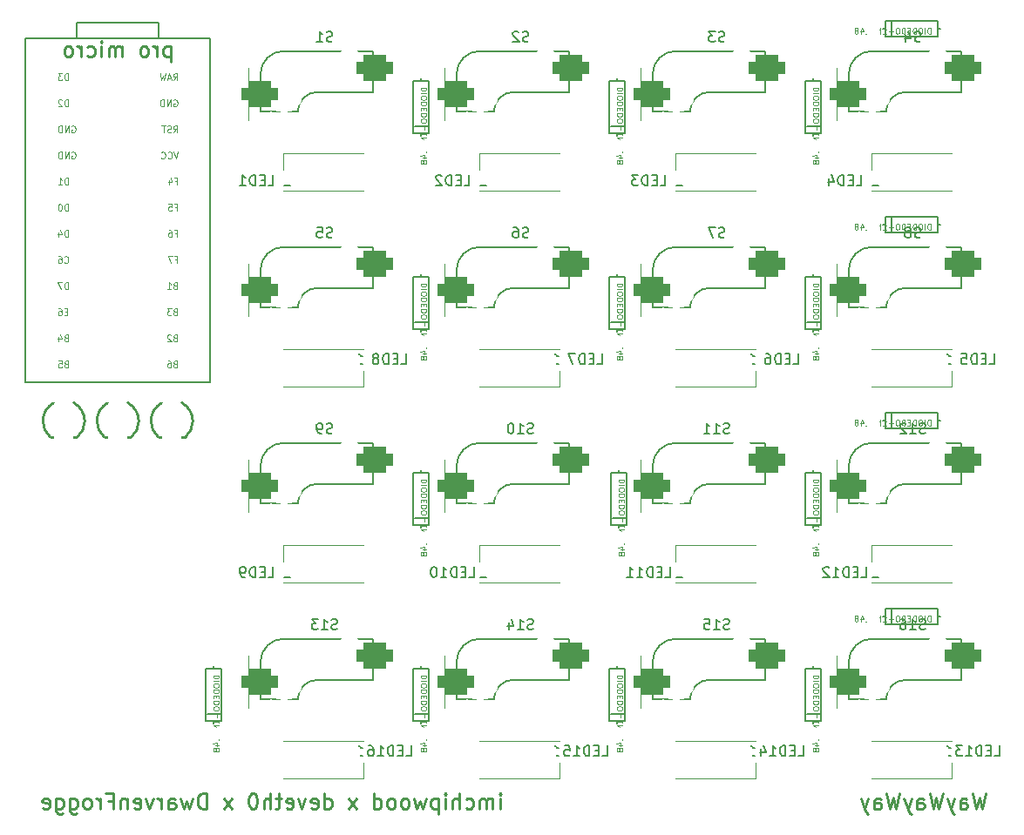
<source format=gbo>
%TF.GenerationSoftware,KiCad,Pcbnew,8.0.4*%
%TF.CreationDate,2024-08-05T16:40:16-07:00*%
%TF.ProjectId,dumbpad.pcb,64756d62-7061-4642-9e70-63622e6b6963,rev?*%
%TF.SameCoordinates,Original*%
%TF.FileFunction,Legend,Bot*%
%TF.FilePolarity,Positive*%
%FSLAX46Y46*%
G04 Gerber Fmt 4.6, Leading zero omitted, Abs format (unit mm)*
G04 Created by KiCad (PCBNEW 8.0.4) date 2024-08-05 16:40:16*
%MOMM*%
%LPD*%
G01*
G04 APERTURE LIST*
G04 Aperture macros list*
%AMRoundRect*
0 Rectangle with rounded corners*
0 $1 Rounding radius*
0 $2 $3 $4 $5 $6 $7 $8 $9 X,Y pos of 4 corners*
0 Add a 4 corners polygon primitive as box body*
4,1,4,$2,$3,$4,$5,$6,$7,$8,$9,$2,$3,0*
0 Add four circle primitives for the rounded corners*
1,1,$1+$1,$2,$3*
1,1,$1+$1,$4,$5*
1,1,$1+$1,$6,$7*
1,1,$1+$1,$8,$9*
0 Add four rect primitives between the rounded corners*
20,1,$1+$1,$2,$3,$4,$5,0*
20,1,$1+$1,$4,$5,$6,$7,0*
20,1,$1+$1,$6,$7,$8,$9,0*
20,1,$1+$1,$8,$9,$2,$3,0*%
G04 Aperture macros list end*
%ADD10C,0.152400*%
%ADD11C,0.262500*%
%ADD12C,0.112500*%
%ADD13C,0.200000*%
%ADD14C,0.044867*%
%ADD15C,0.150000*%
%ADD16C,0.254000*%
%ADD17C,0.120000*%
%ADD18C,0.203200*%
%ADD19C,2.006600*%
%ADD20C,2.100000*%
%ADD21R,2.000000X2.000000*%
%ADD22C,2.000000*%
%ADD23R,2.000000X3.200000*%
%ADD24C,1.700000*%
%ADD25C,4.100000*%
%ADD26C,3.600000*%
%ADD27RoundRect,0.625000X1.125000X0.625000X-1.125000X0.625000X-1.125000X-0.625000X1.125000X-0.625000X0*%
%ADD28C,1.477000*%
%ADD29R,1.700000X1.000000*%
G04 APERTURE END LIST*
D10*
X106051100Y-68253600D02*
X114051100Y-68253600D01*
X114051100Y-68253600D02*
X119051100Y-68253600D01*
X106051100Y-66753600D02*
X114051100Y-66753600D01*
X101051100Y-68253600D02*
X106051100Y-68253600D01*
X119051100Y-68253600D02*
X119051100Y-101753600D01*
X106051100Y-68253600D02*
X106051100Y-66753600D01*
X114051100Y-66753600D02*
X114051100Y-68253600D01*
X119051100Y-101753600D02*
X101051100Y-101753600D01*
X101051100Y-101753600D02*
X101051100Y-68253600D01*
D11*
X115186515Y-69066241D02*
X115186515Y-70553741D01*
X115186515Y-69137075D02*
X115044848Y-69066241D01*
X115044848Y-69066241D02*
X114761515Y-69066241D01*
X114761515Y-69066241D02*
X114619848Y-69137075D01*
X114619848Y-69137075D02*
X114549015Y-69207908D01*
X114549015Y-69207908D02*
X114478182Y-69349575D01*
X114478182Y-69349575D02*
X114478182Y-69774575D01*
X114478182Y-69774575D02*
X114549015Y-69916241D01*
X114549015Y-69916241D02*
X114619848Y-69987075D01*
X114619848Y-69987075D02*
X114761515Y-70057908D01*
X114761515Y-70057908D02*
X115044848Y-70057908D01*
X115044848Y-70057908D02*
X115186515Y-69987075D01*
X113840682Y-70057908D02*
X113840682Y-69066241D01*
X113840682Y-69349575D02*
X113769849Y-69207908D01*
X113769849Y-69207908D02*
X113699015Y-69137075D01*
X113699015Y-69137075D02*
X113557349Y-69066241D01*
X113557349Y-69066241D02*
X113415682Y-69066241D01*
X112707349Y-70057908D02*
X112849016Y-69987075D01*
X112849016Y-69987075D02*
X112919849Y-69916241D01*
X112919849Y-69916241D02*
X112990682Y-69774575D01*
X112990682Y-69774575D02*
X112990682Y-69349575D01*
X112990682Y-69349575D02*
X112919849Y-69207908D01*
X112919849Y-69207908D02*
X112849016Y-69137075D01*
X112849016Y-69137075D02*
X112707349Y-69066241D01*
X112707349Y-69066241D02*
X112494849Y-69066241D01*
X112494849Y-69066241D02*
X112353182Y-69137075D01*
X112353182Y-69137075D02*
X112282349Y-69207908D01*
X112282349Y-69207908D02*
X112211516Y-69349575D01*
X112211516Y-69349575D02*
X112211516Y-69774575D01*
X112211516Y-69774575D02*
X112282349Y-69916241D01*
X112282349Y-69916241D02*
X112353182Y-69987075D01*
X112353182Y-69987075D02*
X112494849Y-70057908D01*
X112494849Y-70057908D02*
X112707349Y-70057908D01*
X110440683Y-70057908D02*
X110440683Y-69066241D01*
X110440683Y-69207908D02*
X110369850Y-69137075D01*
X110369850Y-69137075D02*
X110228183Y-69066241D01*
X110228183Y-69066241D02*
X110015683Y-69066241D01*
X110015683Y-69066241D02*
X109874016Y-69137075D01*
X109874016Y-69137075D02*
X109803183Y-69278741D01*
X109803183Y-69278741D02*
X109803183Y-70057908D01*
X109803183Y-69278741D02*
X109732350Y-69137075D01*
X109732350Y-69137075D02*
X109590683Y-69066241D01*
X109590683Y-69066241D02*
X109378183Y-69066241D01*
X109378183Y-69066241D02*
X109236516Y-69137075D01*
X109236516Y-69137075D02*
X109165683Y-69278741D01*
X109165683Y-69278741D02*
X109165683Y-70057908D01*
X108457350Y-70057908D02*
X108457350Y-69066241D01*
X108457350Y-68570408D02*
X108528183Y-68641241D01*
X108528183Y-68641241D02*
X108457350Y-68712075D01*
X108457350Y-68712075D02*
X108386517Y-68641241D01*
X108386517Y-68641241D02*
X108457350Y-68570408D01*
X108457350Y-68570408D02*
X108457350Y-68712075D01*
X107111517Y-69987075D02*
X107253184Y-70057908D01*
X107253184Y-70057908D02*
X107536517Y-70057908D01*
X107536517Y-70057908D02*
X107678184Y-69987075D01*
X107678184Y-69987075D02*
X107749017Y-69916241D01*
X107749017Y-69916241D02*
X107819850Y-69774575D01*
X107819850Y-69774575D02*
X107819850Y-69349575D01*
X107819850Y-69349575D02*
X107749017Y-69207908D01*
X107749017Y-69207908D02*
X107678184Y-69137075D01*
X107678184Y-69137075D02*
X107536517Y-69066241D01*
X107536517Y-69066241D02*
X107253184Y-69066241D01*
X107253184Y-69066241D02*
X107111517Y-69137075D01*
X106474017Y-70057908D02*
X106474017Y-69066241D01*
X106474017Y-69349575D02*
X106403184Y-69207908D01*
X106403184Y-69207908D02*
X106332350Y-69137075D01*
X106332350Y-69137075D02*
X106190684Y-69066241D01*
X106190684Y-69066241D02*
X106049017Y-69066241D01*
X105340684Y-70057908D02*
X105482351Y-69987075D01*
X105482351Y-69987075D02*
X105553184Y-69916241D01*
X105553184Y-69916241D02*
X105624017Y-69774575D01*
X105624017Y-69774575D02*
X105624017Y-69349575D01*
X105624017Y-69349575D02*
X105553184Y-69207908D01*
X105553184Y-69207908D02*
X105482351Y-69137075D01*
X105482351Y-69137075D02*
X105340684Y-69066241D01*
X105340684Y-69066241D02*
X105128184Y-69066241D01*
X105128184Y-69066241D02*
X104986517Y-69137075D01*
X104986517Y-69137075D02*
X104915684Y-69207908D01*
X104915684Y-69207908D02*
X104844851Y-69349575D01*
X104844851Y-69349575D02*
X104844851Y-69774575D01*
X104844851Y-69774575D02*
X104915684Y-69916241D01*
X104915684Y-69916241D02*
X104986517Y-69987075D01*
X104986517Y-69987075D02*
X105128184Y-70057908D01*
X105128184Y-70057908D02*
X105340684Y-70057908D01*
D12*
X104853684Y-90051955D02*
X104884041Y-90082313D01*
X104884041Y-90082313D02*
X104975113Y-90112670D01*
X104975113Y-90112670D02*
X105035827Y-90112670D01*
X105035827Y-90112670D02*
X105126898Y-90082313D01*
X105126898Y-90082313D02*
X105187613Y-90021598D01*
X105187613Y-90021598D02*
X105217970Y-89960884D01*
X105217970Y-89960884D02*
X105248327Y-89839455D01*
X105248327Y-89839455D02*
X105248327Y-89748384D01*
X105248327Y-89748384D02*
X105217970Y-89626955D01*
X105217970Y-89626955D02*
X105187613Y-89566241D01*
X105187613Y-89566241D02*
X105126898Y-89505527D01*
X105126898Y-89505527D02*
X105035827Y-89475170D01*
X105035827Y-89475170D02*
X104975113Y-89475170D01*
X104975113Y-89475170D02*
X104884041Y-89505527D01*
X104884041Y-89505527D02*
X104853684Y-89535884D01*
X104307256Y-89475170D02*
X104428684Y-89475170D01*
X104428684Y-89475170D02*
X104489398Y-89505527D01*
X104489398Y-89505527D02*
X104519756Y-89535884D01*
X104519756Y-89535884D02*
X104580470Y-89626955D01*
X104580470Y-89626955D02*
X104610827Y-89748384D01*
X104610827Y-89748384D02*
X104610827Y-89991241D01*
X104610827Y-89991241D02*
X104580470Y-90051955D01*
X104580470Y-90051955D02*
X104550113Y-90082313D01*
X104550113Y-90082313D02*
X104489398Y-90112670D01*
X104489398Y-90112670D02*
X104367970Y-90112670D01*
X104367970Y-90112670D02*
X104307256Y-90082313D01*
X104307256Y-90082313D02*
X104276898Y-90051955D01*
X104276898Y-90051955D02*
X104246541Y-89991241D01*
X104246541Y-89991241D02*
X104246541Y-89839455D01*
X104246541Y-89839455D02*
X104276898Y-89778741D01*
X104276898Y-89778741D02*
X104307256Y-89748384D01*
X104307256Y-89748384D02*
X104367970Y-89718027D01*
X104367970Y-89718027D02*
X104489398Y-89718027D01*
X104489398Y-89718027D02*
X104550113Y-89748384D01*
X104550113Y-89748384D02*
X104580470Y-89778741D01*
X104580470Y-89778741D02*
X104610827Y-89839455D01*
X105157256Y-94858741D02*
X104944756Y-94858741D01*
X104853684Y-95192670D02*
X105157256Y-95192670D01*
X105157256Y-95192670D02*
X105157256Y-94555170D01*
X105157256Y-94555170D02*
X104853684Y-94555170D01*
X104307256Y-94555170D02*
X104428684Y-94555170D01*
X104428684Y-94555170D02*
X104489398Y-94585527D01*
X104489398Y-94585527D02*
X104519756Y-94615884D01*
X104519756Y-94615884D02*
X104580470Y-94706955D01*
X104580470Y-94706955D02*
X104610827Y-94828384D01*
X104610827Y-94828384D02*
X104610827Y-95071241D01*
X104610827Y-95071241D02*
X104580470Y-95131955D01*
X104580470Y-95131955D02*
X104550113Y-95162313D01*
X104550113Y-95162313D02*
X104489398Y-95192670D01*
X104489398Y-95192670D02*
X104367970Y-95192670D01*
X104367970Y-95192670D02*
X104307256Y-95162313D01*
X104307256Y-95162313D02*
X104276898Y-95131955D01*
X104276898Y-95131955D02*
X104246541Y-95071241D01*
X104246541Y-95071241D02*
X104246541Y-94919455D01*
X104246541Y-94919455D02*
X104276898Y-94858741D01*
X104276898Y-94858741D02*
X104307256Y-94828384D01*
X104307256Y-94828384D02*
X104367970Y-94798027D01*
X104367970Y-94798027D02*
X104489398Y-94798027D01*
X104489398Y-94798027D02*
X104550113Y-94828384D01*
X104550113Y-94828384D02*
X104580470Y-94858741D01*
X104580470Y-94858741D02*
X104610827Y-94919455D01*
X115612801Y-94858741D02*
X115521729Y-94889098D01*
X115521729Y-94889098D02*
X115491372Y-94919455D01*
X115491372Y-94919455D02*
X115461015Y-94980170D01*
X115461015Y-94980170D02*
X115461015Y-95071241D01*
X115461015Y-95071241D02*
X115491372Y-95131955D01*
X115491372Y-95131955D02*
X115521729Y-95162313D01*
X115521729Y-95162313D02*
X115582444Y-95192670D01*
X115582444Y-95192670D02*
X115825301Y-95192670D01*
X115825301Y-95192670D02*
X115825301Y-94555170D01*
X115825301Y-94555170D02*
X115612801Y-94555170D01*
X115612801Y-94555170D02*
X115552087Y-94585527D01*
X115552087Y-94585527D02*
X115521729Y-94615884D01*
X115521729Y-94615884D02*
X115491372Y-94676598D01*
X115491372Y-94676598D02*
X115491372Y-94737313D01*
X115491372Y-94737313D02*
X115521729Y-94798027D01*
X115521729Y-94798027D02*
X115552087Y-94828384D01*
X115552087Y-94828384D02*
X115612801Y-94858741D01*
X115612801Y-94858741D02*
X115825301Y-94858741D01*
X115248515Y-94555170D02*
X114853872Y-94555170D01*
X114853872Y-94555170D02*
X115066372Y-94798027D01*
X115066372Y-94798027D02*
X114975301Y-94798027D01*
X114975301Y-94798027D02*
X114914587Y-94828384D01*
X114914587Y-94828384D02*
X114884229Y-94858741D01*
X114884229Y-94858741D02*
X114853872Y-94919455D01*
X114853872Y-94919455D02*
X114853872Y-95071241D01*
X114853872Y-95071241D02*
X114884229Y-95131955D01*
X114884229Y-95131955D02*
X114914587Y-95162313D01*
X114914587Y-95162313D02*
X114975301Y-95192670D01*
X114975301Y-95192670D02*
X115157444Y-95192670D01*
X115157444Y-95192670D02*
X115218158Y-95162313D01*
X115218158Y-95162313D02*
X115248515Y-95131955D01*
X115916372Y-79315170D02*
X115703872Y-79952670D01*
X115703872Y-79952670D02*
X115491372Y-79315170D01*
X114914586Y-79891955D02*
X114944943Y-79922313D01*
X114944943Y-79922313D02*
X115036015Y-79952670D01*
X115036015Y-79952670D02*
X115096729Y-79952670D01*
X115096729Y-79952670D02*
X115187800Y-79922313D01*
X115187800Y-79922313D02*
X115248515Y-79861598D01*
X115248515Y-79861598D02*
X115278872Y-79800884D01*
X115278872Y-79800884D02*
X115309229Y-79679455D01*
X115309229Y-79679455D02*
X115309229Y-79588384D01*
X115309229Y-79588384D02*
X115278872Y-79466955D01*
X115278872Y-79466955D02*
X115248515Y-79406241D01*
X115248515Y-79406241D02*
X115187800Y-79345527D01*
X115187800Y-79345527D02*
X115096729Y-79315170D01*
X115096729Y-79315170D02*
X115036015Y-79315170D01*
X115036015Y-79315170D02*
X114944943Y-79345527D01*
X114944943Y-79345527D02*
X114914586Y-79375884D01*
X114277086Y-79891955D02*
X114307443Y-79922313D01*
X114307443Y-79922313D02*
X114398515Y-79952670D01*
X114398515Y-79952670D02*
X114459229Y-79952670D01*
X114459229Y-79952670D02*
X114550300Y-79922313D01*
X114550300Y-79922313D02*
X114611015Y-79861598D01*
X114611015Y-79861598D02*
X114641372Y-79800884D01*
X114641372Y-79800884D02*
X114671729Y-79679455D01*
X114671729Y-79679455D02*
X114671729Y-79588384D01*
X114671729Y-79588384D02*
X114641372Y-79466955D01*
X114641372Y-79466955D02*
X114611015Y-79406241D01*
X114611015Y-79406241D02*
X114550300Y-79345527D01*
X114550300Y-79345527D02*
X114459229Y-79315170D01*
X114459229Y-79315170D02*
X114398515Y-79315170D01*
X114398515Y-79315170D02*
X114307443Y-79345527D01*
X114307443Y-79345527D02*
X114277086Y-79375884D01*
X115612801Y-87238741D02*
X115825301Y-87238741D01*
X115825301Y-87572670D02*
X115825301Y-86935170D01*
X115825301Y-86935170D02*
X115521729Y-86935170D01*
X115005658Y-86935170D02*
X115127086Y-86935170D01*
X115127086Y-86935170D02*
X115187800Y-86965527D01*
X115187800Y-86965527D02*
X115218158Y-86995884D01*
X115218158Y-86995884D02*
X115278872Y-87086955D01*
X115278872Y-87086955D02*
X115309229Y-87208384D01*
X115309229Y-87208384D02*
X115309229Y-87451241D01*
X115309229Y-87451241D02*
X115278872Y-87511955D01*
X115278872Y-87511955D02*
X115248515Y-87542313D01*
X115248515Y-87542313D02*
X115187800Y-87572670D01*
X115187800Y-87572670D02*
X115066372Y-87572670D01*
X115066372Y-87572670D02*
X115005658Y-87542313D01*
X115005658Y-87542313D02*
X114975300Y-87511955D01*
X114975300Y-87511955D02*
X114944943Y-87451241D01*
X114944943Y-87451241D02*
X114944943Y-87299455D01*
X114944943Y-87299455D02*
X114975300Y-87238741D01*
X114975300Y-87238741D02*
X115005658Y-87208384D01*
X115005658Y-87208384D02*
X115066372Y-87178027D01*
X115066372Y-87178027D02*
X115187800Y-87178027D01*
X115187800Y-87178027D02*
X115248515Y-87208384D01*
X115248515Y-87208384D02*
X115278872Y-87238741D01*
X115278872Y-87238741D02*
X115309229Y-87299455D01*
X105217970Y-92652670D02*
X105217970Y-92015170D01*
X105217970Y-92015170D02*
X105066184Y-92015170D01*
X105066184Y-92015170D02*
X104975113Y-92045527D01*
X104975113Y-92045527D02*
X104914398Y-92106241D01*
X104914398Y-92106241D02*
X104884041Y-92166955D01*
X104884041Y-92166955D02*
X104853684Y-92288384D01*
X104853684Y-92288384D02*
X104853684Y-92379455D01*
X104853684Y-92379455D02*
X104884041Y-92500884D01*
X104884041Y-92500884D02*
X104914398Y-92561598D01*
X104914398Y-92561598D02*
X104975113Y-92622313D01*
X104975113Y-92622313D02*
X105066184Y-92652670D01*
X105066184Y-92652670D02*
X105217970Y-92652670D01*
X104641184Y-92015170D02*
X104216184Y-92015170D01*
X104216184Y-92015170D02*
X104489398Y-92652670D01*
X115612801Y-89778741D02*
X115825301Y-89778741D01*
X115825301Y-90112670D02*
X115825301Y-89475170D01*
X115825301Y-89475170D02*
X115521729Y-89475170D01*
X115339586Y-89475170D02*
X114914586Y-89475170D01*
X114914586Y-89475170D02*
X115187800Y-90112670D01*
X105582255Y-79345527D02*
X105642970Y-79315170D01*
X105642970Y-79315170D02*
X105734041Y-79315170D01*
X105734041Y-79315170D02*
X105825112Y-79345527D01*
X105825112Y-79345527D02*
X105885827Y-79406241D01*
X105885827Y-79406241D02*
X105916184Y-79466955D01*
X105916184Y-79466955D02*
X105946541Y-79588384D01*
X105946541Y-79588384D02*
X105946541Y-79679455D01*
X105946541Y-79679455D02*
X105916184Y-79800884D01*
X105916184Y-79800884D02*
X105885827Y-79861598D01*
X105885827Y-79861598D02*
X105825112Y-79922313D01*
X105825112Y-79922313D02*
X105734041Y-79952670D01*
X105734041Y-79952670D02*
X105673327Y-79952670D01*
X105673327Y-79952670D02*
X105582255Y-79922313D01*
X105582255Y-79922313D02*
X105551898Y-79891955D01*
X105551898Y-79891955D02*
X105551898Y-79679455D01*
X105551898Y-79679455D02*
X105673327Y-79679455D01*
X105278684Y-79952670D02*
X105278684Y-79315170D01*
X105278684Y-79315170D02*
X104914398Y-79952670D01*
X104914398Y-79952670D02*
X104914398Y-79315170D01*
X104610827Y-79952670D02*
X104610827Y-79315170D01*
X104610827Y-79315170D02*
X104459041Y-79315170D01*
X104459041Y-79315170D02*
X104367970Y-79345527D01*
X104367970Y-79345527D02*
X104307255Y-79406241D01*
X104307255Y-79406241D02*
X104276898Y-79466955D01*
X104276898Y-79466955D02*
X104246541Y-79588384D01*
X104246541Y-79588384D02*
X104246541Y-79679455D01*
X104246541Y-79679455D02*
X104276898Y-79800884D01*
X104276898Y-79800884D02*
X104307255Y-79861598D01*
X104307255Y-79861598D02*
X104367970Y-79922313D01*
X104367970Y-79922313D02*
X104459041Y-79952670D01*
X104459041Y-79952670D02*
X104610827Y-79952670D01*
X115612801Y-99938741D02*
X115521729Y-99969098D01*
X115521729Y-99969098D02*
X115491372Y-99999455D01*
X115491372Y-99999455D02*
X115461015Y-100060170D01*
X115461015Y-100060170D02*
X115461015Y-100151241D01*
X115461015Y-100151241D02*
X115491372Y-100211955D01*
X115491372Y-100211955D02*
X115521729Y-100242313D01*
X115521729Y-100242313D02*
X115582444Y-100272670D01*
X115582444Y-100272670D02*
X115825301Y-100272670D01*
X115825301Y-100272670D02*
X115825301Y-99635170D01*
X115825301Y-99635170D02*
X115612801Y-99635170D01*
X115612801Y-99635170D02*
X115552087Y-99665527D01*
X115552087Y-99665527D02*
X115521729Y-99695884D01*
X115521729Y-99695884D02*
X115491372Y-99756598D01*
X115491372Y-99756598D02*
X115491372Y-99817313D01*
X115491372Y-99817313D02*
X115521729Y-99878027D01*
X115521729Y-99878027D02*
X115552087Y-99908384D01*
X115552087Y-99908384D02*
X115612801Y-99938741D01*
X115612801Y-99938741D02*
X115825301Y-99938741D01*
X114914587Y-99635170D02*
X115036015Y-99635170D01*
X115036015Y-99635170D02*
X115096729Y-99665527D01*
X115096729Y-99665527D02*
X115127087Y-99695884D01*
X115127087Y-99695884D02*
X115187801Y-99786955D01*
X115187801Y-99786955D02*
X115218158Y-99908384D01*
X115218158Y-99908384D02*
X115218158Y-100151241D01*
X115218158Y-100151241D02*
X115187801Y-100211955D01*
X115187801Y-100211955D02*
X115157444Y-100242313D01*
X115157444Y-100242313D02*
X115096729Y-100272670D01*
X115096729Y-100272670D02*
X114975301Y-100272670D01*
X114975301Y-100272670D02*
X114914587Y-100242313D01*
X114914587Y-100242313D02*
X114884229Y-100211955D01*
X114884229Y-100211955D02*
X114853872Y-100151241D01*
X114853872Y-100151241D02*
X114853872Y-99999455D01*
X114853872Y-99999455D02*
X114884229Y-99938741D01*
X114884229Y-99938741D02*
X114914587Y-99908384D01*
X114914587Y-99908384D02*
X114975301Y-99878027D01*
X114975301Y-99878027D02*
X115096729Y-99878027D01*
X115096729Y-99878027D02*
X115157444Y-99908384D01*
X115157444Y-99908384D02*
X115187801Y-99938741D01*
X115187801Y-99938741D02*
X115218158Y-99999455D01*
X105217970Y-87572670D02*
X105217970Y-86935170D01*
X105217970Y-86935170D02*
X105066184Y-86935170D01*
X105066184Y-86935170D02*
X104975113Y-86965527D01*
X104975113Y-86965527D02*
X104914398Y-87026241D01*
X104914398Y-87026241D02*
X104884041Y-87086955D01*
X104884041Y-87086955D02*
X104853684Y-87208384D01*
X104853684Y-87208384D02*
X104853684Y-87299455D01*
X104853684Y-87299455D02*
X104884041Y-87420884D01*
X104884041Y-87420884D02*
X104914398Y-87481598D01*
X104914398Y-87481598D02*
X104975113Y-87542313D01*
X104975113Y-87542313D02*
X105066184Y-87572670D01*
X105066184Y-87572670D02*
X105217970Y-87572670D01*
X104307256Y-87147670D02*
X104307256Y-87572670D01*
X104459041Y-86904813D02*
X104610827Y-87360170D01*
X104610827Y-87360170D02*
X104216184Y-87360170D01*
X105005470Y-99938741D02*
X104914398Y-99969098D01*
X104914398Y-99969098D02*
X104884041Y-99999455D01*
X104884041Y-99999455D02*
X104853684Y-100060170D01*
X104853684Y-100060170D02*
X104853684Y-100151241D01*
X104853684Y-100151241D02*
X104884041Y-100211955D01*
X104884041Y-100211955D02*
X104914398Y-100242313D01*
X104914398Y-100242313D02*
X104975113Y-100272670D01*
X104975113Y-100272670D02*
X105217970Y-100272670D01*
X105217970Y-100272670D02*
X105217970Y-99635170D01*
X105217970Y-99635170D02*
X105005470Y-99635170D01*
X105005470Y-99635170D02*
X104944756Y-99665527D01*
X104944756Y-99665527D02*
X104914398Y-99695884D01*
X104914398Y-99695884D02*
X104884041Y-99756598D01*
X104884041Y-99756598D02*
X104884041Y-99817313D01*
X104884041Y-99817313D02*
X104914398Y-99878027D01*
X104914398Y-99878027D02*
X104944756Y-99908384D01*
X104944756Y-99908384D02*
X105005470Y-99938741D01*
X105005470Y-99938741D02*
X105217970Y-99938741D01*
X104276898Y-99635170D02*
X104580470Y-99635170D01*
X104580470Y-99635170D02*
X104610827Y-99938741D01*
X104610827Y-99938741D02*
X104580470Y-99908384D01*
X104580470Y-99908384D02*
X104519756Y-99878027D01*
X104519756Y-99878027D02*
X104367970Y-99878027D01*
X104367970Y-99878027D02*
X104307256Y-99908384D01*
X104307256Y-99908384D02*
X104276898Y-99938741D01*
X104276898Y-99938741D02*
X104246541Y-99999455D01*
X104246541Y-99999455D02*
X104246541Y-100151241D01*
X104246541Y-100151241D02*
X104276898Y-100211955D01*
X104276898Y-100211955D02*
X104307256Y-100242313D01*
X104307256Y-100242313D02*
X104367970Y-100272670D01*
X104367970Y-100272670D02*
X104519756Y-100272670D01*
X104519756Y-100272670D02*
X104580470Y-100242313D01*
X104580470Y-100242313D02*
X104610827Y-100211955D01*
X115461015Y-77412670D02*
X115673515Y-77109098D01*
X115825301Y-77412670D02*
X115825301Y-76775170D01*
X115825301Y-76775170D02*
X115582444Y-76775170D01*
X115582444Y-76775170D02*
X115521729Y-76805527D01*
X115521729Y-76805527D02*
X115491372Y-76835884D01*
X115491372Y-76835884D02*
X115461015Y-76896598D01*
X115461015Y-76896598D02*
X115461015Y-76987670D01*
X115461015Y-76987670D02*
X115491372Y-77048384D01*
X115491372Y-77048384D02*
X115521729Y-77078741D01*
X115521729Y-77078741D02*
X115582444Y-77109098D01*
X115582444Y-77109098D02*
X115825301Y-77109098D01*
X115218158Y-77382313D02*
X115127087Y-77412670D01*
X115127087Y-77412670D02*
X114975301Y-77412670D01*
X114975301Y-77412670D02*
X114914587Y-77382313D01*
X114914587Y-77382313D02*
X114884229Y-77351955D01*
X114884229Y-77351955D02*
X114853872Y-77291241D01*
X114853872Y-77291241D02*
X114853872Y-77230527D01*
X114853872Y-77230527D02*
X114884229Y-77169813D01*
X114884229Y-77169813D02*
X114914587Y-77139455D01*
X114914587Y-77139455D02*
X114975301Y-77109098D01*
X114975301Y-77109098D02*
X115096729Y-77078741D01*
X115096729Y-77078741D02*
X115157444Y-77048384D01*
X115157444Y-77048384D02*
X115187801Y-77018027D01*
X115187801Y-77018027D02*
X115218158Y-76957313D01*
X115218158Y-76957313D02*
X115218158Y-76896598D01*
X115218158Y-76896598D02*
X115187801Y-76835884D01*
X115187801Y-76835884D02*
X115157444Y-76805527D01*
X115157444Y-76805527D02*
X115096729Y-76775170D01*
X115096729Y-76775170D02*
X114944944Y-76775170D01*
X114944944Y-76775170D02*
X114853872Y-76805527D01*
X114671729Y-76775170D02*
X114307444Y-76775170D01*
X114489586Y-77412670D02*
X114489586Y-76775170D01*
X115461015Y-72332670D02*
X115673515Y-72029098D01*
X115825301Y-72332670D02*
X115825301Y-71695170D01*
X115825301Y-71695170D02*
X115582444Y-71695170D01*
X115582444Y-71695170D02*
X115521729Y-71725527D01*
X115521729Y-71725527D02*
X115491372Y-71755884D01*
X115491372Y-71755884D02*
X115461015Y-71816598D01*
X115461015Y-71816598D02*
X115461015Y-71907670D01*
X115461015Y-71907670D02*
X115491372Y-71968384D01*
X115491372Y-71968384D02*
X115521729Y-71998741D01*
X115521729Y-71998741D02*
X115582444Y-72029098D01*
X115582444Y-72029098D02*
X115825301Y-72029098D01*
X115218158Y-72150527D02*
X114914587Y-72150527D01*
X115278872Y-72332670D02*
X115066372Y-71695170D01*
X115066372Y-71695170D02*
X114853872Y-72332670D01*
X114702086Y-71695170D02*
X114550300Y-72332670D01*
X114550300Y-72332670D02*
X114428872Y-71877313D01*
X114428872Y-71877313D02*
X114307443Y-72332670D01*
X114307443Y-72332670D02*
X114155658Y-71695170D01*
X115491372Y-74265527D02*
X115552087Y-74235170D01*
X115552087Y-74235170D02*
X115643158Y-74235170D01*
X115643158Y-74235170D02*
X115734229Y-74265527D01*
X115734229Y-74265527D02*
X115794944Y-74326241D01*
X115794944Y-74326241D02*
X115825301Y-74386955D01*
X115825301Y-74386955D02*
X115855658Y-74508384D01*
X115855658Y-74508384D02*
X115855658Y-74599455D01*
X115855658Y-74599455D02*
X115825301Y-74720884D01*
X115825301Y-74720884D02*
X115794944Y-74781598D01*
X115794944Y-74781598D02*
X115734229Y-74842313D01*
X115734229Y-74842313D02*
X115643158Y-74872670D01*
X115643158Y-74872670D02*
X115582444Y-74872670D01*
X115582444Y-74872670D02*
X115491372Y-74842313D01*
X115491372Y-74842313D02*
X115461015Y-74811955D01*
X115461015Y-74811955D02*
X115461015Y-74599455D01*
X115461015Y-74599455D02*
X115582444Y-74599455D01*
X115187801Y-74872670D02*
X115187801Y-74235170D01*
X115187801Y-74235170D02*
X114823515Y-74872670D01*
X114823515Y-74872670D02*
X114823515Y-74235170D01*
X114519944Y-74872670D02*
X114519944Y-74235170D01*
X114519944Y-74235170D02*
X114368158Y-74235170D01*
X114368158Y-74235170D02*
X114277087Y-74265527D01*
X114277087Y-74265527D02*
X114216372Y-74326241D01*
X114216372Y-74326241D02*
X114186015Y-74386955D01*
X114186015Y-74386955D02*
X114155658Y-74508384D01*
X114155658Y-74508384D02*
X114155658Y-74599455D01*
X114155658Y-74599455D02*
X114186015Y-74720884D01*
X114186015Y-74720884D02*
X114216372Y-74781598D01*
X114216372Y-74781598D02*
X114277087Y-74842313D01*
X114277087Y-74842313D02*
X114368158Y-74872670D01*
X114368158Y-74872670D02*
X114519944Y-74872670D01*
X105217970Y-72332670D02*
X105217970Y-71695170D01*
X105217970Y-71695170D02*
X105066184Y-71695170D01*
X105066184Y-71695170D02*
X104975113Y-71725527D01*
X104975113Y-71725527D02*
X104914398Y-71786241D01*
X104914398Y-71786241D02*
X104884041Y-71846955D01*
X104884041Y-71846955D02*
X104853684Y-71968384D01*
X104853684Y-71968384D02*
X104853684Y-72059455D01*
X104853684Y-72059455D02*
X104884041Y-72180884D01*
X104884041Y-72180884D02*
X104914398Y-72241598D01*
X104914398Y-72241598D02*
X104975113Y-72302313D01*
X104975113Y-72302313D02*
X105066184Y-72332670D01*
X105066184Y-72332670D02*
X105217970Y-72332670D01*
X104641184Y-71695170D02*
X104246541Y-71695170D01*
X104246541Y-71695170D02*
X104459041Y-71938027D01*
X104459041Y-71938027D02*
X104367970Y-71938027D01*
X104367970Y-71938027D02*
X104307256Y-71968384D01*
X104307256Y-71968384D02*
X104276898Y-71998741D01*
X104276898Y-71998741D02*
X104246541Y-72059455D01*
X104246541Y-72059455D02*
X104246541Y-72211241D01*
X104246541Y-72211241D02*
X104276898Y-72271955D01*
X104276898Y-72271955D02*
X104307256Y-72302313D01*
X104307256Y-72302313D02*
X104367970Y-72332670D01*
X104367970Y-72332670D02*
X104550113Y-72332670D01*
X104550113Y-72332670D02*
X104610827Y-72302313D01*
X104610827Y-72302313D02*
X104641184Y-72271955D01*
X105217970Y-85032670D02*
X105217970Y-84395170D01*
X105217970Y-84395170D02*
X105066184Y-84395170D01*
X105066184Y-84395170D02*
X104975113Y-84425527D01*
X104975113Y-84425527D02*
X104914398Y-84486241D01*
X104914398Y-84486241D02*
X104884041Y-84546955D01*
X104884041Y-84546955D02*
X104853684Y-84668384D01*
X104853684Y-84668384D02*
X104853684Y-84759455D01*
X104853684Y-84759455D02*
X104884041Y-84880884D01*
X104884041Y-84880884D02*
X104914398Y-84941598D01*
X104914398Y-84941598D02*
X104975113Y-85002313D01*
X104975113Y-85002313D02*
X105066184Y-85032670D01*
X105066184Y-85032670D02*
X105217970Y-85032670D01*
X104459041Y-84395170D02*
X104398327Y-84395170D01*
X104398327Y-84395170D02*
X104337613Y-84425527D01*
X104337613Y-84425527D02*
X104307256Y-84455884D01*
X104307256Y-84455884D02*
X104276898Y-84516598D01*
X104276898Y-84516598D02*
X104246541Y-84638027D01*
X104246541Y-84638027D02*
X104246541Y-84789813D01*
X104246541Y-84789813D02*
X104276898Y-84911241D01*
X104276898Y-84911241D02*
X104307256Y-84971955D01*
X104307256Y-84971955D02*
X104337613Y-85002313D01*
X104337613Y-85002313D02*
X104398327Y-85032670D01*
X104398327Y-85032670D02*
X104459041Y-85032670D01*
X104459041Y-85032670D02*
X104519756Y-85002313D01*
X104519756Y-85002313D02*
X104550113Y-84971955D01*
X104550113Y-84971955D02*
X104580470Y-84911241D01*
X104580470Y-84911241D02*
X104610827Y-84789813D01*
X104610827Y-84789813D02*
X104610827Y-84638027D01*
X104610827Y-84638027D02*
X104580470Y-84516598D01*
X104580470Y-84516598D02*
X104550113Y-84455884D01*
X104550113Y-84455884D02*
X104519756Y-84425527D01*
X104519756Y-84425527D02*
X104459041Y-84395170D01*
X115612801Y-92318741D02*
X115521729Y-92349098D01*
X115521729Y-92349098D02*
X115491372Y-92379455D01*
X115491372Y-92379455D02*
X115461015Y-92440170D01*
X115461015Y-92440170D02*
X115461015Y-92531241D01*
X115461015Y-92531241D02*
X115491372Y-92591955D01*
X115491372Y-92591955D02*
X115521729Y-92622313D01*
X115521729Y-92622313D02*
X115582444Y-92652670D01*
X115582444Y-92652670D02*
X115825301Y-92652670D01*
X115825301Y-92652670D02*
X115825301Y-92015170D01*
X115825301Y-92015170D02*
X115612801Y-92015170D01*
X115612801Y-92015170D02*
X115552087Y-92045527D01*
X115552087Y-92045527D02*
X115521729Y-92075884D01*
X115521729Y-92075884D02*
X115491372Y-92136598D01*
X115491372Y-92136598D02*
X115491372Y-92197313D01*
X115491372Y-92197313D02*
X115521729Y-92258027D01*
X115521729Y-92258027D02*
X115552087Y-92288384D01*
X115552087Y-92288384D02*
X115612801Y-92318741D01*
X115612801Y-92318741D02*
X115825301Y-92318741D01*
X114853872Y-92652670D02*
X115218158Y-92652670D01*
X115036015Y-92652670D02*
X115036015Y-92015170D01*
X115036015Y-92015170D02*
X115096729Y-92106241D01*
X115096729Y-92106241D02*
X115157444Y-92166955D01*
X115157444Y-92166955D02*
X115218158Y-92197313D01*
X115612801Y-97398741D02*
X115521729Y-97429098D01*
X115521729Y-97429098D02*
X115491372Y-97459455D01*
X115491372Y-97459455D02*
X115461015Y-97520170D01*
X115461015Y-97520170D02*
X115461015Y-97611241D01*
X115461015Y-97611241D02*
X115491372Y-97671955D01*
X115491372Y-97671955D02*
X115521729Y-97702313D01*
X115521729Y-97702313D02*
X115582444Y-97732670D01*
X115582444Y-97732670D02*
X115825301Y-97732670D01*
X115825301Y-97732670D02*
X115825301Y-97095170D01*
X115825301Y-97095170D02*
X115612801Y-97095170D01*
X115612801Y-97095170D02*
X115552087Y-97125527D01*
X115552087Y-97125527D02*
X115521729Y-97155884D01*
X115521729Y-97155884D02*
X115491372Y-97216598D01*
X115491372Y-97216598D02*
X115491372Y-97277313D01*
X115491372Y-97277313D02*
X115521729Y-97338027D01*
X115521729Y-97338027D02*
X115552087Y-97368384D01*
X115552087Y-97368384D02*
X115612801Y-97398741D01*
X115612801Y-97398741D02*
X115825301Y-97398741D01*
X115218158Y-97155884D02*
X115187801Y-97125527D01*
X115187801Y-97125527D02*
X115127087Y-97095170D01*
X115127087Y-97095170D02*
X114975301Y-97095170D01*
X114975301Y-97095170D02*
X114914587Y-97125527D01*
X114914587Y-97125527D02*
X114884229Y-97155884D01*
X114884229Y-97155884D02*
X114853872Y-97216598D01*
X114853872Y-97216598D02*
X114853872Y-97277313D01*
X114853872Y-97277313D02*
X114884229Y-97368384D01*
X114884229Y-97368384D02*
X115248515Y-97732670D01*
X115248515Y-97732670D02*
X114853872Y-97732670D01*
X105217970Y-82492670D02*
X105217970Y-81855170D01*
X105217970Y-81855170D02*
X105066184Y-81855170D01*
X105066184Y-81855170D02*
X104975113Y-81885527D01*
X104975113Y-81885527D02*
X104914398Y-81946241D01*
X104914398Y-81946241D02*
X104884041Y-82006955D01*
X104884041Y-82006955D02*
X104853684Y-82128384D01*
X104853684Y-82128384D02*
X104853684Y-82219455D01*
X104853684Y-82219455D02*
X104884041Y-82340884D01*
X104884041Y-82340884D02*
X104914398Y-82401598D01*
X104914398Y-82401598D02*
X104975113Y-82462313D01*
X104975113Y-82462313D02*
X105066184Y-82492670D01*
X105066184Y-82492670D02*
X105217970Y-82492670D01*
X104246541Y-82492670D02*
X104610827Y-82492670D01*
X104428684Y-82492670D02*
X104428684Y-81855170D01*
X104428684Y-81855170D02*
X104489398Y-81946241D01*
X104489398Y-81946241D02*
X104550113Y-82006955D01*
X104550113Y-82006955D02*
X104610827Y-82037313D01*
D11*
X147190456Y-143182908D02*
X147190456Y-142191241D01*
X147190456Y-141695408D02*
X147261289Y-141766241D01*
X147261289Y-141766241D02*
X147190456Y-141837075D01*
X147190456Y-141837075D02*
X147119623Y-141766241D01*
X147119623Y-141766241D02*
X147190456Y-141695408D01*
X147190456Y-141695408D02*
X147190456Y-141837075D01*
X146482123Y-143182908D02*
X146482123Y-142191241D01*
X146482123Y-142332908D02*
X146411290Y-142262075D01*
X146411290Y-142262075D02*
X146269623Y-142191241D01*
X146269623Y-142191241D02*
X146057123Y-142191241D01*
X146057123Y-142191241D02*
X145915456Y-142262075D01*
X145915456Y-142262075D02*
X145844623Y-142403741D01*
X145844623Y-142403741D02*
X145844623Y-143182908D01*
X145844623Y-142403741D02*
X145773790Y-142262075D01*
X145773790Y-142262075D02*
X145632123Y-142191241D01*
X145632123Y-142191241D02*
X145419623Y-142191241D01*
X145419623Y-142191241D02*
X145277956Y-142262075D01*
X145277956Y-142262075D02*
X145207123Y-142403741D01*
X145207123Y-142403741D02*
X145207123Y-143182908D01*
X143861290Y-143112075D02*
X144002957Y-143182908D01*
X144002957Y-143182908D02*
X144286290Y-143182908D01*
X144286290Y-143182908D02*
X144427957Y-143112075D01*
X144427957Y-143112075D02*
X144498790Y-143041241D01*
X144498790Y-143041241D02*
X144569623Y-142899575D01*
X144569623Y-142899575D02*
X144569623Y-142474575D01*
X144569623Y-142474575D02*
X144498790Y-142332908D01*
X144498790Y-142332908D02*
X144427957Y-142262075D01*
X144427957Y-142262075D02*
X144286290Y-142191241D01*
X144286290Y-142191241D02*
X144002957Y-142191241D01*
X144002957Y-142191241D02*
X143861290Y-142262075D01*
X143223790Y-143182908D02*
X143223790Y-141695408D01*
X142586290Y-143182908D02*
X142586290Y-142403741D01*
X142586290Y-142403741D02*
X142657123Y-142262075D01*
X142657123Y-142262075D02*
X142798790Y-142191241D01*
X142798790Y-142191241D02*
X143011290Y-142191241D01*
X143011290Y-142191241D02*
X143152957Y-142262075D01*
X143152957Y-142262075D02*
X143223790Y-142332908D01*
X141877957Y-143182908D02*
X141877957Y-142191241D01*
X141877957Y-141695408D02*
X141948790Y-141766241D01*
X141948790Y-141766241D02*
X141877957Y-141837075D01*
X141877957Y-141837075D02*
X141807124Y-141766241D01*
X141807124Y-141766241D02*
X141877957Y-141695408D01*
X141877957Y-141695408D02*
X141877957Y-141837075D01*
X141169624Y-142191241D02*
X141169624Y-143678741D01*
X141169624Y-142262075D02*
X141027957Y-142191241D01*
X141027957Y-142191241D02*
X140744624Y-142191241D01*
X140744624Y-142191241D02*
X140602957Y-142262075D01*
X140602957Y-142262075D02*
X140532124Y-142332908D01*
X140532124Y-142332908D02*
X140461291Y-142474575D01*
X140461291Y-142474575D02*
X140461291Y-142899575D01*
X140461291Y-142899575D02*
X140532124Y-143041241D01*
X140532124Y-143041241D02*
X140602957Y-143112075D01*
X140602957Y-143112075D02*
X140744624Y-143182908D01*
X140744624Y-143182908D02*
X141027957Y-143182908D01*
X141027957Y-143182908D02*
X141169624Y-143112075D01*
X139965458Y-142191241D02*
X139682124Y-143182908D01*
X139682124Y-143182908D02*
X139398791Y-142474575D01*
X139398791Y-142474575D02*
X139115458Y-143182908D01*
X139115458Y-143182908D02*
X138832124Y-142191241D01*
X138052958Y-143182908D02*
X138194625Y-143112075D01*
X138194625Y-143112075D02*
X138265458Y-143041241D01*
X138265458Y-143041241D02*
X138336291Y-142899575D01*
X138336291Y-142899575D02*
X138336291Y-142474575D01*
X138336291Y-142474575D02*
X138265458Y-142332908D01*
X138265458Y-142332908D02*
X138194625Y-142262075D01*
X138194625Y-142262075D02*
X138052958Y-142191241D01*
X138052958Y-142191241D02*
X137840458Y-142191241D01*
X137840458Y-142191241D02*
X137698791Y-142262075D01*
X137698791Y-142262075D02*
X137627958Y-142332908D01*
X137627958Y-142332908D02*
X137557125Y-142474575D01*
X137557125Y-142474575D02*
X137557125Y-142899575D01*
X137557125Y-142899575D02*
X137627958Y-143041241D01*
X137627958Y-143041241D02*
X137698791Y-143112075D01*
X137698791Y-143112075D02*
X137840458Y-143182908D01*
X137840458Y-143182908D02*
X138052958Y-143182908D01*
X136707125Y-143182908D02*
X136848792Y-143112075D01*
X136848792Y-143112075D02*
X136919625Y-143041241D01*
X136919625Y-143041241D02*
X136990458Y-142899575D01*
X136990458Y-142899575D02*
X136990458Y-142474575D01*
X136990458Y-142474575D02*
X136919625Y-142332908D01*
X136919625Y-142332908D02*
X136848792Y-142262075D01*
X136848792Y-142262075D02*
X136707125Y-142191241D01*
X136707125Y-142191241D02*
X136494625Y-142191241D01*
X136494625Y-142191241D02*
X136352958Y-142262075D01*
X136352958Y-142262075D02*
X136282125Y-142332908D01*
X136282125Y-142332908D02*
X136211292Y-142474575D01*
X136211292Y-142474575D02*
X136211292Y-142899575D01*
X136211292Y-142899575D02*
X136282125Y-143041241D01*
X136282125Y-143041241D02*
X136352958Y-143112075D01*
X136352958Y-143112075D02*
X136494625Y-143182908D01*
X136494625Y-143182908D02*
X136707125Y-143182908D01*
X134936292Y-143182908D02*
X134936292Y-141695408D01*
X134936292Y-143112075D02*
X135077959Y-143182908D01*
X135077959Y-143182908D02*
X135361292Y-143182908D01*
X135361292Y-143182908D02*
X135502959Y-143112075D01*
X135502959Y-143112075D02*
X135573792Y-143041241D01*
X135573792Y-143041241D02*
X135644625Y-142899575D01*
X135644625Y-142899575D02*
X135644625Y-142474575D01*
X135644625Y-142474575D02*
X135573792Y-142332908D01*
X135573792Y-142332908D02*
X135502959Y-142262075D01*
X135502959Y-142262075D02*
X135361292Y-142191241D01*
X135361292Y-142191241D02*
X135077959Y-142191241D01*
X135077959Y-142191241D02*
X134936292Y-142262075D01*
X133236293Y-143182908D02*
X132457126Y-142191241D01*
X133236293Y-142191241D02*
X132457126Y-143182908D01*
X130119626Y-143182908D02*
X130119626Y-141695408D01*
X130119626Y-143112075D02*
X130261293Y-143182908D01*
X130261293Y-143182908D02*
X130544626Y-143182908D01*
X130544626Y-143182908D02*
X130686293Y-143112075D01*
X130686293Y-143112075D02*
X130757126Y-143041241D01*
X130757126Y-143041241D02*
X130827959Y-142899575D01*
X130827959Y-142899575D02*
X130827959Y-142474575D01*
X130827959Y-142474575D02*
X130757126Y-142332908D01*
X130757126Y-142332908D02*
X130686293Y-142262075D01*
X130686293Y-142262075D02*
X130544626Y-142191241D01*
X130544626Y-142191241D02*
X130261293Y-142191241D01*
X130261293Y-142191241D02*
X130119626Y-142262075D01*
X128844626Y-143112075D02*
X128986293Y-143182908D01*
X128986293Y-143182908D02*
X129269626Y-143182908D01*
X129269626Y-143182908D02*
X129411293Y-143112075D01*
X129411293Y-143112075D02*
X129482126Y-142970408D01*
X129482126Y-142970408D02*
X129482126Y-142403741D01*
X129482126Y-142403741D02*
X129411293Y-142262075D01*
X129411293Y-142262075D02*
X129269626Y-142191241D01*
X129269626Y-142191241D02*
X128986293Y-142191241D01*
X128986293Y-142191241D02*
X128844626Y-142262075D01*
X128844626Y-142262075D02*
X128773793Y-142403741D01*
X128773793Y-142403741D02*
X128773793Y-142545408D01*
X128773793Y-142545408D02*
X129482126Y-142687075D01*
X128277960Y-142191241D02*
X127923793Y-143182908D01*
X127923793Y-143182908D02*
X127569626Y-142191241D01*
X126436293Y-143112075D02*
X126577960Y-143182908D01*
X126577960Y-143182908D02*
X126861293Y-143182908D01*
X126861293Y-143182908D02*
X127002960Y-143112075D01*
X127002960Y-143112075D02*
X127073793Y-142970408D01*
X127073793Y-142970408D02*
X127073793Y-142403741D01*
X127073793Y-142403741D02*
X127002960Y-142262075D01*
X127002960Y-142262075D02*
X126861293Y-142191241D01*
X126861293Y-142191241D02*
X126577960Y-142191241D01*
X126577960Y-142191241D02*
X126436293Y-142262075D01*
X126436293Y-142262075D02*
X126365460Y-142403741D01*
X126365460Y-142403741D02*
X126365460Y-142545408D01*
X126365460Y-142545408D02*
X127073793Y-142687075D01*
X125940460Y-142191241D02*
X125373793Y-142191241D01*
X125727960Y-141695408D02*
X125727960Y-142970408D01*
X125727960Y-142970408D02*
X125657127Y-143112075D01*
X125657127Y-143112075D02*
X125515460Y-143182908D01*
X125515460Y-143182908D02*
X125373793Y-143182908D01*
X124877960Y-143182908D02*
X124877960Y-141695408D01*
X124240460Y-143182908D02*
X124240460Y-142403741D01*
X124240460Y-142403741D02*
X124311293Y-142262075D01*
X124311293Y-142262075D02*
X124452960Y-142191241D01*
X124452960Y-142191241D02*
X124665460Y-142191241D01*
X124665460Y-142191241D02*
X124807127Y-142262075D01*
X124807127Y-142262075D02*
X124877960Y-142332908D01*
X123248794Y-141695408D02*
X123107127Y-141695408D01*
X123107127Y-141695408D02*
X122965460Y-141766241D01*
X122965460Y-141766241D02*
X122894627Y-141837075D01*
X122894627Y-141837075D02*
X122823794Y-141978741D01*
X122823794Y-141978741D02*
X122752960Y-142262075D01*
X122752960Y-142262075D02*
X122752960Y-142616241D01*
X122752960Y-142616241D02*
X122823794Y-142899575D01*
X122823794Y-142899575D02*
X122894627Y-143041241D01*
X122894627Y-143041241D02*
X122965460Y-143112075D01*
X122965460Y-143112075D02*
X123107127Y-143182908D01*
X123107127Y-143182908D02*
X123248794Y-143182908D01*
X123248794Y-143182908D02*
X123390460Y-143112075D01*
X123390460Y-143112075D02*
X123461294Y-143041241D01*
X123461294Y-143041241D02*
X123532127Y-142899575D01*
X123532127Y-142899575D02*
X123602960Y-142616241D01*
X123602960Y-142616241D02*
X123602960Y-142262075D01*
X123602960Y-142262075D02*
X123532127Y-141978741D01*
X123532127Y-141978741D02*
X123461294Y-141837075D01*
X123461294Y-141837075D02*
X123390460Y-141766241D01*
X123390460Y-141766241D02*
X123248794Y-141695408D01*
X121123794Y-143182908D02*
X120344627Y-142191241D01*
X121123794Y-142191241D02*
X120344627Y-143182908D01*
X118644627Y-143182908D02*
X118644627Y-141695408D01*
X118644627Y-141695408D02*
X118290460Y-141695408D01*
X118290460Y-141695408D02*
X118077960Y-141766241D01*
X118077960Y-141766241D02*
X117936294Y-141907908D01*
X117936294Y-141907908D02*
X117865460Y-142049575D01*
X117865460Y-142049575D02*
X117794627Y-142332908D01*
X117794627Y-142332908D02*
X117794627Y-142545408D01*
X117794627Y-142545408D02*
X117865460Y-142828741D01*
X117865460Y-142828741D02*
X117936294Y-142970408D01*
X117936294Y-142970408D02*
X118077960Y-143112075D01*
X118077960Y-143112075D02*
X118290460Y-143182908D01*
X118290460Y-143182908D02*
X118644627Y-143182908D01*
X117298794Y-142191241D02*
X117015460Y-143182908D01*
X117015460Y-143182908D02*
X116732127Y-142474575D01*
X116732127Y-142474575D02*
X116448794Y-143182908D01*
X116448794Y-143182908D02*
X116165460Y-142191241D01*
X114961294Y-143182908D02*
X114961294Y-142403741D01*
X114961294Y-142403741D02*
X115032127Y-142262075D01*
X115032127Y-142262075D02*
X115173794Y-142191241D01*
X115173794Y-142191241D02*
X115457127Y-142191241D01*
X115457127Y-142191241D02*
X115598794Y-142262075D01*
X114961294Y-143112075D02*
X115102961Y-143182908D01*
X115102961Y-143182908D02*
X115457127Y-143182908D01*
X115457127Y-143182908D02*
X115598794Y-143112075D01*
X115598794Y-143112075D02*
X115669627Y-142970408D01*
X115669627Y-142970408D02*
X115669627Y-142828741D01*
X115669627Y-142828741D02*
X115598794Y-142687075D01*
X115598794Y-142687075D02*
X115457127Y-142616241D01*
X115457127Y-142616241D02*
X115102961Y-142616241D01*
X115102961Y-142616241D02*
X114961294Y-142545408D01*
X114252961Y-143182908D02*
X114252961Y-142191241D01*
X114252961Y-142474575D02*
X114182128Y-142332908D01*
X114182128Y-142332908D02*
X114111294Y-142262075D01*
X114111294Y-142262075D02*
X113969628Y-142191241D01*
X113969628Y-142191241D02*
X113827961Y-142191241D01*
X113473795Y-142191241D02*
X113119628Y-143182908D01*
X113119628Y-143182908D02*
X112765461Y-142191241D01*
X111632128Y-143112075D02*
X111773795Y-143182908D01*
X111773795Y-143182908D02*
X112057128Y-143182908D01*
X112057128Y-143182908D02*
X112198795Y-143112075D01*
X112198795Y-143112075D02*
X112269628Y-142970408D01*
X112269628Y-142970408D02*
X112269628Y-142403741D01*
X112269628Y-142403741D02*
X112198795Y-142262075D01*
X112198795Y-142262075D02*
X112057128Y-142191241D01*
X112057128Y-142191241D02*
X111773795Y-142191241D01*
X111773795Y-142191241D02*
X111632128Y-142262075D01*
X111632128Y-142262075D02*
X111561295Y-142403741D01*
X111561295Y-142403741D02*
X111561295Y-142545408D01*
X111561295Y-142545408D02*
X112269628Y-142687075D01*
X110923795Y-142191241D02*
X110923795Y-143182908D01*
X110923795Y-142332908D02*
X110852962Y-142262075D01*
X110852962Y-142262075D02*
X110711295Y-142191241D01*
X110711295Y-142191241D02*
X110498795Y-142191241D01*
X110498795Y-142191241D02*
X110357128Y-142262075D01*
X110357128Y-142262075D02*
X110286295Y-142403741D01*
X110286295Y-142403741D02*
X110286295Y-143182908D01*
X109082129Y-142403741D02*
X109577962Y-142403741D01*
X109577962Y-143182908D02*
X109577962Y-141695408D01*
X109577962Y-141695408D02*
X108869629Y-141695408D01*
X108302962Y-143182908D02*
X108302962Y-142191241D01*
X108302962Y-142474575D02*
X108232129Y-142332908D01*
X108232129Y-142332908D02*
X108161295Y-142262075D01*
X108161295Y-142262075D02*
X108019629Y-142191241D01*
X108019629Y-142191241D02*
X107877962Y-142191241D01*
X107169629Y-143182908D02*
X107311296Y-143112075D01*
X107311296Y-143112075D02*
X107382129Y-143041241D01*
X107382129Y-143041241D02*
X107452962Y-142899575D01*
X107452962Y-142899575D02*
X107452962Y-142474575D01*
X107452962Y-142474575D02*
X107382129Y-142332908D01*
X107382129Y-142332908D02*
X107311296Y-142262075D01*
X107311296Y-142262075D02*
X107169629Y-142191241D01*
X107169629Y-142191241D02*
X106957129Y-142191241D01*
X106957129Y-142191241D02*
X106815462Y-142262075D01*
X106815462Y-142262075D02*
X106744629Y-142332908D01*
X106744629Y-142332908D02*
X106673796Y-142474575D01*
X106673796Y-142474575D02*
X106673796Y-142899575D01*
X106673796Y-142899575D02*
X106744629Y-143041241D01*
X106744629Y-143041241D02*
X106815462Y-143112075D01*
X106815462Y-143112075D02*
X106957129Y-143182908D01*
X106957129Y-143182908D02*
X107169629Y-143182908D01*
X105398796Y-142191241D02*
X105398796Y-143395408D01*
X105398796Y-143395408D02*
X105469629Y-143537075D01*
X105469629Y-143537075D02*
X105540463Y-143607908D01*
X105540463Y-143607908D02*
X105682129Y-143678741D01*
X105682129Y-143678741D02*
X105894629Y-143678741D01*
X105894629Y-143678741D02*
X106036296Y-143607908D01*
X105398796Y-143112075D02*
X105540463Y-143182908D01*
X105540463Y-143182908D02*
X105823796Y-143182908D01*
X105823796Y-143182908D02*
X105965463Y-143112075D01*
X105965463Y-143112075D02*
X106036296Y-143041241D01*
X106036296Y-143041241D02*
X106107129Y-142899575D01*
X106107129Y-142899575D02*
X106107129Y-142474575D01*
X106107129Y-142474575D02*
X106036296Y-142332908D01*
X106036296Y-142332908D02*
X105965463Y-142262075D01*
X105965463Y-142262075D02*
X105823796Y-142191241D01*
X105823796Y-142191241D02*
X105540463Y-142191241D01*
X105540463Y-142191241D02*
X105398796Y-142262075D01*
X104052963Y-142191241D02*
X104052963Y-143395408D01*
X104052963Y-143395408D02*
X104123796Y-143537075D01*
X104123796Y-143537075D02*
X104194630Y-143607908D01*
X104194630Y-143607908D02*
X104336296Y-143678741D01*
X104336296Y-143678741D02*
X104548796Y-143678741D01*
X104548796Y-143678741D02*
X104690463Y-143607908D01*
X104052963Y-143112075D02*
X104194630Y-143182908D01*
X104194630Y-143182908D02*
X104477963Y-143182908D01*
X104477963Y-143182908D02*
X104619630Y-143112075D01*
X104619630Y-143112075D02*
X104690463Y-143041241D01*
X104690463Y-143041241D02*
X104761296Y-142899575D01*
X104761296Y-142899575D02*
X104761296Y-142474575D01*
X104761296Y-142474575D02*
X104690463Y-142332908D01*
X104690463Y-142332908D02*
X104619630Y-142262075D01*
X104619630Y-142262075D02*
X104477963Y-142191241D01*
X104477963Y-142191241D02*
X104194630Y-142191241D01*
X104194630Y-142191241D02*
X104052963Y-142262075D01*
X102777963Y-143112075D02*
X102919630Y-143182908D01*
X102919630Y-143182908D02*
X103202963Y-143182908D01*
X103202963Y-143182908D02*
X103344630Y-143112075D01*
X103344630Y-143112075D02*
X103415463Y-142970408D01*
X103415463Y-142970408D02*
X103415463Y-142403741D01*
X103415463Y-142403741D02*
X103344630Y-142262075D01*
X103344630Y-142262075D02*
X103202963Y-142191241D01*
X103202963Y-142191241D02*
X102919630Y-142191241D01*
X102919630Y-142191241D02*
X102777963Y-142262075D01*
X102777963Y-142262075D02*
X102707130Y-142403741D01*
X102707130Y-142403741D02*
X102707130Y-142545408D01*
X102707130Y-142545408D02*
X103415463Y-142687075D01*
D12*
X105217970Y-74872670D02*
X105217970Y-74235170D01*
X105217970Y-74235170D02*
X105066184Y-74235170D01*
X105066184Y-74235170D02*
X104975113Y-74265527D01*
X104975113Y-74265527D02*
X104914398Y-74326241D01*
X104914398Y-74326241D02*
X104884041Y-74386955D01*
X104884041Y-74386955D02*
X104853684Y-74508384D01*
X104853684Y-74508384D02*
X104853684Y-74599455D01*
X104853684Y-74599455D02*
X104884041Y-74720884D01*
X104884041Y-74720884D02*
X104914398Y-74781598D01*
X104914398Y-74781598D02*
X104975113Y-74842313D01*
X104975113Y-74842313D02*
X105066184Y-74872670D01*
X105066184Y-74872670D02*
X105217970Y-74872670D01*
X104610827Y-74295884D02*
X104580470Y-74265527D01*
X104580470Y-74265527D02*
X104519756Y-74235170D01*
X104519756Y-74235170D02*
X104367970Y-74235170D01*
X104367970Y-74235170D02*
X104307256Y-74265527D01*
X104307256Y-74265527D02*
X104276898Y-74295884D01*
X104276898Y-74295884D02*
X104246541Y-74356598D01*
X104246541Y-74356598D02*
X104246541Y-74417313D01*
X104246541Y-74417313D02*
X104276898Y-74508384D01*
X104276898Y-74508384D02*
X104641184Y-74872670D01*
X104641184Y-74872670D02*
X104246541Y-74872670D01*
X115612801Y-84698741D02*
X115825301Y-84698741D01*
X115825301Y-85032670D02*
X115825301Y-84395170D01*
X115825301Y-84395170D02*
X115521729Y-84395170D01*
X114975300Y-84395170D02*
X115278872Y-84395170D01*
X115278872Y-84395170D02*
X115309229Y-84698741D01*
X115309229Y-84698741D02*
X115278872Y-84668384D01*
X115278872Y-84668384D02*
X115218158Y-84638027D01*
X115218158Y-84638027D02*
X115066372Y-84638027D01*
X115066372Y-84638027D02*
X115005658Y-84668384D01*
X115005658Y-84668384D02*
X114975300Y-84698741D01*
X114975300Y-84698741D02*
X114944943Y-84759455D01*
X114944943Y-84759455D02*
X114944943Y-84911241D01*
X114944943Y-84911241D02*
X114975300Y-84971955D01*
X114975300Y-84971955D02*
X115005658Y-85002313D01*
X115005658Y-85002313D02*
X115066372Y-85032670D01*
X115066372Y-85032670D02*
X115218158Y-85032670D01*
X115218158Y-85032670D02*
X115278872Y-85002313D01*
X115278872Y-85002313D02*
X115309229Y-84971955D01*
X105582255Y-76805527D02*
X105642970Y-76775170D01*
X105642970Y-76775170D02*
X105734041Y-76775170D01*
X105734041Y-76775170D02*
X105825112Y-76805527D01*
X105825112Y-76805527D02*
X105885827Y-76866241D01*
X105885827Y-76866241D02*
X105916184Y-76926955D01*
X105916184Y-76926955D02*
X105946541Y-77048384D01*
X105946541Y-77048384D02*
X105946541Y-77139455D01*
X105946541Y-77139455D02*
X105916184Y-77260884D01*
X105916184Y-77260884D02*
X105885827Y-77321598D01*
X105885827Y-77321598D02*
X105825112Y-77382313D01*
X105825112Y-77382313D02*
X105734041Y-77412670D01*
X105734041Y-77412670D02*
X105673327Y-77412670D01*
X105673327Y-77412670D02*
X105582255Y-77382313D01*
X105582255Y-77382313D02*
X105551898Y-77351955D01*
X105551898Y-77351955D02*
X105551898Y-77139455D01*
X105551898Y-77139455D02*
X105673327Y-77139455D01*
X105278684Y-77412670D02*
X105278684Y-76775170D01*
X105278684Y-76775170D02*
X104914398Y-77412670D01*
X104914398Y-77412670D02*
X104914398Y-76775170D01*
X104610827Y-77412670D02*
X104610827Y-76775170D01*
X104610827Y-76775170D02*
X104459041Y-76775170D01*
X104459041Y-76775170D02*
X104367970Y-76805527D01*
X104367970Y-76805527D02*
X104307255Y-76866241D01*
X104307255Y-76866241D02*
X104276898Y-76926955D01*
X104276898Y-76926955D02*
X104246541Y-77048384D01*
X104246541Y-77048384D02*
X104246541Y-77139455D01*
X104246541Y-77139455D02*
X104276898Y-77260884D01*
X104276898Y-77260884D02*
X104307255Y-77321598D01*
X104307255Y-77321598D02*
X104367970Y-77382313D01*
X104367970Y-77382313D02*
X104459041Y-77412670D01*
X104459041Y-77412670D02*
X104610827Y-77412670D01*
X105005470Y-97398741D02*
X104914398Y-97429098D01*
X104914398Y-97429098D02*
X104884041Y-97459455D01*
X104884041Y-97459455D02*
X104853684Y-97520170D01*
X104853684Y-97520170D02*
X104853684Y-97611241D01*
X104853684Y-97611241D02*
X104884041Y-97671955D01*
X104884041Y-97671955D02*
X104914398Y-97702313D01*
X104914398Y-97702313D02*
X104975113Y-97732670D01*
X104975113Y-97732670D02*
X105217970Y-97732670D01*
X105217970Y-97732670D02*
X105217970Y-97095170D01*
X105217970Y-97095170D02*
X105005470Y-97095170D01*
X105005470Y-97095170D02*
X104944756Y-97125527D01*
X104944756Y-97125527D02*
X104914398Y-97155884D01*
X104914398Y-97155884D02*
X104884041Y-97216598D01*
X104884041Y-97216598D02*
X104884041Y-97277313D01*
X104884041Y-97277313D02*
X104914398Y-97338027D01*
X104914398Y-97338027D02*
X104944756Y-97368384D01*
X104944756Y-97368384D02*
X105005470Y-97398741D01*
X105005470Y-97398741D02*
X105217970Y-97398741D01*
X104307256Y-97307670D02*
X104307256Y-97732670D01*
X104459041Y-97064813D02*
X104610827Y-97520170D01*
X104610827Y-97520170D02*
X104216184Y-97520170D01*
D11*
X194365903Y-141695408D02*
X194011736Y-143182908D01*
X194011736Y-143182908D02*
X193728403Y-142120408D01*
X193728403Y-142120408D02*
X193445069Y-143182908D01*
X193445069Y-143182908D02*
X193090903Y-141695408D01*
X191886736Y-143182908D02*
X191886736Y-142403741D01*
X191886736Y-142403741D02*
X191957569Y-142262075D01*
X191957569Y-142262075D02*
X192099236Y-142191241D01*
X192099236Y-142191241D02*
X192382569Y-142191241D01*
X192382569Y-142191241D02*
X192524236Y-142262075D01*
X191886736Y-143112075D02*
X192028403Y-143182908D01*
X192028403Y-143182908D02*
X192382569Y-143182908D01*
X192382569Y-143182908D02*
X192524236Y-143112075D01*
X192524236Y-143112075D02*
X192595069Y-142970408D01*
X192595069Y-142970408D02*
X192595069Y-142828741D01*
X192595069Y-142828741D02*
X192524236Y-142687075D01*
X192524236Y-142687075D02*
X192382569Y-142616241D01*
X192382569Y-142616241D02*
X192028403Y-142616241D01*
X192028403Y-142616241D02*
X191886736Y-142545408D01*
X191320070Y-142191241D02*
X190965903Y-143182908D01*
X190611736Y-142191241D02*
X190965903Y-143182908D01*
X190965903Y-143182908D02*
X191107570Y-143537075D01*
X191107570Y-143537075D02*
X191178403Y-143607908D01*
X191178403Y-143607908D02*
X191320070Y-143678741D01*
X190186737Y-141695408D02*
X189832570Y-143182908D01*
X189832570Y-143182908D02*
X189549237Y-142120408D01*
X189549237Y-142120408D02*
X189265903Y-143182908D01*
X189265903Y-143182908D02*
X188911737Y-141695408D01*
X187707570Y-143182908D02*
X187707570Y-142403741D01*
X187707570Y-142403741D02*
X187778403Y-142262075D01*
X187778403Y-142262075D02*
X187920070Y-142191241D01*
X187920070Y-142191241D02*
X188203403Y-142191241D01*
X188203403Y-142191241D02*
X188345070Y-142262075D01*
X187707570Y-143112075D02*
X187849237Y-143182908D01*
X187849237Y-143182908D02*
X188203403Y-143182908D01*
X188203403Y-143182908D02*
X188345070Y-143112075D01*
X188345070Y-143112075D02*
X188415903Y-142970408D01*
X188415903Y-142970408D02*
X188415903Y-142828741D01*
X188415903Y-142828741D02*
X188345070Y-142687075D01*
X188345070Y-142687075D02*
X188203403Y-142616241D01*
X188203403Y-142616241D02*
X187849237Y-142616241D01*
X187849237Y-142616241D02*
X187707570Y-142545408D01*
X187140904Y-142191241D02*
X186786737Y-143182908D01*
X186432570Y-142191241D02*
X186786737Y-143182908D01*
X186786737Y-143182908D02*
X186928404Y-143537075D01*
X186928404Y-143537075D02*
X186999237Y-143607908D01*
X186999237Y-143607908D02*
X187140904Y-143678741D01*
X186007571Y-141695408D02*
X185653404Y-143182908D01*
X185653404Y-143182908D02*
X185370071Y-142120408D01*
X185370071Y-142120408D02*
X185086737Y-143182908D01*
X185086737Y-143182908D02*
X184732571Y-141695408D01*
X183528404Y-143182908D02*
X183528404Y-142403741D01*
X183528404Y-142403741D02*
X183599237Y-142262075D01*
X183599237Y-142262075D02*
X183740904Y-142191241D01*
X183740904Y-142191241D02*
X184024237Y-142191241D01*
X184024237Y-142191241D02*
X184165904Y-142262075D01*
X183528404Y-143112075D02*
X183670071Y-143182908D01*
X183670071Y-143182908D02*
X184024237Y-143182908D01*
X184024237Y-143182908D02*
X184165904Y-143112075D01*
X184165904Y-143112075D02*
X184236737Y-142970408D01*
X184236737Y-142970408D02*
X184236737Y-142828741D01*
X184236737Y-142828741D02*
X184165904Y-142687075D01*
X184165904Y-142687075D02*
X184024237Y-142616241D01*
X184024237Y-142616241D02*
X183670071Y-142616241D01*
X183670071Y-142616241D02*
X183528404Y-142545408D01*
X182961738Y-142191241D02*
X182607571Y-143182908D01*
X182253404Y-142191241D02*
X182607571Y-143182908D01*
X182607571Y-143182908D02*
X182749238Y-143537075D01*
X182749238Y-143537075D02*
X182820071Y-143607908D01*
X182820071Y-143607908D02*
X182961738Y-143678741D01*
D12*
X115612801Y-82158741D02*
X115825301Y-82158741D01*
X115825301Y-82492670D02*
X115825301Y-81855170D01*
X115825301Y-81855170D02*
X115521729Y-81855170D01*
X115005658Y-82067670D02*
X115005658Y-82492670D01*
X115157443Y-81824813D02*
X115309229Y-82280170D01*
X115309229Y-82280170D02*
X114914586Y-82280170D01*
D13*
X130893004Y-68558200D02*
X130750147Y-68605819D01*
X130750147Y-68605819D02*
X130512052Y-68605819D01*
X130512052Y-68605819D02*
X130416814Y-68558200D01*
X130416814Y-68558200D02*
X130369195Y-68510580D01*
X130369195Y-68510580D02*
X130321576Y-68415342D01*
X130321576Y-68415342D02*
X130321576Y-68320104D01*
X130321576Y-68320104D02*
X130369195Y-68224866D01*
X130369195Y-68224866D02*
X130416814Y-68177247D01*
X130416814Y-68177247D02*
X130512052Y-68129628D01*
X130512052Y-68129628D02*
X130702528Y-68082009D01*
X130702528Y-68082009D02*
X130797766Y-68034390D01*
X130797766Y-68034390D02*
X130845385Y-67986771D01*
X130845385Y-67986771D02*
X130893004Y-67891533D01*
X130893004Y-67891533D02*
X130893004Y-67796295D01*
X130893004Y-67796295D02*
X130845385Y-67701057D01*
X130845385Y-67701057D02*
X130797766Y-67653438D01*
X130797766Y-67653438D02*
X130702528Y-67605819D01*
X130702528Y-67605819D02*
X130464433Y-67605819D01*
X130464433Y-67605819D02*
X130321576Y-67653438D01*
X129369195Y-68605819D02*
X129940623Y-68605819D01*
X129654909Y-68605819D02*
X129654909Y-67605819D01*
X129654909Y-67605819D02*
X129750147Y-67748676D01*
X129750147Y-67748676D02*
X129845385Y-67843914D01*
X129845385Y-67843914D02*
X129940623Y-67891533D01*
D14*
X159262923Y-111161977D02*
X158698190Y-111161977D01*
X158698190Y-111161977D02*
X158698190Y-111296437D01*
X158698190Y-111296437D02*
X158725082Y-111377113D01*
X158725082Y-111377113D02*
X158778866Y-111430897D01*
X158778866Y-111430897D02*
X158832650Y-111457789D01*
X158832650Y-111457789D02*
X158940218Y-111484681D01*
X158940218Y-111484681D02*
X159020894Y-111484681D01*
X159020894Y-111484681D02*
X159128462Y-111457789D01*
X159128462Y-111457789D02*
X159182246Y-111430897D01*
X159182246Y-111430897D02*
X159236031Y-111377113D01*
X159236031Y-111377113D02*
X159262923Y-111296437D01*
X159262923Y-111296437D02*
X159262923Y-111161977D01*
X159262923Y-111726710D02*
X158698190Y-111726710D01*
X158698190Y-112103198D02*
X158698190Y-112210766D01*
X158698190Y-112210766D02*
X158725082Y-112264550D01*
X158725082Y-112264550D02*
X158778866Y-112318334D01*
X158778866Y-112318334D02*
X158886434Y-112345226D01*
X158886434Y-112345226D02*
X159074678Y-112345226D01*
X159074678Y-112345226D02*
X159182246Y-112318334D01*
X159182246Y-112318334D02*
X159236031Y-112264550D01*
X159236031Y-112264550D02*
X159262923Y-112210766D01*
X159262923Y-112210766D02*
X159262923Y-112103198D01*
X159262923Y-112103198D02*
X159236031Y-112049414D01*
X159236031Y-112049414D02*
X159182246Y-111995630D01*
X159182246Y-111995630D02*
X159074678Y-111968738D01*
X159074678Y-111968738D02*
X158886434Y-111968738D01*
X158886434Y-111968738D02*
X158778866Y-111995630D01*
X158778866Y-111995630D02*
X158725082Y-112049414D01*
X158725082Y-112049414D02*
X158698190Y-112103198D01*
X159262923Y-112587255D02*
X158698190Y-112587255D01*
X158698190Y-112587255D02*
X158698190Y-112721715D01*
X158698190Y-112721715D02*
X158725082Y-112802391D01*
X158725082Y-112802391D02*
X158778866Y-112856175D01*
X158778866Y-112856175D02*
X158832650Y-112883067D01*
X158832650Y-112883067D02*
X158940218Y-112909959D01*
X158940218Y-112909959D02*
X159020894Y-112909959D01*
X159020894Y-112909959D02*
X159128462Y-112883067D01*
X159128462Y-112883067D02*
X159182246Y-112856175D01*
X159182246Y-112856175D02*
X159236031Y-112802391D01*
X159236031Y-112802391D02*
X159262923Y-112721715D01*
X159262923Y-112721715D02*
X159262923Y-112587255D01*
X158967110Y-113151988D02*
X158967110Y-113340232D01*
X159262923Y-113420908D02*
X159262923Y-113151988D01*
X159262923Y-113151988D02*
X158698190Y-113151988D01*
X158698190Y-113151988D02*
X158698190Y-113420908D01*
X159262923Y-113662937D02*
X158698190Y-113662937D01*
X158698190Y-113662937D02*
X158698190Y-113797397D01*
X158698190Y-113797397D02*
X158725082Y-113878073D01*
X158725082Y-113878073D02*
X158778866Y-113931857D01*
X158778866Y-113931857D02*
X158832650Y-113958749D01*
X158832650Y-113958749D02*
X158940218Y-113985641D01*
X158940218Y-113985641D02*
X159020894Y-113985641D01*
X159020894Y-113985641D02*
X159128462Y-113958749D01*
X159128462Y-113958749D02*
X159182246Y-113931857D01*
X159182246Y-113931857D02*
X159236031Y-113878073D01*
X159236031Y-113878073D02*
X159262923Y-113797397D01*
X159262923Y-113797397D02*
X159262923Y-113662937D01*
X158698190Y-114335238D02*
X158698190Y-114442806D01*
X158698190Y-114442806D02*
X158725082Y-114496590D01*
X158725082Y-114496590D02*
X158778866Y-114550374D01*
X158778866Y-114550374D02*
X158886434Y-114577266D01*
X158886434Y-114577266D02*
X159074678Y-114577266D01*
X159074678Y-114577266D02*
X159182246Y-114550374D01*
X159182246Y-114550374D02*
X159236031Y-114496590D01*
X159236031Y-114496590D02*
X159262923Y-114442806D01*
X159262923Y-114442806D02*
X159262923Y-114335238D01*
X159262923Y-114335238D02*
X159236031Y-114281454D01*
X159236031Y-114281454D02*
X159182246Y-114227670D01*
X159182246Y-114227670D02*
X159074678Y-114200778D01*
X159074678Y-114200778D02*
X158886434Y-114200778D01*
X158886434Y-114200778D02*
X158778866Y-114227670D01*
X158778866Y-114227670D02*
X158725082Y-114281454D01*
X158725082Y-114281454D02*
X158698190Y-114335238D01*
X159047786Y-114819295D02*
X159047786Y-115249568D01*
X159262923Y-115814300D02*
X159262923Y-115491596D01*
X159262923Y-115652948D02*
X158698190Y-115652948D01*
X158698190Y-115652948D02*
X158778866Y-115599164D01*
X158778866Y-115599164D02*
X158832650Y-115545380D01*
X158832650Y-115545380D02*
X158859542Y-115491596D01*
X159262923Y-116056329D02*
X158698190Y-116056329D01*
X158698190Y-116056329D02*
X159262923Y-116379033D01*
X159262923Y-116379033D02*
X158698190Y-116379033D01*
X158886434Y-116889982D02*
X159262923Y-116889982D01*
X158671298Y-116755522D02*
X159074678Y-116621062D01*
X159074678Y-116621062D02*
X159074678Y-116970658D01*
X159262923Y-117481607D02*
X159262923Y-117158903D01*
X159262923Y-117320255D02*
X158698190Y-117320255D01*
X158698190Y-117320255D02*
X158778866Y-117266471D01*
X158778866Y-117266471D02*
X158832650Y-117212687D01*
X158832650Y-117212687D02*
X158859542Y-117158903D01*
X158886434Y-117965664D02*
X159262923Y-117965664D01*
X158671298Y-117831204D02*
X159074678Y-117696744D01*
X159074678Y-117696744D02*
X159074678Y-118046340D01*
X158940218Y-118342153D02*
X158913326Y-118288369D01*
X158913326Y-118288369D02*
X158886434Y-118261477D01*
X158886434Y-118261477D02*
X158832650Y-118234585D01*
X158832650Y-118234585D02*
X158805758Y-118234585D01*
X158805758Y-118234585D02*
X158751974Y-118261477D01*
X158751974Y-118261477D02*
X158725082Y-118288369D01*
X158725082Y-118288369D02*
X158698190Y-118342153D01*
X158698190Y-118342153D02*
X158698190Y-118449721D01*
X158698190Y-118449721D02*
X158725082Y-118503505D01*
X158725082Y-118503505D02*
X158751974Y-118530397D01*
X158751974Y-118530397D02*
X158805758Y-118557289D01*
X158805758Y-118557289D02*
X158832650Y-118557289D01*
X158832650Y-118557289D02*
X158886434Y-118530397D01*
X158886434Y-118530397D02*
X158913326Y-118503505D01*
X158913326Y-118503505D02*
X158940218Y-118449721D01*
X158940218Y-118449721D02*
X158940218Y-118342153D01*
X158940218Y-118342153D02*
X158967110Y-118288369D01*
X158967110Y-118288369D02*
X158994002Y-118261477D01*
X158994002Y-118261477D02*
X159047786Y-118234585D01*
X159047786Y-118234585D02*
X159155354Y-118234585D01*
X159155354Y-118234585D02*
X159209138Y-118261477D01*
X159209138Y-118261477D02*
X159236031Y-118288369D01*
X159236031Y-118288369D02*
X159262923Y-118342153D01*
X159262923Y-118342153D02*
X159262923Y-118449721D01*
X159262923Y-118449721D02*
X159236031Y-118503505D01*
X159236031Y-118503505D02*
X159209138Y-118530397D01*
X159209138Y-118530397D02*
X159155354Y-118557289D01*
X159155354Y-118557289D02*
X159047786Y-118557289D01*
X159047786Y-118557289D02*
X158994002Y-118530397D01*
X158994002Y-118530397D02*
X158967110Y-118503505D01*
X158967110Y-118503505D02*
X158940218Y-118449721D01*
D15*
X156630147Y-99947319D02*
X157106337Y-99947319D01*
X157106337Y-99947319D02*
X157106337Y-98947319D01*
X156296813Y-99423509D02*
X155963480Y-99423509D01*
X155820623Y-99947319D02*
X156296813Y-99947319D01*
X156296813Y-99947319D02*
X156296813Y-98947319D01*
X156296813Y-98947319D02*
X155820623Y-98947319D01*
X155392051Y-99947319D02*
X155392051Y-98947319D01*
X155392051Y-98947319D02*
X155153956Y-98947319D01*
X155153956Y-98947319D02*
X155011099Y-98994938D01*
X155011099Y-98994938D02*
X154915861Y-99090176D01*
X154915861Y-99090176D02*
X154868242Y-99185414D01*
X154868242Y-99185414D02*
X154820623Y-99375890D01*
X154820623Y-99375890D02*
X154820623Y-99518747D01*
X154820623Y-99518747D02*
X154868242Y-99709223D01*
X154868242Y-99709223D02*
X154915861Y-99804461D01*
X154915861Y-99804461D02*
X155011099Y-99899700D01*
X155011099Y-99899700D02*
X155153956Y-99947319D01*
X155153956Y-99947319D02*
X155392051Y-99947319D01*
X154487289Y-98947319D02*
X153820623Y-98947319D01*
X153820623Y-98947319D02*
X154249194Y-99947319D01*
X152265385Y-99909819D02*
X152836813Y-99909819D01*
X152551099Y-99909819D02*
X152551099Y-98909819D01*
X152551099Y-98909819D02*
X152646337Y-99052676D01*
X152646337Y-99052676D02*
X152741575Y-99147914D01*
X152741575Y-99147914D02*
X152836813Y-99195533D01*
D13*
X169469194Y-125708200D02*
X169326337Y-125755819D01*
X169326337Y-125755819D02*
X169088242Y-125755819D01*
X169088242Y-125755819D02*
X168993004Y-125708200D01*
X168993004Y-125708200D02*
X168945385Y-125660580D01*
X168945385Y-125660580D02*
X168897766Y-125565342D01*
X168897766Y-125565342D02*
X168897766Y-125470104D01*
X168897766Y-125470104D02*
X168945385Y-125374866D01*
X168945385Y-125374866D02*
X168993004Y-125327247D01*
X168993004Y-125327247D02*
X169088242Y-125279628D01*
X169088242Y-125279628D02*
X169278718Y-125232009D01*
X169278718Y-125232009D02*
X169373956Y-125184390D01*
X169373956Y-125184390D02*
X169421575Y-125136771D01*
X169421575Y-125136771D02*
X169469194Y-125041533D01*
X169469194Y-125041533D02*
X169469194Y-124946295D01*
X169469194Y-124946295D02*
X169421575Y-124851057D01*
X169421575Y-124851057D02*
X169373956Y-124803438D01*
X169373956Y-124803438D02*
X169278718Y-124755819D01*
X169278718Y-124755819D02*
X169040623Y-124755819D01*
X169040623Y-124755819D02*
X168897766Y-124803438D01*
X167945385Y-125755819D02*
X168516813Y-125755819D01*
X168231099Y-125755819D02*
X168231099Y-124755819D01*
X168231099Y-124755819D02*
X168326337Y-124898676D01*
X168326337Y-124898676D02*
X168421575Y-124993914D01*
X168421575Y-124993914D02*
X168516813Y-125041533D01*
X167040623Y-124755819D02*
X167516813Y-124755819D01*
X167516813Y-124755819D02*
X167564432Y-125232009D01*
X167564432Y-125232009D02*
X167516813Y-125184390D01*
X167516813Y-125184390D02*
X167421575Y-125136771D01*
X167421575Y-125136771D02*
X167183480Y-125136771D01*
X167183480Y-125136771D02*
X167088242Y-125184390D01*
X167088242Y-125184390D02*
X167040623Y-125232009D01*
X167040623Y-125232009D02*
X166993004Y-125327247D01*
X166993004Y-125327247D02*
X166993004Y-125565342D01*
X166993004Y-125565342D02*
X167040623Y-125660580D01*
X167040623Y-125660580D02*
X167088242Y-125708200D01*
X167088242Y-125708200D02*
X167183480Y-125755819D01*
X167183480Y-125755819D02*
X167421575Y-125755819D01*
X167421575Y-125755819D02*
X167516813Y-125708200D01*
X167516813Y-125708200D02*
X167564432Y-125660580D01*
X188043004Y-87608200D02*
X187900147Y-87655819D01*
X187900147Y-87655819D02*
X187662052Y-87655819D01*
X187662052Y-87655819D02*
X187566814Y-87608200D01*
X187566814Y-87608200D02*
X187519195Y-87560580D01*
X187519195Y-87560580D02*
X187471576Y-87465342D01*
X187471576Y-87465342D02*
X187471576Y-87370104D01*
X187471576Y-87370104D02*
X187519195Y-87274866D01*
X187519195Y-87274866D02*
X187566814Y-87227247D01*
X187566814Y-87227247D02*
X187662052Y-87179628D01*
X187662052Y-87179628D02*
X187852528Y-87132009D01*
X187852528Y-87132009D02*
X187947766Y-87084390D01*
X187947766Y-87084390D02*
X187995385Y-87036771D01*
X187995385Y-87036771D02*
X188043004Y-86941533D01*
X188043004Y-86941533D02*
X188043004Y-86846295D01*
X188043004Y-86846295D02*
X187995385Y-86751057D01*
X187995385Y-86751057D02*
X187947766Y-86703438D01*
X187947766Y-86703438D02*
X187852528Y-86655819D01*
X187852528Y-86655819D02*
X187614433Y-86655819D01*
X187614433Y-86655819D02*
X187471576Y-86703438D01*
X186900147Y-87084390D02*
X186995385Y-87036771D01*
X186995385Y-87036771D02*
X187043004Y-86989152D01*
X187043004Y-86989152D02*
X187090623Y-86893914D01*
X187090623Y-86893914D02*
X187090623Y-86846295D01*
X187090623Y-86846295D02*
X187043004Y-86751057D01*
X187043004Y-86751057D02*
X186995385Y-86703438D01*
X186995385Y-86703438D02*
X186900147Y-86655819D01*
X186900147Y-86655819D02*
X186709671Y-86655819D01*
X186709671Y-86655819D02*
X186614433Y-86703438D01*
X186614433Y-86703438D02*
X186566814Y-86751057D01*
X186566814Y-86751057D02*
X186519195Y-86846295D01*
X186519195Y-86846295D02*
X186519195Y-86893914D01*
X186519195Y-86893914D02*
X186566814Y-86989152D01*
X186566814Y-86989152D02*
X186614433Y-87036771D01*
X186614433Y-87036771D02*
X186709671Y-87084390D01*
X186709671Y-87084390D02*
X186900147Y-87084390D01*
X186900147Y-87084390D02*
X186995385Y-87132009D01*
X186995385Y-87132009D02*
X187043004Y-87179628D01*
X187043004Y-87179628D02*
X187090623Y-87274866D01*
X187090623Y-87274866D02*
X187090623Y-87465342D01*
X187090623Y-87465342D02*
X187043004Y-87560580D01*
X187043004Y-87560580D02*
X186995385Y-87608200D01*
X186995385Y-87608200D02*
X186900147Y-87655819D01*
X186900147Y-87655819D02*
X186709671Y-87655819D01*
X186709671Y-87655819D02*
X186614433Y-87608200D01*
X186614433Y-87608200D02*
X186566814Y-87560580D01*
X186566814Y-87560580D02*
X186519195Y-87465342D01*
X186519195Y-87465342D02*
X186519195Y-87274866D01*
X186519195Y-87274866D02*
X186566814Y-87179628D01*
X186566814Y-87179628D02*
X186614433Y-87132009D01*
X186614433Y-87132009D02*
X186709671Y-87084390D01*
X149943004Y-68558200D02*
X149800147Y-68605819D01*
X149800147Y-68605819D02*
X149562052Y-68605819D01*
X149562052Y-68605819D02*
X149466814Y-68558200D01*
X149466814Y-68558200D02*
X149419195Y-68510580D01*
X149419195Y-68510580D02*
X149371576Y-68415342D01*
X149371576Y-68415342D02*
X149371576Y-68320104D01*
X149371576Y-68320104D02*
X149419195Y-68224866D01*
X149419195Y-68224866D02*
X149466814Y-68177247D01*
X149466814Y-68177247D02*
X149562052Y-68129628D01*
X149562052Y-68129628D02*
X149752528Y-68082009D01*
X149752528Y-68082009D02*
X149847766Y-68034390D01*
X149847766Y-68034390D02*
X149895385Y-67986771D01*
X149895385Y-67986771D02*
X149943004Y-67891533D01*
X149943004Y-67891533D02*
X149943004Y-67796295D01*
X149943004Y-67796295D02*
X149895385Y-67701057D01*
X149895385Y-67701057D02*
X149847766Y-67653438D01*
X149847766Y-67653438D02*
X149752528Y-67605819D01*
X149752528Y-67605819D02*
X149514433Y-67605819D01*
X149514433Y-67605819D02*
X149371576Y-67653438D01*
X148990623Y-67701057D02*
X148943004Y-67653438D01*
X148943004Y-67653438D02*
X148847766Y-67605819D01*
X148847766Y-67605819D02*
X148609671Y-67605819D01*
X148609671Y-67605819D02*
X148514433Y-67653438D01*
X148514433Y-67653438D02*
X148466814Y-67701057D01*
X148466814Y-67701057D02*
X148419195Y-67796295D01*
X148419195Y-67796295D02*
X148419195Y-67891533D01*
X148419195Y-67891533D02*
X148466814Y-68034390D01*
X148466814Y-68034390D02*
X149038242Y-68605819D01*
X149038242Y-68605819D02*
X148419195Y-68605819D01*
D14*
X189019122Y-86872923D02*
X189019122Y-86308190D01*
X189019122Y-86308190D02*
X188884662Y-86308190D01*
X188884662Y-86308190D02*
X188803986Y-86335082D01*
X188803986Y-86335082D02*
X188750202Y-86388866D01*
X188750202Y-86388866D02*
X188723310Y-86442650D01*
X188723310Y-86442650D02*
X188696418Y-86550218D01*
X188696418Y-86550218D02*
X188696418Y-86630894D01*
X188696418Y-86630894D02*
X188723310Y-86738462D01*
X188723310Y-86738462D02*
X188750202Y-86792246D01*
X188750202Y-86792246D02*
X188803986Y-86846031D01*
X188803986Y-86846031D02*
X188884662Y-86872923D01*
X188884662Y-86872923D02*
X189019122Y-86872923D01*
X188454389Y-86872923D02*
X188454389Y-86308190D01*
X188077901Y-86308190D02*
X187970333Y-86308190D01*
X187970333Y-86308190D02*
X187916549Y-86335082D01*
X187916549Y-86335082D02*
X187862765Y-86388866D01*
X187862765Y-86388866D02*
X187835873Y-86496434D01*
X187835873Y-86496434D02*
X187835873Y-86684678D01*
X187835873Y-86684678D02*
X187862765Y-86792246D01*
X187862765Y-86792246D02*
X187916549Y-86846031D01*
X187916549Y-86846031D02*
X187970333Y-86872923D01*
X187970333Y-86872923D02*
X188077901Y-86872923D01*
X188077901Y-86872923D02*
X188131685Y-86846031D01*
X188131685Y-86846031D02*
X188185469Y-86792246D01*
X188185469Y-86792246D02*
X188212361Y-86684678D01*
X188212361Y-86684678D02*
X188212361Y-86496434D01*
X188212361Y-86496434D02*
X188185469Y-86388866D01*
X188185469Y-86388866D02*
X188131685Y-86335082D01*
X188131685Y-86335082D02*
X188077901Y-86308190D01*
X187593844Y-86872923D02*
X187593844Y-86308190D01*
X187593844Y-86308190D02*
X187459384Y-86308190D01*
X187459384Y-86308190D02*
X187378708Y-86335082D01*
X187378708Y-86335082D02*
X187324924Y-86388866D01*
X187324924Y-86388866D02*
X187298032Y-86442650D01*
X187298032Y-86442650D02*
X187271140Y-86550218D01*
X187271140Y-86550218D02*
X187271140Y-86630894D01*
X187271140Y-86630894D02*
X187298032Y-86738462D01*
X187298032Y-86738462D02*
X187324924Y-86792246D01*
X187324924Y-86792246D02*
X187378708Y-86846031D01*
X187378708Y-86846031D02*
X187459384Y-86872923D01*
X187459384Y-86872923D02*
X187593844Y-86872923D01*
X187029111Y-86577110D02*
X186840867Y-86577110D01*
X186760191Y-86872923D02*
X187029111Y-86872923D01*
X187029111Y-86872923D02*
X187029111Y-86308190D01*
X187029111Y-86308190D02*
X186760191Y-86308190D01*
X186518162Y-86872923D02*
X186518162Y-86308190D01*
X186518162Y-86308190D02*
X186383702Y-86308190D01*
X186383702Y-86308190D02*
X186303026Y-86335082D01*
X186303026Y-86335082D02*
X186249242Y-86388866D01*
X186249242Y-86388866D02*
X186222350Y-86442650D01*
X186222350Y-86442650D02*
X186195458Y-86550218D01*
X186195458Y-86550218D02*
X186195458Y-86630894D01*
X186195458Y-86630894D02*
X186222350Y-86738462D01*
X186222350Y-86738462D02*
X186249242Y-86792246D01*
X186249242Y-86792246D02*
X186303026Y-86846031D01*
X186303026Y-86846031D02*
X186383702Y-86872923D01*
X186383702Y-86872923D02*
X186518162Y-86872923D01*
X185845861Y-86308190D02*
X185738293Y-86308190D01*
X185738293Y-86308190D02*
X185684509Y-86335082D01*
X185684509Y-86335082D02*
X185630725Y-86388866D01*
X185630725Y-86388866D02*
X185603833Y-86496434D01*
X185603833Y-86496434D02*
X185603833Y-86684678D01*
X185603833Y-86684678D02*
X185630725Y-86792246D01*
X185630725Y-86792246D02*
X185684509Y-86846031D01*
X185684509Y-86846031D02*
X185738293Y-86872923D01*
X185738293Y-86872923D02*
X185845861Y-86872923D01*
X185845861Y-86872923D02*
X185899645Y-86846031D01*
X185899645Y-86846031D02*
X185953429Y-86792246D01*
X185953429Y-86792246D02*
X185980321Y-86684678D01*
X185980321Y-86684678D02*
X185980321Y-86496434D01*
X185980321Y-86496434D02*
X185953429Y-86388866D01*
X185953429Y-86388866D02*
X185899645Y-86335082D01*
X185899645Y-86335082D02*
X185845861Y-86308190D01*
X185361804Y-86657786D02*
X184931532Y-86657786D01*
X184366799Y-86872923D02*
X184689503Y-86872923D01*
X184528151Y-86872923D02*
X184528151Y-86308190D01*
X184528151Y-86308190D02*
X184581935Y-86388866D01*
X184581935Y-86388866D02*
X184635719Y-86442650D01*
X184635719Y-86442650D02*
X184689503Y-86469542D01*
X184124770Y-86872923D02*
X184124770Y-86308190D01*
X184124770Y-86308190D02*
X183802066Y-86872923D01*
X183802066Y-86872923D02*
X183802066Y-86308190D01*
X183291117Y-86496434D02*
X183291117Y-86872923D01*
X183425577Y-86281298D02*
X183560037Y-86684678D01*
X183560037Y-86684678D02*
X183210441Y-86684678D01*
X182699492Y-86872923D02*
X183022196Y-86872923D01*
X182860844Y-86872923D02*
X182860844Y-86308190D01*
X182860844Y-86308190D02*
X182914628Y-86388866D01*
X182914628Y-86388866D02*
X182968412Y-86442650D01*
X182968412Y-86442650D02*
X183022196Y-86469542D01*
X182215435Y-86496434D02*
X182215435Y-86872923D01*
X182349895Y-86281298D02*
X182484355Y-86684678D01*
X182484355Y-86684678D02*
X182134759Y-86684678D01*
X181838946Y-86550218D02*
X181892730Y-86523326D01*
X181892730Y-86523326D02*
X181919622Y-86496434D01*
X181919622Y-86496434D02*
X181946514Y-86442650D01*
X181946514Y-86442650D02*
X181946514Y-86415758D01*
X181946514Y-86415758D02*
X181919622Y-86361974D01*
X181919622Y-86361974D02*
X181892730Y-86335082D01*
X181892730Y-86335082D02*
X181838946Y-86308190D01*
X181838946Y-86308190D02*
X181731378Y-86308190D01*
X181731378Y-86308190D02*
X181677594Y-86335082D01*
X181677594Y-86335082D02*
X181650702Y-86361974D01*
X181650702Y-86361974D02*
X181623810Y-86415758D01*
X181623810Y-86415758D02*
X181623810Y-86442650D01*
X181623810Y-86442650D02*
X181650702Y-86496434D01*
X181650702Y-86496434D02*
X181677594Y-86523326D01*
X181677594Y-86523326D02*
X181731378Y-86550218D01*
X181731378Y-86550218D02*
X181838946Y-86550218D01*
X181838946Y-86550218D02*
X181892730Y-86577110D01*
X181892730Y-86577110D02*
X181919622Y-86604002D01*
X181919622Y-86604002D02*
X181946514Y-86657786D01*
X181946514Y-86657786D02*
X181946514Y-86765354D01*
X181946514Y-86765354D02*
X181919622Y-86819138D01*
X181919622Y-86819138D02*
X181892730Y-86846031D01*
X181892730Y-86846031D02*
X181838946Y-86872923D01*
X181838946Y-86872923D02*
X181731378Y-86872923D01*
X181731378Y-86872923D02*
X181677594Y-86846031D01*
X181677594Y-86846031D02*
X181650702Y-86819138D01*
X181650702Y-86819138D02*
X181623810Y-86765354D01*
X181623810Y-86765354D02*
X181623810Y-86657786D01*
X181623810Y-86657786D02*
X181650702Y-86604002D01*
X181650702Y-86604002D02*
X181677594Y-86577110D01*
X181677594Y-86577110D02*
X181731378Y-86550218D01*
X159089023Y-92111977D02*
X158524290Y-92111977D01*
X158524290Y-92111977D02*
X158524290Y-92246437D01*
X158524290Y-92246437D02*
X158551182Y-92327113D01*
X158551182Y-92327113D02*
X158604966Y-92380897D01*
X158604966Y-92380897D02*
X158658750Y-92407789D01*
X158658750Y-92407789D02*
X158766318Y-92434681D01*
X158766318Y-92434681D02*
X158846994Y-92434681D01*
X158846994Y-92434681D02*
X158954562Y-92407789D01*
X158954562Y-92407789D02*
X159008346Y-92380897D01*
X159008346Y-92380897D02*
X159062131Y-92327113D01*
X159062131Y-92327113D02*
X159089023Y-92246437D01*
X159089023Y-92246437D02*
X159089023Y-92111977D01*
X159089023Y-92676710D02*
X158524290Y-92676710D01*
X158524290Y-93053198D02*
X158524290Y-93160766D01*
X158524290Y-93160766D02*
X158551182Y-93214550D01*
X158551182Y-93214550D02*
X158604966Y-93268334D01*
X158604966Y-93268334D02*
X158712534Y-93295226D01*
X158712534Y-93295226D02*
X158900778Y-93295226D01*
X158900778Y-93295226D02*
X159008346Y-93268334D01*
X159008346Y-93268334D02*
X159062131Y-93214550D01*
X159062131Y-93214550D02*
X159089023Y-93160766D01*
X159089023Y-93160766D02*
X159089023Y-93053198D01*
X159089023Y-93053198D02*
X159062131Y-92999414D01*
X159062131Y-92999414D02*
X159008346Y-92945630D01*
X159008346Y-92945630D02*
X158900778Y-92918738D01*
X158900778Y-92918738D02*
X158712534Y-92918738D01*
X158712534Y-92918738D02*
X158604966Y-92945630D01*
X158604966Y-92945630D02*
X158551182Y-92999414D01*
X158551182Y-92999414D02*
X158524290Y-93053198D01*
X159089023Y-93537255D02*
X158524290Y-93537255D01*
X158524290Y-93537255D02*
X158524290Y-93671715D01*
X158524290Y-93671715D02*
X158551182Y-93752391D01*
X158551182Y-93752391D02*
X158604966Y-93806175D01*
X158604966Y-93806175D02*
X158658750Y-93833067D01*
X158658750Y-93833067D02*
X158766318Y-93859959D01*
X158766318Y-93859959D02*
X158846994Y-93859959D01*
X158846994Y-93859959D02*
X158954562Y-93833067D01*
X158954562Y-93833067D02*
X159008346Y-93806175D01*
X159008346Y-93806175D02*
X159062131Y-93752391D01*
X159062131Y-93752391D02*
X159089023Y-93671715D01*
X159089023Y-93671715D02*
X159089023Y-93537255D01*
X158793210Y-94101988D02*
X158793210Y-94290232D01*
X159089023Y-94370908D02*
X159089023Y-94101988D01*
X159089023Y-94101988D02*
X158524290Y-94101988D01*
X158524290Y-94101988D02*
X158524290Y-94370908D01*
X159089023Y-94612937D02*
X158524290Y-94612937D01*
X158524290Y-94612937D02*
X158524290Y-94747397D01*
X158524290Y-94747397D02*
X158551182Y-94828073D01*
X158551182Y-94828073D02*
X158604966Y-94881857D01*
X158604966Y-94881857D02*
X158658750Y-94908749D01*
X158658750Y-94908749D02*
X158766318Y-94935641D01*
X158766318Y-94935641D02*
X158846994Y-94935641D01*
X158846994Y-94935641D02*
X158954562Y-94908749D01*
X158954562Y-94908749D02*
X159008346Y-94881857D01*
X159008346Y-94881857D02*
X159062131Y-94828073D01*
X159062131Y-94828073D02*
X159089023Y-94747397D01*
X159089023Y-94747397D02*
X159089023Y-94612937D01*
X158524290Y-95285238D02*
X158524290Y-95392806D01*
X158524290Y-95392806D02*
X158551182Y-95446590D01*
X158551182Y-95446590D02*
X158604966Y-95500374D01*
X158604966Y-95500374D02*
X158712534Y-95527266D01*
X158712534Y-95527266D02*
X158900778Y-95527266D01*
X158900778Y-95527266D02*
X159008346Y-95500374D01*
X159008346Y-95500374D02*
X159062131Y-95446590D01*
X159062131Y-95446590D02*
X159089023Y-95392806D01*
X159089023Y-95392806D02*
X159089023Y-95285238D01*
X159089023Y-95285238D02*
X159062131Y-95231454D01*
X159062131Y-95231454D02*
X159008346Y-95177670D01*
X159008346Y-95177670D02*
X158900778Y-95150778D01*
X158900778Y-95150778D02*
X158712534Y-95150778D01*
X158712534Y-95150778D02*
X158604966Y-95177670D01*
X158604966Y-95177670D02*
X158551182Y-95231454D01*
X158551182Y-95231454D02*
X158524290Y-95285238D01*
X158873886Y-95769295D02*
X158873886Y-96199568D01*
X159089023Y-96764300D02*
X159089023Y-96441596D01*
X159089023Y-96602948D02*
X158524290Y-96602948D01*
X158524290Y-96602948D02*
X158604966Y-96549164D01*
X158604966Y-96549164D02*
X158658750Y-96495380D01*
X158658750Y-96495380D02*
X158685642Y-96441596D01*
X159089023Y-97006329D02*
X158524290Y-97006329D01*
X158524290Y-97006329D02*
X159089023Y-97329033D01*
X159089023Y-97329033D02*
X158524290Y-97329033D01*
X158712534Y-97839982D02*
X159089023Y-97839982D01*
X158497398Y-97705522D02*
X158900778Y-97571062D01*
X158900778Y-97571062D02*
X158900778Y-97920658D01*
X159089023Y-98431607D02*
X159089023Y-98108903D01*
X159089023Y-98270255D02*
X158524290Y-98270255D01*
X158524290Y-98270255D02*
X158604966Y-98216471D01*
X158604966Y-98216471D02*
X158658750Y-98162687D01*
X158658750Y-98162687D02*
X158685642Y-98108903D01*
X158712534Y-98915664D02*
X159089023Y-98915664D01*
X158497398Y-98781204D02*
X158900778Y-98646744D01*
X158900778Y-98646744D02*
X158900778Y-98996340D01*
X158766318Y-99292153D02*
X158739426Y-99238369D01*
X158739426Y-99238369D02*
X158712534Y-99211477D01*
X158712534Y-99211477D02*
X158658750Y-99184585D01*
X158658750Y-99184585D02*
X158631858Y-99184585D01*
X158631858Y-99184585D02*
X158578074Y-99211477D01*
X158578074Y-99211477D02*
X158551182Y-99238369D01*
X158551182Y-99238369D02*
X158524290Y-99292153D01*
X158524290Y-99292153D02*
X158524290Y-99399721D01*
X158524290Y-99399721D02*
X158551182Y-99453505D01*
X158551182Y-99453505D02*
X158578074Y-99480397D01*
X158578074Y-99480397D02*
X158631858Y-99507289D01*
X158631858Y-99507289D02*
X158658750Y-99507289D01*
X158658750Y-99507289D02*
X158712534Y-99480397D01*
X158712534Y-99480397D02*
X158739426Y-99453505D01*
X158739426Y-99453505D02*
X158766318Y-99399721D01*
X158766318Y-99399721D02*
X158766318Y-99292153D01*
X158766318Y-99292153D02*
X158793210Y-99238369D01*
X158793210Y-99238369D02*
X158820102Y-99211477D01*
X158820102Y-99211477D02*
X158873886Y-99184585D01*
X158873886Y-99184585D02*
X158981454Y-99184585D01*
X158981454Y-99184585D02*
X159035238Y-99211477D01*
X159035238Y-99211477D02*
X159062131Y-99238369D01*
X159062131Y-99238369D02*
X159089023Y-99292153D01*
X159089023Y-99292153D02*
X159089023Y-99399721D01*
X159089023Y-99399721D02*
X159062131Y-99453505D01*
X159062131Y-99453505D02*
X159035238Y-99480397D01*
X159035238Y-99480397D02*
X158981454Y-99507289D01*
X158981454Y-99507289D02*
X158873886Y-99507289D01*
X158873886Y-99507289D02*
X158820102Y-99480397D01*
X158820102Y-99480397D02*
X158793210Y-99453505D01*
X158793210Y-99453505D02*
X158766318Y-99399721D01*
D15*
X181810147Y-82572319D02*
X182286337Y-82572319D01*
X182286337Y-82572319D02*
X182286337Y-81572319D01*
X181476813Y-82048509D02*
X181143480Y-82048509D01*
X181000623Y-82572319D02*
X181476813Y-82572319D01*
X181476813Y-82572319D02*
X181476813Y-81572319D01*
X181476813Y-81572319D02*
X181000623Y-81572319D01*
X180572051Y-82572319D02*
X180572051Y-81572319D01*
X180572051Y-81572319D02*
X180333956Y-81572319D01*
X180333956Y-81572319D02*
X180191099Y-81619938D01*
X180191099Y-81619938D02*
X180095861Y-81715176D01*
X180095861Y-81715176D02*
X180048242Y-81810414D01*
X180048242Y-81810414D02*
X180000623Y-82000890D01*
X180000623Y-82000890D02*
X180000623Y-82143747D01*
X180000623Y-82143747D02*
X180048242Y-82334223D01*
X180048242Y-82334223D02*
X180095861Y-82429461D01*
X180095861Y-82429461D02*
X180191099Y-82524700D01*
X180191099Y-82524700D02*
X180333956Y-82572319D01*
X180333956Y-82572319D02*
X180572051Y-82572319D01*
X179143480Y-81905652D02*
X179143480Y-82572319D01*
X179381575Y-81524700D02*
X179619670Y-82238985D01*
X179619670Y-82238985D02*
X179000623Y-82238985D01*
X183365385Y-82609819D02*
X183936813Y-82609819D01*
X183651099Y-82609819D02*
X183651099Y-81609819D01*
X183651099Y-81609819D02*
X183746337Y-81752676D01*
X183746337Y-81752676D02*
X183841575Y-81847914D01*
X183841575Y-81847914D02*
X183936813Y-81895533D01*
D13*
X188043004Y-68558200D02*
X187900147Y-68605819D01*
X187900147Y-68605819D02*
X187662052Y-68605819D01*
X187662052Y-68605819D02*
X187566814Y-68558200D01*
X187566814Y-68558200D02*
X187519195Y-68510580D01*
X187519195Y-68510580D02*
X187471576Y-68415342D01*
X187471576Y-68415342D02*
X187471576Y-68320104D01*
X187471576Y-68320104D02*
X187519195Y-68224866D01*
X187519195Y-68224866D02*
X187566814Y-68177247D01*
X187566814Y-68177247D02*
X187662052Y-68129628D01*
X187662052Y-68129628D02*
X187852528Y-68082009D01*
X187852528Y-68082009D02*
X187947766Y-68034390D01*
X187947766Y-68034390D02*
X187995385Y-67986771D01*
X187995385Y-67986771D02*
X188043004Y-67891533D01*
X188043004Y-67891533D02*
X188043004Y-67796295D01*
X188043004Y-67796295D02*
X187995385Y-67701057D01*
X187995385Y-67701057D02*
X187947766Y-67653438D01*
X187947766Y-67653438D02*
X187852528Y-67605819D01*
X187852528Y-67605819D02*
X187614433Y-67605819D01*
X187614433Y-67605819D02*
X187471576Y-67653438D01*
X186614433Y-67939152D02*
X186614433Y-68605819D01*
X186852528Y-67558200D02*
X187090623Y-68272485D01*
X187090623Y-68272485D02*
X186471576Y-68272485D01*
X130893004Y-87608200D02*
X130750147Y-87655819D01*
X130750147Y-87655819D02*
X130512052Y-87655819D01*
X130512052Y-87655819D02*
X130416814Y-87608200D01*
X130416814Y-87608200D02*
X130369195Y-87560580D01*
X130369195Y-87560580D02*
X130321576Y-87465342D01*
X130321576Y-87465342D02*
X130321576Y-87370104D01*
X130321576Y-87370104D02*
X130369195Y-87274866D01*
X130369195Y-87274866D02*
X130416814Y-87227247D01*
X130416814Y-87227247D02*
X130512052Y-87179628D01*
X130512052Y-87179628D02*
X130702528Y-87132009D01*
X130702528Y-87132009D02*
X130797766Y-87084390D01*
X130797766Y-87084390D02*
X130845385Y-87036771D01*
X130845385Y-87036771D02*
X130893004Y-86941533D01*
X130893004Y-86941533D02*
X130893004Y-86846295D01*
X130893004Y-86846295D02*
X130845385Y-86751057D01*
X130845385Y-86751057D02*
X130797766Y-86703438D01*
X130797766Y-86703438D02*
X130702528Y-86655819D01*
X130702528Y-86655819D02*
X130464433Y-86655819D01*
X130464433Y-86655819D02*
X130321576Y-86703438D01*
X129416814Y-86655819D02*
X129893004Y-86655819D01*
X129893004Y-86655819D02*
X129940623Y-87132009D01*
X129940623Y-87132009D02*
X129893004Y-87084390D01*
X129893004Y-87084390D02*
X129797766Y-87036771D01*
X129797766Y-87036771D02*
X129559671Y-87036771D01*
X129559671Y-87036771D02*
X129464433Y-87084390D01*
X129464433Y-87084390D02*
X129416814Y-87132009D01*
X129416814Y-87132009D02*
X129369195Y-87227247D01*
X129369195Y-87227247D02*
X129369195Y-87465342D01*
X129369195Y-87465342D02*
X129416814Y-87560580D01*
X129416814Y-87560580D02*
X129464433Y-87608200D01*
X129464433Y-87608200D02*
X129559671Y-87655819D01*
X129559671Y-87655819D02*
X129797766Y-87655819D01*
X129797766Y-87655819D02*
X129893004Y-87608200D01*
X129893004Y-87608200D02*
X129940623Y-87560580D01*
D14*
X189019122Y-67822923D02*
X189019122Y-67258190D01*
X189019122Y-67258190D02*
X188884662Y-67258190D01*
X188884662Y-67258190D02*
X188803986Y-67285082D01*
X188803986Y-67285082D02*
X188750202Y-67338866D01*
X188750202Y-67338866D02*
X188723310Y-67392650D01*
X188723310Y-67392650D02*
X188696418Y-67500218D01*
X188696418Y-67500218D02*
X188696418Y-67580894D01*
X188696418Y-67580894D02*
X188723310Y-67688462D01*
X188723310Y-67688462D02*
X188750202Y-67742246D01*
X188750202Y-67742246D02*
X188803986Y-67796031D01*
X188803986Y-67796031D02*
X188884662Y-67822923D01*
X188884662Y-67822923D02*
X189019122Y-67822923D01*
X188454389Y-67822923D02*
X188454389Y-67258190D01*
X188077901Y-67258190D02*
X187970333Y-67258190D01*
X187970333Y-67258190D02*
X187916549Y-67285082D01*
X187916549Y-67285082D02*
X187862765Y-67338866D01*
X187862765Y-67338866D02*
X187835873Y-67446434D01*
X187835873Y-67446434D02*
X187835873Y-67634678D01*
X187835873Y-67634678D02*
X187862765Y-67742246D01*
X187862765Y-67742246D02*
X187916549Y-67796031D01*
X187916549Y-67796031D02*
X187970333Y-67822923D01*
X187970333Y-67822923D02*
X188077901Y-67822923D01*
X188077901Y-67822923D02*
X188131685Y-67796031D01*
X188131685Y-67796031D02*
X188185469Y-67742246D01*
X188185469Y-67742246D02*
X188212361Y-67634678D01*
X188212361Y-67634678D02*
X188212361Y-67446434D01*
X188212361Y-67446434D02*
X188185469Y-67338866D01*
X188185469Y-67338866D02*
X188131685Y-67285082D01*
X188131685Y-67285082D02*
X188077901Y-67258190D01*
X187593844Y-67822923D02*
X187593844Y-67258190D01*
X187593844Y-67258190D02*
X187459384Y-67258190D01*
X187459384Y-67258190D02*
X187378708Y-67285082D01*
X187378708Y-67285082D02*
X187324924Y-67338866D01*
X187324924Y-67338866D02*
X187298032Y-67392650D01*
X187298032Y-67392650D02*
X187271140Y-67500218D01*
X187271140Y-67500218D02*
X187271140Y-67580894D01*
X187271140Y-67580894D02*
X187298032Y-67688462D01*
X187298032Y-67688462D02*
X187324924Y-67742246D01*
X187324924Y-67742246D02*
X187378708Y-67796031D01*
X187378708Y-67796031D02*
X187459384Y-67822923D01*
X187459384Y-67822923D02*
X187593844Y-67822923D01*
X187029111Y-67527110D02*
X186840867Y-67527110D01*
X186760191Y-67822923D02*
X187029111Y-67822923D01*
X187029111Y-67822923D02*
X187029111Y-67258190D01*
X187029111Y-67258190D02*
X186760191Y-67258190D01*
X186518162Y-67822923D02*
X186518162Y-67258190D01*
X186518162Y-67258190D02*
X186383702Y-67258190D01*
X186383702Y-67258190D02*
X186303026Y-67285082D01*
X186303026Y-67285082D02*
X186249242Y-67338866D01*
X186249242Y-67338866D02*
X186222350Y-67392650D01*
X186222350Y-67392650D02*
X186195458Y-67500218D01*
X186195458Y-67500218D02*
X186195458Y-67580894D01*
X186195458Y-67580894D02*
X186222350Y-67688462D01*
X186222350Y-67688462D02*
X186249242Y-67742246D01*
X186249242Y-67742246D02*
X186303026Y-67796031D01*
X186303026Y-67796031D02*
X186383702Y-67822923D01*
X186383702Y-67822923D02*
X186518162Y-67822923D01*
X185845861Y-67258190D02*
X185738293Y-67258190D01*
X185738293Y-67258190D02*
X185684509Y-67285082D01*
X185684509Y-67285082D02*
X185630725Y-67338866D01*
X185630725Y-67338866D02*
X185603833Y-67446434D01*
X185603833Y-67446434D02*
X185603833Y-67634678D01*
X185603833Y-67634678D02*
X185630725Y-67742246D01*
X185630725Y-67742246D02*
X185684509Y-67796031D01*
X185684509Y-67796031D02*
X185738293Y-67822923D01*
X185738293Y-67822923D02*
X185845861Y-67822923D01*
X185845861Y-67822923D02*
X185899645Y-67796031D01*
X185899645Y-67796031D02*
X185953429Y-67742246D01*
X185953429Y-67742246D02*
X185980321Y-67634678D01*
X185980321Y-67634678D02*
X185980321Y-67446434D01*
X185980321Y-67446434D02*
X185953429Y-67338866D01*
X185953429Y-67338866D02*
X185899645Y-67285082D01*
X185899645Y-67285082D02*
X185845861Y-67258190D01*
X185361804Y-67607786D02*
X184931532Y-67607786D01*
X184366799Y-67822923D02*
X184689503Y-67822923D01*
X184528151Y-67822923D02*
X184528151Y-67258190D01*
X184528151Y-67258190D02*
X184581935Y-67338866D01*
X184581935Y-67338866D02*
X184635719Y-67392650D01*
X184635719Y-67392650D02*
X184689503Y-67419542D01*
X184124770Y-67822923D02*
X184124770Y-67258190D01*
X184124770Y-67258190D02*
X183802066Y-67822923D01*
X183802066Y-67822923D02*
X183802066Y-67258190D01*
X183291117Y-67446434D02*
X183291117Y-67822923D01*
X183425577Y-67231298D02*
X183560037Y-67634678D01*
X183560037Y-67634678D02*
X183210441Y-67634678D01*
X182699492Y-67822923D02*
X183022196Y-67822923D01*
X182860844Y-67822923D02*
X182860844Y-67258190D01*
X182860844Y-67258190D02*
X182914628Y-67338866D01*
X182914628Y-67338866D02*
X182968412Y-67392650D01*
X182968412Y-67392650D02*
X183022196Y-67419542D01*
X182215435Y-67446434D02*
X182215435Y-67822923D01*
X182349895Y-67231298D02*
X182484355Y-67634678D01*
X182484355Y-67634678D02*
X182134759Y-67634678D01*
X181838946Y-67500218D02*
X181892730Y-67473326D01*
X181892730Y-67473326D02*
X181919622Y-67446434D01*
X181919622Y-67446434D02*
X181946514Y-67392650D01*
X181946514Y-67392650D02*
X181946514Y-67365758D01*
X181946514Y-67365758D02*
X181919622Y-67311974D01*
X181919622Y-67311974D02*
X181892730Y-67285082D01*
X181892730Y-67285082D02*
X181838946Y-67258190D01*
X181838946Y-67258190D02*
X181731378Y-67258190D01*
X181731378Y-67258190D02*
X181677594Y-67285082D01*
X181677594Y-67285082D02*
X181650702Y-67311974D01*
X181650702Y-67311974D02*
X181623810Y-67365758D01*
X181623810Y-67365758D02*
X181623810Y-67392650D01*
X181623810Y-67392650D02*
X181650702Y-67446434D01*
X181650702Y-67446434D02*
X181677594Y-67473326D01*
X181677594Y-67473326D02*
X181731378Y-67500218D01*
X181731378Y-67500218D02*
X181838946Y-67500218D01*
X181838946Y-67500218D02*
X181892730Y-67527110D01*
X181892730Y-67527110D02*
X181919622Y-67554002D01*
X181919622Y-67554002D02*
X181946514Y-67607786D01*
X181946514Y-67607786D02*
X181946514Y-67715354D01*
X181946514Y-67715354D02*
X181919622Y-67769138D01*
X181919622Y-67769138D02*
X181892730Y-67796031D01*
X181892730Y-67796031D02*
X181838946Y-67822923D01*
X181838946Y-67822923D02*
X181731378Y-67822923D01*
X181731378Y-67822923D02*
X181677594Y-67796031D01*
X181677594Y-67796031D02*
X181650702Y-67769138D01*
X181650702Y-67769138D02*
X181623810Y-67715354D01*
X181623810Y-67715354D02*
X181623810Y-67607786D01*
X181623810Y-67607786D02*
X181650702Y-67554002D01*
X181650702Y-67554002D02*
X181677594Y-67527110D01*
X181677594Y-67527110D02*
X181731378Y-67500218D01*
D15*
X182286338Y-120672319D02*
X182762528Y-120672319D01*
X182762528Y-120672319D02*
X182762528Y-119672319D01*
X181953004Y-120148509D02*
X181619671Y-120148509D01*
X181476814Y-120672319D02*
X181953004Y-120672319D01*
X181953004Y-120672319D02*
X181953004Y-119672319D01*
X181953004Y-119672319D02*
X181476814Y-119672319D01*
X181048242Y-120672319D02*
X181048242Y-119672319D01*
X181048242Y-119672319D02*
X180810147Y-119672319D01*
X180810147Y-119672319D02*
X180667290Y-119719938D01*
X180667290Y-119719938D02*
X180572052Y-119815176D01*
X180572052Y-119815176D02*
X180524433Y-119910414D01*
X180524433Y-119910414D02*
X180476814Y-120100890D01*
X180476814Y-120100890D02*
X180476814Y-120243747D01*
X180476814Y-120243747D02*
X180524433Y-120434223D01*
X180524433Y-120434223D02*
X180572052Y-120529461D01*
X180572052Y-120529461D02*
X180667290Y-120624700D01*
X180667290Y-120624700D02*
X180810147Y-120672319D01*
X180810147Y-120672319D02*
X181048242Y-120672319D01*
X179524433Y-120672319D02*
X180095861Y-120672319D01*
X179810147Y-120672319D02*
X179810147Y-119672319D01*
X179810147Y-119672319D02*
X179905385Y-119815176D01*
X179905385Y-119815176D02*
X180000623Y-119910414D01*
X180000623Y-119910414D02*
X180095861Y-119958033D01*
X179143480Y-119767557D02*
X179095861Y-119719938D01*
X179095861Y-119719938D02*
X179000623Y-119672319D01*
X179000623Y-119672319D02*
X178762528Y-119672319D01*
X178762528Y-119672319D02*
X178667290Y-119719938D01*
X178667290Y-119719938D02*
X178619671Y-119767557D01*
X178619671Y-119767557D02*
X178572052Y-119862795D01*
X178572052Y-119862795D02*
X178572052Y-119958033D01*
X178572052Y-119958033D02*
X178619671Y-120100890D01*
X178619671Y-120100890D02*
X179191099Y-120672319D01*
X179191099Y-120672319D02*
X178572052Y-120672319D01*
X183365385Y-120709819D02*
X183936813Y-120709819D01*
X183651099Y-120709819D02*
X183651099Y-119709819D01*
X183651099Y-119709819D02*
X183746337Y-119852676D01*
X183746337Y-119852676D02*
X183841575Y-119947914D01*
X183841575Y-119947914D02*
X183936813Y-119995533D01*
X162760147Y-82572319D02*
X163236337Y-82572319D01*
X163236337Y-82572319D02*
X163236337Y-81572319D01*
X162426813Y-82048509D02*
X162093480Y-82048509D01*
X161950623Y-82572319D02*
X162426813Y-82572319D01*
X162426813Y-82572319D02*
X162426813Y-81572319D01*
X162426813Y-81572319D02*
X161950623Y-81572319D01*
X161522051Y-82572319D02*
X161522051Y-81572319D01*
X161522051Y-81572319D02*
X161283956Y-81572319D01*
X161283956Y-81572319D02*
X161141099Y-81619938D01*
X161141099Y-81619938D02*
X161045861Y-81715176D01*
X161045861Y-81715176D02*
X160998242Y-81810414D01*
X160998242Y-81810414D02*
X160950623Y-82000890D01*
X160950623Y-82000890D02*
X160950623Y-82143747D01*
X160950623Y-82143747D02*
X160998242Y-82334223D01*
X160998242Y-82334223D02*
X161045861Y-82429461D01*
X161045861Y-82429461D02*
X161141099Y-82524700D01*
X161141099Y-82524700D02*
X161283956Y-82572319D01*
X161283956Y-82572319D02*
X161522051Y-82572319D01*
X160617289Y-81572319D02*
X159998242Y-81572319D01*
X159998242Y-81572319D02*
X160331575Y-81953271D01*
X160331575Y-81953271D02*
X160188718Y-81953271D01*
X160188718Y-81953271D02*
X160093480Y-82000890D01*
X160093480Y-82000890D02*
X160045861Y-82048509D01*
X160045861Y-82048509D02*
X159998242Y-82143747D01*
X159998242Y-82143747D02*
X159998242Y-82381842D01*
X159998242Y-82381842D02*
X160045861Y-82477080D01*
X160045861Y-82477080D02*
X160093480Y-82524700D01*
X160093480Y-82524700D02*
X160188718Y-82572319D01*
X160188718Y-82572319D02*
X160474432Y-82572319D01*
X160474432Y-82572319D02*
X160569670Y-82524700D01*
X160569670Y-82524700D02*
X160617289Y-82477080D01*
X164315385Y-82609819D02*
X164886813Y-82609819D01*
X164601099Y-82609819D02*
X164601099Y-81609819D01*
X164601099Y-81609819D02*
X164696337Y-81752676D01*
X164696337Y-81752676D02*
X164791575Y-81847914D01*
X164791575Y-81847914D02*
X164886813Y-81895533D01*
D13*
X150419194Y-125708200D02*
X150276337Y-125755819D01*
X150276337Y-125755819D02*
X150038242Y-125755819D01*
X150038242Y-125755819D02*
X149943004Y-125708200D01*
X149943004Y-125708200D02*
X149895385Y-125660580D01*
X149895385Y-125660580D02*
X149847766Y-125565342D01*
X149847766Y-125565342D02*
X149847766Y-125470104D01*
X149847766Y-125470104D02*
X149895385Y-125374866D01*
X149895385Y-125374866D02*
X149943004Y-125327247D01*
X149943004Y-125327247D02*
X150038242Y-125279628D01*
X150038242Y-125279628D02*
X150228718Y-125232009D01*
X150228718Y-125232009D02*
X150323956Y-125184390D01*
X150323956Y-125184390D02*
X150371575Y-125136771D01*
X150371575Y-125136771D02*
X150419194Y-125041533D01*
X150419194Y-125041533D02*
X150419194Y-124946295D01*
X150419194Y-124946295D02*
X150371575Y-124851057D01*
X150371575Y-124851057D02*
X150323956Y-124803438D01*
X150323956Y-124803438D02*
X150228718Y-124755819D01*
X150228718Y-124755819D02*
X149990623Y-124755819D01*
X149990623Y-124755819D02*
X149847766Y-124803438D01*
X148895385Y-125755819D02*
X149466813Y-125755819D01*
X149181099Y-125755819D02*
X149181099Y-124755819D01*
X149181099Y-124755819D02*
X149276337Y-124898676D01*
X149276337Y-124898676D02*
X149371575Y-124993914D01*
X149371575Y-124993914D02*
X149466813Y-125041533D01*
X148038242Y-125089152D02*
X148038242Y-125755819D01*
X148276337Y-124708200D02*
X148514432Y-125422485D01*
X148514432Y-125422485D02*
X147895385Y-125422485D01*
X169469194Y-106658200D02*
X169326337Y-106705819D01*
X169326337Y-106705819D02*
X169088242Y-106705819D01*
X169088242Y-106705819D02*
X168993004Y-106658200D01*
X168993004Y-106658200D02*
X168945385Y-106610580D01*
X168945385Y-106610580D02*
X168897766Y-106515342D01*
X168897766Y-106515342D02*
X168897766Y-106420104D01*
X168897766Y-106420104D02*
X168945385Y-106324866D01*
X168945385Y-106324866D02*
X168993004Y-106277247D01*
X168993004Y-106277247D02*
X169088242Y-106229628D01*
X169088242Y-106229628D02*
X169278718Y-106182009D01*
X169278718Y-106182009D02*
X169373956Y-106134390D01*
X169373956Y-106134390D02*
X169421575Y-106086771D01*
X169421575Y-106086771D02*
X169469194Y-105991533D01*
X169469194Y-105991533D02*
X169469194Y-105896295D01*
X169469194Y-105896295D02*
X169421575Y-105801057D01*
X169421575Y-105801057D02*
X169373956Y-105753438D01*
X169373956Y-105753438D02*
X169278718Y-105705819D01*
X169278718Y-105705819D02*
X169040623Y-105705819D01*
X169040623Y-105705819D02*
X168897766Y-105753438D01*
X167945385Y-106705819D02*
X168516813Y-106705819D01*
X168231099Y-106705819D02*
X168231099Y-105705819D01*
X168231099Y-105705819D02*
X168326337Y-105848676D01*
X168326337Y-105848676D02*
X168421575Y-105943914D01*
X168421575Y-105943914D02*
X168516813Y-105991533D01*
X166993004Y-106705819D02*
X167564432Y-106705819D01*
X167278718Y-106705819D02*
X167278718Y-105705819D01*
X167278718Y-105705819D02*
X167373956Y-105848676D01*
X167373956Y-105848676D02*
X167469194Y-105943914D01*
X167469194Y-105943914D02*
X167564432Y-105991533D01*
D15*
X138056338Y-138047319D02*
X138532528Y-138047319D01*
X138532528Y-138047319D02*
X138532528Y-137047319D01*
X137723004Y-137523509D02*
X137389671Y-137523509D01*
X137246814Y-138047319D02*
X137723004Y-138047319D01*
X137723004Y-138047319D02*
X137723004Y-137047319D01*
X137723004Y-137047319D02*
X137246814Y-137047319D01*
X136818242Y-138047319D02*
X136818242Y-137047319D01*
X136818242Y-137047319D02*
X136580147Y-137047319D01*
X136580147Y-137047319D02*
X136437290Y-137094938D01*
X136437290Y-137094938D02*
X136342052Y-137190176D01*
X136342052Y-137190176D02*
X136294433Y-137285414D01*
X136294433Y-137285414D02*
X136246814Y-137475890D01*
X136246814Y-137475890D02*
X136246814Y-137618747D01*
X136246814Y-137618747D02*
X136294433Y-137809223D01*
X136294433Y-137809223D02*
X136342052Y-137904461D01*
X136342052Y-137904461D02*
X136437290Y-137999700D01*
X136437290Y-137999700D02*
X136580147Y-138047319D01*
X136580147Y-138047319D02*
X136818242Y-138047319D01*
X135294433Y-138047319D02*
X135865861Y-138047319D01*
X135580147Y-138047319D02*
X135580147Y-137047319D01*
X135580147Y-137047319D02*
X135675385Y-137190176D01*
X135675385Y-137190176D02*
X135770623Y-137285414D01*
X135770623Y-137285414D02*
X135865861Y-137333033D01*
X134437290Y-137047319D02*
X134627766Y-137047319D01*
X134627766Y-137047319D02*
X134723004Y-137094938D01*
X134723004Y-137094938D02*
X134770623Y-137142557D01*
X134770623Y-137142557D02*
X134865861Y-137285414D01*
X134865861Y-137285414D02*
X134913480Y-137475890D01*
X134913480Y-137475890D02*
X134913480Y-137856842D01*
X134913480Y-137856842D02*
X134865861Y-137952080D01*
X134865861Y-137952080D02*
X134818242Y-137999700D01*
X134818242Y-137999700D02*
X134723004Y-138047319D01*
X134723004Y-138047319D02*
X134532528Y-138047319D01*
X134532528Y-138047319D02*
X134437290Y-137999700D01*
X134437290Y-137999700D02*
X134389671Y-137952080D01*
X134389671Y-137952080D02*
X134342052Y-137856842D01*
X134342052Y-137856842D02*
X134342052Y-137618747D01*
X134342052Y-137618747D02*
X134389671Y-137523509D01*
X134389671Y-137523509D02*
X134437290Y-137475890D01*
X134437290Y-137475890D02*
X134532528Y-137428271D01*
X134532528Y-137428271D02*
X134723004Y-137428271D01*
X134723004Y-137428271D02*
X134818242Y-137475890D01*
X134818242Y-137475890D02*
X134865861Y-137523509D01*
X134865861Y-137523509D02*
X134913480Y-137618747D01*
X133215385Y-138009819D02*
X133786813Y-138009819D01*
X133501099Y-138009819D02*
X133501099Y-137009819D01*
X133501099Y-137009819D02*
X133596337Y-137152676D01*
X133596337Y-137152676D02*
X133691575Y-137247914D01*
X133691575Y-137247914D02*
X133786813Y-137295533D01*
D13*
X168993004Y-87608200D02*
X168850147Y-87655819D01*
X168850147Y-87655819D02*
X168612052Y-87655819D01*
X168612052Y-87655819D02*
X168516814Y-87608200D01*
X168516814Y-87608200D02*
X168469195Y-87560580D01*
X168469195Y-87560580D02*
X168421576Y-87465342D01*
X168421576Y-87465342D02*
X168421576Y-87370104D01*
X168421576Y-87370104D02*
X168469195Y-87274866D01*
X168469195Y-87274866D02*
X168516814Y-87227247D01*
X168516814Y-87227247D02*
X168612052Y-87179628D01*
X168612052Y-87179628D02*
X168802528Y-87132009D01*
X168802528Y-87132009D02*
X168897766Y-87084390D01*
X168897766Y-87084390D02*
X168945385Y-87036771D01*
X168945385Y-87036771D02*
X168993004Y-86941533D01*
X168993004Y-86941533D02*
X168993004Y-86846295D01*
X168993004Y-86846295D02*
X168945385Y-86751057D01*
X168945385Y-86751057D02*
X168897766Y-86703438D01*
X168897766Y-86703438D02*
X168802528Y-86655819D01*
X168802528Y-86655819D02*
X168564433Y-86655819D01*
X168564433Y-86655819D02*
X168421576Y-86703438D01*
X168088242Y-86655819D02*
X167421576Y-86655819D01*
X167421576Y-86655819D02*
X167850147Y-87655819D01*
X149943004Y-87608200D02*
X149800147Y-87655819D01*
X149800147Y-87655819D02*
X149562052Y-87655819D01*
X149562052Y-87655819D02*
X149466814Y-87608200D01*
X149466814Y-87608200D02*
X149419195Y-87560580D01*
X149419195Y-87560580D02*
X149371576Y-87465342D01*
X149371576Y-87465342D02*
X149371576Y-87370104D01*
X149371576Y-87370104D02*
X149419195Y-87274866D01*
X149419195Y-87274866D02*
X149466814Y-87227247D01*
X149466814Y-87227247D02*
X149562052Y-87179628D01*
X149562052Y-87179628D02*
X149752528Y-87132009D01*
X149752528Y-87132009D02*
X149847766Y-87084390D01*
X149847766Y-87084390D02*
X149895385Y-87036771D01*
X149895385Y-87036771D02*
X149943004Y-86941533D01*
X149943004Y-86941533D02*
X149943004Y-86846295D01*
X149943004Y-86846295D02*
X149895385Y-86751057D01*
X149895385Y-86751057D02*
X149847766Y-86703438D01*
X149847766Y-86703438D02*
X149752528Y-86655819D01*
X149752528Y-86655819D02*
X149514433Y-86655819D01*
X149514433Y-86655819D02*
X149371576Y-86703438D01*
X148514433Y-86655819D02*
X148704909Y-86655819D01*
X148704909Y-86655819D02*
X148800147Y-86703438D01*
X148800147Y-86703438D02*
X148847766Y-86751057D01*
X148847766Y-86751057D02*
X148943004Y-86893914D01*
X148943004Y-86893914D02*
X148990623Y-87084390D01*
X148990623Y-87084390D02*
X148990623Y-87465342D01*
X148990623Y-87465342D02*
X148943004Y-87560580D01*
X148943004Y-87560580D02*
X148895385Y-87608200D01*
X148895385Y-87608200D02*
X148800147Y-87655819D01*
X148800147Y-87655819D02*
X148609671Y-87655819D01*
X148609671Y-87655819D02*
X148514433Y-87608200D01*
X148514433Y-87608200D02*
X148466814Y-87560580D01*
X148466814Y-87560580D02*
X148419195Y-87465342D01*
X148419195Y-87465342D02*
X148419195Y-87227247D01*
X148419195Y-87227247D02*
X148466814Y-87132009D01*
X148466814Y-87132009D02*
X148514433Y-87084390D01*
X148514433Y-87084390D02*
X148609671Y-87036771D01*
X148609671Y-87036771D02*
X148800147Y-87036771D01*
X148800147Y-87036771D02*
X148895385Y-87084390D01*
X148895385Y-87084390D02*
X148943004Y-87132009D01*
X148943004Y-87132009D02*
X148990623Y-87227247D01*
D14*
X140039023Y-111161977D02*
X139474290Y-111161977D01*
X139474290Y-111161977D02*
X139474290Y-111296437D01*
X139474290Y-111296437D02*
X139501182Y-111377113D01*
X139501182Y-111377113D02*
X139554966Y-111430897D01*
X139554966Y-111430897D02*
X139608750Y-111457789D01*
X139608750Y-111457789D02*
X139716318Y-111484681D01*
X139716318Y-111484681D02*
X139796994Y-111484681D01*
X139796994Y-111484681D02*
X139904562Y-111457789D01*
X139904562Y-111457789D02*
X139958346Y-111430897D01*
X139958346Y-111430897D02*
X140012131Y-111377113D01*
X140012131Y-111377113D02*
X140039023Y-111296437D01*
X140039023Y-111296437D02*
X140039023Y-111161977D01*
X140039023Y-111726710D02*
X139474290Y-111726710D01*
X139474290Y-112103198D02*
X139474290Y-112210766D01*
X139474290Y-112210766D02*
X139501182Y-112264550D01*
X139501182Y-112264550D02*
X139554966Y-112318334D01*
X139554966Y-112318334D02*
X139662534Y-112345226D01*
X139662534Y-112345226D02*
X139850778Y-112345226D01*
X139850778Y-112345226D02*
X139958346Y-112318334D01*
X139958346Y-112318334D02*
X140012131Y-112264550D01*
X140012131Y-112264550D02*
X140039023Y-112210766D01*
X140039023Y-112210766D02*
X140039023Y-112103198D01*
X140039023Y-112103198D02*
X140012131Y-112049414D01*
X140012131Y-112049414D02*
X139958346Y-111995630D01*
X139958346Y-111995630D02*
X139850778Y-111968738D01*
X139850778Y-111968738D02*
X139662534Y-111968738D01*
X139662534Y-111968738D02*
X139554966Y-111995630D01*
X139554966Y-111995630D02*
X139501182Y-112049414D01*
X139501182Y-112049414D02*
X139474290Y-112103198D01*
X140039023Y-112587255D02*
X139474290Y-112587255D01*
X139474290Y-112587255D02*
X139474290Y-112721715D01*
X139474290Y-112721715D02*
X139501182Y-112802391D01*
X139501182Y-112802391D02*
X139554966Y-112856175D01*
X139554966Y-112856175D02*
X139608750Y-112883067D01*
X139608750Y-112883067D02*
X139716318Y-112909959D01*
X139716318Y-112909959D02*
X139796994Y-112909959D01*
X139796994Y-112909959D02*
X139904562Y-112883067D01*
X139904562Y-112883067D02*
X139958346Y-112856175D01*
X139958346Y-112856175D02*
X140012131Y-112802391D01*
X140012131Y-112802391D02*
X140039023Y-112721715D01*
X140039023Y-112721715D02*
X140039023Y-112587255D01*
X139743210Y-113151988D02*
X139743210Y-113340232D01*
X140039023Y-113420908D02*
X140039023Y-113151988D01*
X140039023Y-113151988D02*
X139474290Y-113151988D01*
X139474290Y-113151988D02*
X139474290Y-113420908D01*
X140039023Y-113662937D02*
X139474290Y-113662937D01*
X139474290Y-113662937D02*
X139474290Y-113797397D01*
X139474290Y-113797397D02*
X139501182Y-113878073D01*
X139501182Y-113878073D02*
X139554966Y-113931857D01*
X139554966Y-113931857D02*
X139608750Y-113958749D01*
X139608750Y-113958749D02*
X139716318Y-113985641D01*
X139716318Y-113985641D02*
X139796994Y-113985641D01*
X139796994Y-113985641D02*
X139904562Y-113958749D01*
X139904562Y-113958749D02*
X139958346Y-113931857D01*
X139958346Y-113931857D02*
X140012131Y-113878073D01*
X140012131Y-113878073D02*
X140039023Y-113797397D01*
X140039023Y-113797397D02*
X140039023Y-113662937D01*
X139474290Y-114335238D02*
X139474290Y-114442806D01*
X139474290Y-114442806D02*
X139501182Y-114496590D01*
X139501182Y-114496590D02*
X139554966Y-114550374D01*
X139554966Y-114550374D02*
X139662534Y-114577266D01*
X139662534Y-114577266D02*
X139850778Y-114577266D01*
X139850778Y-114577266D02*
X139958346Y-114550374D01*
X139958346Y-114550374D02*
X140012131Y-114496590D01*
X140012131Y-114496590D02*
X140039023Y-114442806D01*
X140039023Y-114442806D02*
X140039023Y-114335238D01*
X140039023Y-114335238D02*
X140012131Y-114281454D01*
X140012131Y-114281454D02*
X139958346Y-114227670D01*
X139958346Y-114227670D02*
X139850778Y-114200778D01*
X139850778Y-114200778D02*
X139662534Y-114200778D01*
X139662534Y-114200778D02*
X139554966Y-114227670D01*
X139554966Y-114227670D02*
X139501182Y-114281454D01*
X139501182Y-114281454D02*
X139474290Y-114335238D01*
X139823886Y-114819295D02*
X139823886Y-115249568D01*
X140039023Y-115814300D02*
X140039023Y-115491596D01*
X140039023Y-115652948D02*
X139474290Y-115652948D01*
X139474290Y-115652948D02*
X139554966Y-115599164D01*
X139554966Y-115599164D02*
X139608750Y-115545380D01*
X139608750Y-115545380D02*
X139635642Y-115491596D01*
X140039023Y-116056329D02*
X139474290Y-116056329D01*
X139474290Y-116056329D02*
X140039023Y-116379033D01*
X140039023Y-116379033D02*
X139474290Y-116379033D01*
X139662534Y-116889982D02*
X140039023Y-116889982D01*
X139447398Y-116755522D02*
X139850778Y-116621062D01*
X139850778Y-116621062D02*
X139850778Y-116970658D01*
X140039023Y-117481607D02*
X140039023Y-117158903D01*
X140039023Y-117320255D02*
X139474290Y-117320255D01*
X139474290Y-117320255D02*
X139554966Y-117266471D01*
X139554966Y-117266471D02*
X139608750Y-117212687D01*
X139608750Y-117212687D02*
X139635642Y-117158903D01*
X139662534Y-117965664D02*
X140039023Y-117965664D01*
X139447398Y-117831204D02*
X139850778Y-117696744D01*
X139850778Y-117696744D02*
X139850778Y-118046340D01*
X139716318Y-118342153D02*
X139689426Y-118288369D01*
X139689426Y-118288369D02*
X139662534Y-118261477D01*
X139662534Y-118261477D02*
X139608750Y-118234585D01*
X139608750Y-118234585D02*
X139581858Y-118234585D01*
X139581858Y-118234585D02*
X139528074Y-118261477D01*
X139528074Y-118261477D02*
X139501182Y-118288369D01*
X139501182Y-118288369D02*
X139474290Y-118342153D01*
X139474290Y-118342153D02*
X139474290Y-118449721D01*
X139474290Y-118449721D02*
X139501182Y-118503505D01*
X139501182Y-118503505D02*
X139528074Y-118530397D01*
X139528074Y-118530397D02*
X139581858Y-118557289D01*
X139581858Y-118557289D02*
X139608750Y-118557289D01*
X139608750Y-118557289D02*
X139662534Y-118530397D01*
X139662534Y-118530397D02*
X139689426Y-118503505D01*
X139689426Y-118503505D02*
X139716318Y-118449721D01*
X139716318Y-118449721D02*
X139716318Y-118342153D01*
X139716318Y-118342153D02*
X139743210Y-118288369D01*
X139743210Y-118288369D02*
X139770102Y-118261477D01*
X139770102Y-118261477D02*
X139823886Y-118234585D01*
X139823886Y-118234585D02*
X139931454Y-118234585D01*
X139931454Y-118234585D02*
X139985238Y-118261477D01*
X139985238Y-118261477D02*
X140012131Y-118288369D01*
X140012131Y-118288369D02*
X140039023Y-118342153D01*
X140039023Y-118342153D02*
X140039023Y-118449721D01*
X140039023Y-118449721D02*
X140012131Y-118503505D01*
X140012131Y-118503505D02*
X139985238Y-118530397D01*
X139985238Y-118530397D02*
X139931454Y-118557289D01*
X139931454Y-118557289D02*
X139823886Y-118557289D01*
X139823886Y-118557289D02*
X139770102Y-118530397D01*
X139770102Y-118530397D02*
X139743210Y-118503505D01*
X139743210Y-118503505D02*
X139716318Y-118449721D01*
X178139023Y-111161977D02*
X177574290Y-111161977D01*
X177574290Y-111161977D02*
X177574290Y-111296437D01*
X177574290Y-111296437D02*
X177601182Y-111377113D01*
X177601182Y-111377113D02*
X177654966Y-111430897D01*
X177654966Y-111430897D02*
X177708750Y-111457789D01*
X177708750Y-111457789D02*
X177816318Y-111484681D01*
X177816318Y-111484681D02*
X177896994Y-111484681D01*
X177896994Y-111484681D02*
X178004562Y-111457789D01*
X178004562Y-111457789D02*
X178058346Y-111430897D01*
X178058346Y-111430897D02*
X178112131Y-111377113D01*
X178112131Y-111377113D02*
X178139023Y-111296437D01*
X178139023Y-111296437D02*
X178139023Y-111161977D01*
X178139023Y-111726710D02*
X177574290Y-111726710D01*
X177574290Y-112103198D02*
X177574290Y-112210766D01*
X177574290Y-112210766D02*
X177601182Y-112264550D01*
X177601182Y-112264550D02*
X177654966Y-112318334D01*
X177654966Y-112318334D02*
X177762534Y-112345226D01*
X177762534Y-112345226D02*
X177950778Y-112345226D01*
X177950778Y-112345226D02*
X178058346Y-112318334D01*
X178058346Y-112318334D02*
X178112131Y-112264550D01*
X178112131Y-112264550D02*
X178139023Y-112210766D01*
X178139023Y-112210766D02*
X178139023Y-112103198D01*
X178139023Y-112103198D02*
X178112131Y-112049414D01*
X178112131Y-112049414D02*
X178058346Y-111995630D01*
X178058346Y-111995630D02*
X177950778Y-111968738D01*
X177950778Y-111968738D02*
X177762534Y-111968738D01*
X177762534Y-111968738D02*
X177654966Y-111995630D01*
X177654966Y-111995630D02*
X177601182Y-112049414D01*
X177601182Y-112049414D02*
X177574290Y-112103198D01*
X178139023Y-112587255D02*
X177574290Y-112587255D01*
X177574290Y-112587255D02*
X177574290Y-112721715D01*
X177574290Y-112721715D02*
X177601182Y-112802391D01*
X177601182Y-112802391D02*
X177654966Y-112856175D01*
X177654966Y-112856175D02*
X177708750Y-112883067D01*
X177708750Y-112883067D02*
X177816318Y-112909959D01*
X177816318Y-112909959D02*
X177896994Y-112909959D01*
X177896994Y-112909959D02*
X178004562Y-112883067D01*
X178004562Y-112883067D02*
X178058346Y-112856175D01*
X178058346Y-112856175D02*
X178112131Y-112802391D01*
X178112131Y-112802391D02*
X178139023Y-112721715D01*
X178139023Y-112721715D02*
X178139023Y-112587255D01*
X177843210Y-113151988D02*
X177843210Y-113340232D01*
X178139023Y-113420908D02*
X178139023Y-113151988D01*
X178139023Y-113151988D02*
X177574290Y-113151988D01*
X177574290Y-113151988D02*
X177574290Y-113420908D01*
X178139023Y-113662937D02*
X177574290Y-113662937D01*
X177574290Y-113662937D02*
X177574290Y-113797397D01*
X177574290Y-113797397D02*
X177601182Y-113878073D01*
X177601182Y-113878073D02*
X177654966Y-113931857D01*
X177654966Y-113931857D02*
X177708750Y-113958749D01*
X177708750Y-113958749D02*
X177816318Y-113985641D01*
X177816318Y-113985641D02*
X177896994Y-113985641D01*
X177896994Y-113985641D02*
X178004562Y-113958749D01*
X178004562Y-113958749D02*
X178058346Y-113931857D01*
X178058346Y-113931857D02*
X178112131Y-113878073D01*
X178112131Y-113878073D02*
X178139023Y-113797397D01*
X178139023Y-113797397D02*
X178139023Y-113662937D01*
X177574290Y-114335238D02*
X177574290Y-114442806D01*
X177574290Y-114442806D02*
X177601182Y-114496590D01*
X177601182Y-114496590D02*
X177654966Y-114550374D01*
X177654966Y-114550374D02*
X177762534Y-114577266D01*
X177762534Y-114577266D02*
X177950778Y-114577266D01*
X177950778Y-114577266D02*
X178058346Y-114550374D01*
X178058346Y-114550374D02*
X178112131Y-114496590D01*
X178112131Y-114496590D02*
X178139023Y-114442806D01*
X178139023Y-114442806D02*
X178139023Y-114335238D01*
X178139023Y-114335238D02*
X178112131Y-114281454D01*
X178112131Y-114281454D02*
X178058346Y-114227670D01*
X178058346Y-114227670D02*
X177950778Y-114200778D01*
X177950778Y-114200778D02*
X177762534Y-114200778D01*
X177762534Y-114200778D02*
X177654966Y-114227670D01*
X177654966Y-114227670D02*
X177601182Y-114281454D01*
X177601182Y-114281454D02*
X177574290Y-114335238D01*
X177923886Y-114819295D02*
X177923886Y-115249568D01*
X178139023Y-115814300D02*
X178139023Y-115491596D01*
X178139023Y-115652948D02*
X177574290Y-115652948D01*
X177574290Y-115652948D02*
X177654966Y-115599164D01*
X177654966Y-115599164D02*
X177708750Y-115545380D01*
X177708750Y-115545380D02*
X177735642Y-115491596D01*
X178139023Y-116056329D02*
X177574290Y-116056329D01*
X177574290Y-116056329D02*
X178139023Y-116379033D01*
X178139023Y-116379033D02*
X177574290Y-116379033D01*
X177762534Y-116889982D02*
X178139023Y-116889982D01*
X177547398Y-116755522D02*
X177950778Y-116621062D01*
X177950778Y-116621062D02*
X177950778Y-116970658D01*
X178139023Y-117481607D02*
X178139023Y-117158903D01*
X178139023Y-117320255D02*
X177574290Y-117320255D01*
X177574290Y-117320255D02*
X177654966Y-117266471D01*
X177654966Y-117266471D02*
X177708750Y-117212687D01*
X177708750Y-117212687D02*
X177735642Y-117158903D01*
X177762534Y-117965664D02*
X178139023Y-117965664D01*
X177547398Y-117831204D02*
X177950778Y-117696744D01*
X177950778Y-117696744D02*
X177950778Y-118046340D01*
X177816318Y-118342153D02*
X177789426Y-118288369D01*
X177789426Y-118288369D02*
X177762534Y-118261477D01*
X177762534Y-118261477D02*
X177708750Y-118234585D01*
X177708750Y-118234585D02*
X177681858Y-118234585D01*
X177681858Y-118234585D02*
X177628074Y-118261477D01*
X177628074Y-118261477D02*
X177601182Y-118288369D01*
X177601182Y-118288369D02*
X177574290Y-118342153D01*
X177574290Y-118342153D02*
X177574290Y-118449721D01*
X177574290Y-118449721D02*
X177601182Y-118503505D01*
X177601182Y-118503505D02*
X177628074Y-118530397D01*
X177628074Y-118530397D02*
X177681858Y-118557289D01*
X177681858Y-118557289D02*
X177708750Y-118557289D01*
X177708750Y-118557289D02*
X177762534Y-118530397D01*
X177762534Y-118530397D02*
X177789426Y-118503505D01*
X177789426Y-118503505D02*
X177816318Y-118449721D01*
X177816318Y-118449721D02*
X177816318Y-118342153D01*
X177816318Y-118342153D02*
X177843210Y-118288369D01*
X177843210Y-118288369D02*
X177870102Y-118261477D01*
X177870102Y-118261477D02*
X177923886Y-118234585D01*
X177923886Y-118234585D02*
X178031454Y-118234585D01*
X178031454Y-118234585D02*
X178085238Y-118261477D01*
X178085238Y-118261477D02*
X178112131Y-118288369D01*
X178112131Y-118288369D02*
X178139023Y-118342153D01*
X178139023Y-118342153D02*
X178139023Y-118449721D01*
X178139023Y-118449721D02*
X178112131Y-118503505D01*
X178112131Y-118503505D02*
X178085238Y-118530397D01*
X178085238Y-118530397D02*
X178031454Y-118557289D01*
X178031454Y-118557289D02*
X177923886Y-118557289D01*
X177923886Y-118557289D02*
X177870102Y-118530397D01*
X177870102Y-118530397D02*
X177843210Y-118503505D01*
X177843210Y-118503505D02*
X177816318Y-118449721D01*
D15*
X144186338Y-120672319D02*
X144662528Y-120672319D01*
X144662528Y-120672319D02*
X144662528Y-119672319D01*
X143853004Y-120148509D02*
X143519671Y-120148509D01*
X143376814Y-120672319D02*
X143853004Y-120672319D01*
X143853004Y-120672319D02*
X143853004Y-119672319D01*
X143853004Y-119672319D02*
X143376814Y-119672319D01*
X142948242Y-120672319D02*
X142948242Y-119672319D01*
X142948242Y-119672319D02*
X142710147Y-119672319D01*
X142710147Y-119672319D02*
X142567290Y-119719938D01*
X142567290Y-119719938D02*
X142472052Y-119815176D01*
X142472052Y-119815176D02*
X142424433Y-119910414D01*
X142424433Y-119910414D02*
X142376814Y-120100890D01*
X142376814Y-120100890D02*
X142376814Y-120243747D01*
X142376814Y-120243747D02*
X142424433Y-120434223D01*
X142424433Y-120434223D02*
X142472052Y-120529461D01*
X142472052Y-120529461D02*
X142567290Y-120624700D01*
X142567290Y-120624700D02*
X142710147Y-120672319D01*
X142710147Y-120672319D02*
X142948242Y-120672319D01*
X141424433Y-120672319D02*
X141995861Y-120672319D01*
X141710147Y-120672319D02*
X141710147Y-119672319D01*
X141710147Y-119672319D02*
X141805385Y-119815176D01*
X141805385Y-119815176D02*
X141900623Y-119910414D01*
X141900623Y-119910414D02*
X141995861Y-119958033D01*
X140805385Y-119672319D02*
X140710147Y-119672319D01*
X140710147Y-119672319D02*
X140614909Y-119719938D01*
X140614909Y-119719938D02*
X140567290Y-119767557D01*
X140567290Y-119767557D02*
X140519671Y-119862795D01*
X140519671Y-119862795D02*
X140472052Y-120053271D01*
X140472052Y-120053271D02*
X140472052Y-120291366D01*
X140472052Y-120291366D02*
X140519671Y-120481842D01*
X140519671Y-120481842D02*
X140567290Y-120577080D01*
X140567290Y-120577080D02*
X140614909Y-120624700D01*
X140614909Y-120624700D02*
X140710147Y-120672319D01*
X140710147Y-120672319D02*
X140805385Y-120672319D01*
X140805385Y-120672319D02*
X140900623Y-120624700D01*
X140900623Y-120624700D02*
X140948242Y-120577080D01*
X140948242Y-120577080D02*
X140995861Y-120481842D01*
X140995861Y-120481842D02*
X141043480Y-120291366D01*
X141043480Y-120291366D02*
X141043480Y-120053271D01*
X141043480Y-120053271D02*
X140995861Y-119862795D01*
X140995861Y-119862795D02*
X140948242Y-119767557D01*
X140948242Y-119767557D02*
X140900623Y-119719938D01*
X140900623Y-119719938D02*
X140805385Y-119672319D01*
X145265385Y-120709819D02*
X145836813Y-120709819D01*
X145551099Y-120709819D02*
X145551099Y-119709819D01*
X145551099Y-119709819D02*
X145646337Y-119852676D01*
X145646337Y-119852676D02*
X145741575Y-119947914D01*
X145741575Y-119947914D02*
X145836813Y-119995533D01*
D14*
X140039023Y-130211977D02*
X139474290Y-130211977D01*
X139474290Y-130211977D02*
X139474290Y-130346437D01*
X139474290Y-130346437D02*
X139501182Y-130427113D01*
X139501182Y-130427113D02*
X139554966Y-130480897D01*
X139554966Y-130480897D02*
X139608750Y-130507789D01*
X139608750Y-130507789D02*
X139716318Y-130534681D01*
X139716318Y-130534681D02*
X139796994Y-130534681D01*
X139796994Y-130534681D02*
X139904562Y-130507789D01*
X139904562Y-130507789D02*
X139958346Y-130480897D01*
X139958346Y-130480897D02*
X140012131Y-130427113D01*
X140012131Y-130427113D02*
X140039023Y-130346437D01*
X140039023Y-130346437D02*
X140039023Y-130211977D01*
X140039023Y-130776710D02*
X139474290Y-130776710D01*
X139474290Y-131153198D02*
X139474290Y-131260766D01*
X139474290Y-131260766D02*
X139501182Y-131314550D01*
X139501182Y-131314550D02*
X139554966Y-131368334D01*
X139554966Y-131368334D02*
X139662534Y-131395226D01*
X139662534Y-131395226D02*
X139850778Y-131395226D01*
X139850778Y-131395226D02*
X139958346Y-131368334D01*
X139958346Y-131368334D02*
X140012131Y-131314550D01*
X140012131Y-131314550D02*
X140039023Y-131260766D01*
X140039023Y-131260766D02*
X140039023Y-131153198D01*
X140039023Y-131153198D02*
X140012131Y-131099414D01*
X140012131Y-131099414D02*
X139958346Y-131045630D01*
X139958346Y-131045630D02*
X139850778Y-131018738D01*
X139850778Y-131018738D02*
X139662534Y-131018738D01*
X139662534Y-131018738D02*
X139554966Y-131045630D01*
X139554966Y-131045630D02*
X139501182Y-131099414D01*
X139501182Y-131099414D02*
X139474290Y-131153198D01*
X140039023Y-131637255D02*
X139474290Y-131637255D01*
X139474290Y-131637255D02*
X139474290Y-131771715D01*
X139474290Y-131771715D02*
X139501182Y-131852391D01*
X139501182Y-131852391D02*
X139554966Y-131906175D01*
X139554966Y-131906175D02*
X139608750Y-131933067D01*
X139608750Y-131933067D02*
X139716318Y-131959959D01*
X139716318Y-131959959D02*
X139796994Y-131959959D01*
X139796994Y-131959959D02*
X139904562Y-131933067D01*
X139904562Y-131933067D02*
X139958346Y-131906175D01*
X139958346Y-131906175D02*
X140012131Y-131852391D01*
X140012131Y-131852391D02*
X140039023Y-131771715D01*
X140039023Y-131771715D02*
X140039023Y-131637255D01*
X139743210Y-132201988D02*
X139743210Y-132390232D01*
X140039023Y-132470908D02*
X140039023Y-132201988D01*
X140039023Y-132201988D02*
X139474290Y-132201988D01*
X139474290Y-132201988D02*
X139474290Y-132470908D01*
X140039023Y-132712937D02*
X139474290Y-132712937D01*
X139474290Y-132712937D02*
X139474290Y-132847397D01*
X139474290Y-132847397D02*
X139501182Y-132928073D01*
X139501182Y-132928073D02*
X139554966Y-132981857D01*
X139554966Y-132981857D02*
X139608750Y-133008749D01*
X139608750Y-133008749D02*
X139716318Y-133035641D01*
X139716318Y-133035641D02*
X139796994Y-133035641D01*
X139796994Y-133035641D02*
X139904562Y-133008749D01*
X139904562Y-133008749D02*
X139958346Y-132981857D01*
X139958346Y-132981857D02*
X140012131Y-132928073D01*
X140012131Y-132928073D02*
X140039023Y-132847397D01*
X140039023Y-132847397D02*
X140039023Y-132712937D01*
X139474290Y-133385238D02*
X139474290Y-133492806D01*
X139474290Y-133492806D02*
X139501182Y-133546590D01*
X139501182Y-133546590D02*
X139554966Y-133600374D01*
X139554966Y-133600374D02*
X139662534Y-133627266D01*
X139662534Y-133627266D02*
X139850778Y-133627266D01*
X139850778Y-133627266D02*
X139958346Y-133600374D01*
X139958346Y-133600374D02*
X140012131Y-133546590D01*
X140012131Y-133546590D02*
X140039023Y-133492806D01*
X140039023Y-133492806D02*
X140039023Y-133385238D01*
X140039023Y-133385238D02*
X140012131Y-133331454D01*
X140012131Y-133331454D02*
X139958346Y-133277670D01*
X139958346Y-133277670D02*
X139850778Y-133250778D01*
X139850778Y-133250778D02*
X139662534Y-133250778D01*
X139662534Y-133250778D02*
X139554966Y-133277670D01*
X139554966Y-133277670D02*
X139501182Y-133331454D01*
X139501182Y-133331454D02*
X139474290Y-133385238D01*
X139823886Y-133869295D02*
X139823886Y-134299568D01*
X140039023Y-134864300D02*
X140039023Y-134541596D01*
X140039023Y-134702948D02*
X139474290Y-134702948D01*
X139474290Y-134702948D02*
X139554966Y-134649164D01*
X139554966Y-134649164D02*
X139608750Y-134595380D01*
X139608750Y-134595380D02*
X139635642Y-134541596D01*
X140039023Y-135106329D02*
X139474290Y-135106329D01*
X139474290Y-135106329D02*
X140039023Y-135429033D01*
X140039023Y-135429033D02*
X139474290Y-135429033D01*
X139662534Y-135939982D02*
X140039023Y-135939982D01*
X139447398Y-135805522D02*
X139850778Y-135671062D01*
X139850778Y-135671062D02*
X139850778Y-136020658D01*
X140039023Y-136531607D02*
X140039023Y-136208903D01*
X140039023Y-136370255D02*
X139474290Y-136370255D01*
X139474290Y-136370255D02*
X139554966Y-136316471D01*
X139554966Y-136316471D02*
X139608750Y-136262687D01*
X139608750Y-136262687D02*
X139635642Y-136208903D01*
X139662534Y-137015664D02*
X140039023Y-137015664D01*
X139447398Y-136881204D02*
X139850778Y-136746744D01*
X139850778Y-136746744D02*
X139850778Y-137096340D01*
X139716318Y-137392153D02*
X139689426Y-137338369D01*
X139689426Y-137338369D02*
X139662534Y-137311477D01*
X139662534Y-137311477D02*
X139608750Y-137284585D01*
X139608750Y-137284585D02*
X139581858Y-137284585D01*
X139581858Y-137284585D02*
X139528074Y-137311477D01*
X139528074Y-137311477D02*
X139501182Y-137338369D01*
X139501182Y-137338369D02*
X139474290Y-137392153D01*
X139474290Y-137392153D02*
X139474290Y-137499721D01*
X139474290Y-137499721D02*
X139501182Y-137553505D01*
X139501182Y-137553505D02*
X139528074Y-137580397D01*
X139528074Y-137580397D02*
X139581858Y-137607289D01*
X139581858Y-137607289D02*
X139608750Y-137607289D01*
X139608750Y-137607289D02*
X139662534Y-137580397D01*
X139662534Y-137580397D02*
X139689426Y-137553505D01*
X139689426Y-137553505D02*
X139716318Y-137499721D01*
X139716318Y-137499721D02*
X139716318Y-137392153D01*
X139716318Y-137392153D02*
X139743210Y-137338369D01*
X139743210Y-137338369D02*
X139770102Y-137311477D01*
X139770102Y-137311477D02*
X139823886Y-137284585D01*
X139823886Y-137284585D02*
X139931454Y-137284585D01*
X139931454Y-137284585D02*
X139985238Y-137311477D01*
X139985238Y-137311477D02*
X140012131Y-137338369D01*
X140012131Y-137338369D02*
X140039023Y-137392153D01*
X140039023Y-137392153D02*
X140039023Y-137499721D01*
X140039023Y-137499721D02*
X140012131Y-137553505D01*
X140012131Y-137553505D02*
X139985238Y-137580397D01*
X139985238Y-137580397D02*
X139931454Y-137607289D01*
X139931454Y-137607289D02*
X139823886Y-137607289D01*
X139823886Y-137607289D02*
X139770102Y-137580397D01*
X139770102Y-137580397D02*
X139743210Y-137553505D01*
X139743210Y-137553505D02*
X139716318Y-137499721D01*
D15*
X143710147Y-82572319D02*
X144186337Y-82572319D01*
X144186337Y-82572319D02*
X144186337Y-81572319D01*
X143376813Y-82048509D02*
X143043480Y-82048509D01*
X142900623Y-82572319D02*
X143376813Y-82572319D01*
X143376813Y-82572319D02*
X143376813Y-81572319D01*
X143376813Y-81572319D02*
X142900623Y-81572319D01*
X142472051Y-82572319D02*
X142472051Y-81572319D01*
X142472051Y-81572319D02*
X142233956Y-81572319D01*
X142233956Y-81572319D02*
X142091099Y-81619938D01*
X142091099Y-81619938D02*
X141995861Y-81715176D01*
X141995861Y-81715176D02*
X141948242Y-81810414D01*
X141948242Y-81810414D02*
X141900623Y-82000890D01*
X141900623Y-82000890D02*
X141900623Y-82143747D01*
X141900623Y-82143747D02*
X141948242Y-82334223D01*
X141948242Y-82334223D02*
X141995861Y-82429461D01*
X141995861Y-82429461D02*
X142091099Y-82524700D01*
X142091099Y-82524700D02*
X142233956Y-82572319D01*
X142233956Y-82572319D02*
X142472051Y-82572319D01*
X141519670Y-81667557D02*
X141472051Y-81619938D01*
X141472051Y-81619938D02*
X141376813Y-81572319D01*
X141376813Y-81572319D02*
X141138718Y-81572319D01*
X141138718Y-81572319D02*
X141043480Y-81619938D01*
X141043480Y-81619938D02*
X140995861Y-81667557D01*
X140995861Y-81667557D02*
X140948242Y-81762795D01*
X140948242Y-81762795D02*
X140948242Y-81858033D01*
X140948242Y-81858033D02*
X140995861Y-82000890D01*
X140995861Y-82000890D02*
X141567289Y-82572319D01*
X141567289Y-82572319D02*
X140948242Y-82572319D01*
X145265385Y-82609819D02*
X145836813Y-82609819D01*
X145551099Y-82609819D02*
X145551099Y-81609819D01*
X145551099Y-81609819D02*
X145646337Y-81752676D01*
X145646337Y-81752676D02*
X145741575Y-81847914D01*
X145741575Y-81847914D02*
X145836813Y-81895533D01*
D13*
X188519194Y-106658200D02*
X188376337Y-106705819D01*
X188376337Y-106705819D02*
X188138242Y-106705819D01*
X188138242Y-106705819D02*
X188043004Y-106658200D01*
X188043004Y-106658200D02*
X187995385Y-106610580D01*
X187995385Y-106610580D02*
X187947766Y-106515342D01*
X187947766Y-106515342D02*
X187947766Y-106420104D01*
X187947766Y-106420104D02*
X187995385Y-106324866D01*
X187995385Y-106324866D02*
X188043004Y-106277247D01*
X188043004Y-106277247D02*
X188138242Y-106229628D01*
X188138242Y-106229628D02*
X188328718Y-106182009D01*
X188328718Y-106182009D02*
X188423956Y-106134390D01*
X188423956Y-106134390D02*
X188471575Y-106086771D01*
X188471575Y-106086771D02*
X188519194Y-105991533D01*
X188519194Y-105991533D02*
X188519194Y-105896295D01*
X188519194Y-105896295D02*
X188471575Y-105801057D01*
X188471575Y-105801057D02*
X188423956Y-105753438D01*
X188423956Y-105753438D02*
X188328718Y-105705819D01*
X188328718Y-105705819D02*
X188090623Y-105705819D01*
X188090623Y-105705819D02*
X187947766Y-105753438D01*
X186995385Y-106705819D02*
X187566813Y-106705819D01*
X187281099Y-106705819D02*
X187281099Y-105705819D01*
X187281099Y-105705819D02*
X187376337Y-105848676D01*
X187376337Y-105848676D02*
X187471575Y-105943914D01*
X187471575Y-105943914D02*
X187566813Y-105991533D01*
X186614432Y-105801057D02*
X186566813Y-105753438D01*
X186566813Y-105753438D02*
X186471575Y-105705819D01*
X186471575Y-105705819D02*
X186233480Y-105705819D01*
X186233480Y-105705819D02*
X186138242Y-105753438D01*
X186138242Y-105753438D02*
X186090623Y-105801057D01*
X186090623Y-105801057D02*
X186043004Y-105896295D01*
X186043004Y-105896295D02*
X186043004Y-105991533D01*
X186043004Y-105991533D02*
X186090623Y-106134390D01*
X186090623Y-106134390D02*
X186662051Y-106705819D01*
X186662051Y-106705819D02*
X186043004Y-106705819D01*
D14*
X119892923Y-130211977D02*
X119328190Y-130211977D01*
X119328190Y-130211977D02*
X119328190Y-130346437D01*
X119328190Y-130346437D02*
X119355082Y-130427113D01*
X119355082Y-130427113D02*
X119408866Y-130480897D01*
X119408866Y-130480897D02*
X119462650Y-130507789D01*
X119462650Y-130507789D02*
X119570218Y-130534681D01*
X119570218Y-130534681D02*
X119650894Y-130534681D01*
X119650894Y-130534681D02*
X119758462Y-130507789D01*
X119758462Y-130507789D02*
X119812246Y-130480897D01*
X119812246Y-130480897D02*
X119866031Y-130427113D01*
X119866031Y-130427113D02*
X119892923Y-130346437D01*
X119892923Y-130346437D02*
X119892923Y-130211977D01*
X119892923Y-130776710D02*
X119328190Y-130776710D01*
X119328190Y-131153198D02*
X119328190Y-131260766D01*
X119328190Y-131260766D02*
X119355082Y-131314550D01*
X119355082Y-131314550D02*
X119408866Y-131368334D01*
X119408866Y-131368334D02*
X119516434Y-131395226D01*
X119516434Y-131395226D02*
X119704678Y-131395226D01*
X119704678Y-131395226D02*
X119812246Y-131368334D01*
X119812246Y-131368334D02*
X119866031Y-131314550D01*
X119866031Y-131314550D02*
X119892923Y-131260766D01*
X119892923Y-131260766D02*
X119892923Y-131153198D01*
X119892923Y-131153198D02*
X119866031Y-131099414D01*
X119866031Y-131099414D02*
X119812246Y-131045630D01*
X119812246Y-131045630D02*
X119704678Y-131018738D01*
X119704678Y-131018738D02*
X119516434Y-131018738D01*
X119516434Y-131018738D02*
X119408866Y-131045630D01*
X119408866Y-131045630D02*
X119355082Y-131099414D01*
X119355082Y-131099414D02*
X119328190Y-131153198D01*
X119892923Y-131637255D02*
X119328190Y-131637255D01*
X119328190Y-131637255D02*
X119328190Y-131771715D01*
X119328190Y-131771715D02*
X119355082Y-131852391D01*
X119355082Y-131852391D02*
X119408866Y-131906175D01*
X119408866Y-131906175D02*
X119462650Y-131933067D01*
X119462650Y-131933067D02*
X119570218Y-131959959D01*
X119570218Y-131959959D02*
X119650894Y-131959959D01*
X119650894Y-131959959D02*
X119758462Y-131933067D01*
X119758462Y-131933067D02*
X119812246Y-131906175D01*
X119812246Y-131906175D02*
X119866031Y-131852391D01*
X119866031Y-131852391D02*
X119892923Y-131771715D01*
X119892923Y-131771715D02*
X119892923Y-131637255D01*
X119597110Y-132201988D02*
X119597110Y-132390232D01*
X119892923Y-132470908D02*
X119892923Y-132201988D01*
X119892923Y-132201988D02*
X119328190Y-132201988D01*
X119328190Y-132201988D02*
X119328190Y-132470908D01*
X119892923Y-132712937D02*
X119328190Y-132712937D01*
X119328190Y-132712937D02*
X119328190Y-132847397D01*
X119328190Y-132847397D02*
X119355082Y-132928073D01*
X119355082Y-132928073D02*
X119408866Y-132981857D01*
X119408866Y-132981857D02*
X119462650Y-133008749D01*
X119462650Y-133008749D02*
X119570218Y-133035641D01*
X119570218Y-133035641D02*
X119650894Y-133035641D01*
X119650894Y-133035641D02*
X119758462Y-133008749D01*
X119758462Y-133008749D02*
X119812246Y-132981857D01*
X119812246Y-132981857D02*
X119866031Y-132928073D01*
X119866031Y-132928073D02*
X119892923Y-132847397D01*
X119892923Y-132847397D02*
X119892923Y-132712937D01*
X119328190Y-133385238D02*
X119328190Y-133492806D01*
X119328190Y-133492806D02*
X119355082Y-133546590D01*
X119355082Y-133546590D02*
X119408866Y-133600374D01*
X119408866Y-133600374D02*
X119516434Y-133627266D01*
X119516434Y-133627266D02*
X119704678Y-133627266D01*
X119704678Y-133627266D02*
X119812246Y-133600374D01*
X119812246Y-133600374D02*
X119866031Y-133546590D01*
X119866031Y-133546590D02*
X119892923Y-133492806D01*
X119892923Y-133492806D02*
X119892923Y-133385238D01*
X119892923Y-133385238D02*
X119866031Y-133331454D01*
X119866031Y-133331454D02*
X119812246Y-133277670D01*
X119812246Y-133277670D02*
X119704678Y-133250778D01*
X119704678Y-133250778D02*
X119516434Y-133250778D01*
X119516434Y-133250778D02*
X119408866Y-133277670D01*
X119408866Y-133277670D02*
X119355082Y-133331454D01*
X119355082Y-133331454D02*
X119328190Y-133385238D01*
X119677786Y-133869295D02*
X119677786Y-134299568D01*
X119892923Y-134864300D02*
X119892923Y-134541596D01*
X119892923Y-134702948D02*
X119328190Y-134702948D01*
X119328190Y-134702948D02*
X119408866Y-134649164D01*
X119408866Y-134649164D02*
X119462650Y-134595380D01*
X119462650Y-134595380D02*
X119489542Y-134541596D01*
X119892923Y-135106329D02*
X119328190Y-135106329D01*
X119328190Y-135106329D02*
X119892923Y-135429033D01*
X119892923Y-135429033D02*
X119328190Y-135429033D01*
X119516434Y-135939982D02*
X119892923Y-135939982D01*
X119301298Y-135805522D02*
X119704678Y-135671062D01*
X119704678Y-135671062D02*
X119704678Y-136020658D01*
X119892923Y-136531607D02*
X119892923Y-136208903D01*
X119892923Y-136370255D02*
X119328190Y-136370255D01*
X119328190Y-136370255D02*
X119408866Y-136316471D01*
X119408866Y-136316471D02*
X119462650Y-136262687D01*
X119462650Y-136262687D02*
X119489542Y-136208903D01*
X119516434Y-137015664D02*
X119892923Y-137015664D01*
X119301298Y-136881204D02*
X119704678Y-136746744D01*
X119704678Y-136746744D02*
X119704678Y-137096340D01*
X119570218Y-137392153D02*
X119543326Y-137338369D01*
X119543326Y-137338369D02*
X119516434Y-137311477D01*
X119516434Y-137311477D02*
X119462650Y-137284585D01*
X119462650Y-137284585D02*
X119435758Y-137284585D01*
X119435758Y-137284585D02*
X119381974Y-137311477D01*
X119381974Y-137311477D02*
X119355082Y-137338369D01*
X119355082Y-137338369D02*
X119328190Y-137392153D01*
X119328190Y-137392153D02*
X119328190Y-137499721D01*
X119328190Y-137499721D02*
X119355082Y-137553505D01*
X119355082Y-137553505D02*
X119381974Y-137580397D01*
X119381974Y-137580397D02*
X119435758Y-137607289D01*
X119435758Y-137607289D02*
X119462650Y-137607289D01*
X119462650Y-137607289D02*
X119516434Y-137580397D01*
X119516434Y-137580397D02*
X119543326Y-137553505D01*
X119543326Y-137553505D02*
X119570218Y-137499721D01*
X119570218Y-137499721D02*
X119570218Y-137392153D01*
X119570218Y-137392153D02*
X119597110Y-137338369D01*
X119597110Y-137338369D02*
X119624002Y-137311477D01*
X119624002Y-137311477D02*
X119677786Y-137284585D01*
X119677786Y-137284585D02*
X119785354Y-137284585D01*
X119785354Y-137284585D02*
X119839138Y-137311477D01*
X119839138Y-137311477D02*
X119866031Y-137338369D01*
X119866031Y-137338369D02*
X119892923Y-137392153D01*
X119892923Y-137392153D02*
X119892923Y-137499721D01*
X119892923Y-137499721D02*
X119866031Y-137553505D01*
X119866031Y-137553505D02*
X119839138Y-137580397D01*
X119839138Y-137580397D02*
X119785354Y-137607289D01*
X119785354Y-137607289D02*
X119677786Y-137607289D01*
X119677786Y-137607289D02*
X119624002Y-137580397D01*
X119624002Y-137580397D02*
X119597110Y-137553505D01*
X119597110Y-137553505D02*
X119570218Y-137499721D01*
D15*
X195206338Y-138047319D02*
X195682528Y-138047319D01*
X195682528Y-138047319D02*
X195682528Y-137047319D01*
X194873004Y-137523509D02*
X194539671Y-137523509D01*
X194396814Y-138047319D02*
X194873004Y-138047319D01*
X194873004Y-138047319D02*
X194873004Y-137047319D01*
X194873004Y-137047319D02*
X194396814Y-137047319D01*
X193968242Y-138047319D02*
X193968242Y-137047319D01*
X193968242Y-137047319D02*
X193730147Y-137047319D01*
X193730147Y-137047319D02*
X193587290Y-137094938D01*
X193587290Y-137094938D02*
X193492052Y-137190176D01*
X193492052Y-137190176D02*
X193444433Y-137285414D01*
X193444433Y-137285414D02*
X193396814Y-137475890D01*
X193396814Y-137475890D02*
X193396814Y-137618747D01*
X193396814Y-137618747D02*
X193444433Y-137809223D01*
X193444433Y-137809223D02*
X193492052Y-137904461D01*
X193492052Y-137904461D02*
X193587290Y-137999700D01*
X193587290Y-137999700D02*
X193730147Y-138047319D01*
X193730147Y-138047319D02*
X193968242Y-138047319D01*
X192444433Y-138047319D02*
X193015861Y-138047319D01*
X192730147Y-138047319D02*
X192730147Y-137047319D01*
X192730147Y-137047319D02*
X192825385Y-137190176D01*
X192825385Y-137190176D02*
X192920623Y-137285414D01*
X192920623Y-137285414D02*
X193015861Y-137333033D01*
X192111099Y-137047319D02*
X191492052Y-137047319D01*
X191492052Y-137047319D02*
X191825385Y-137428271D01*
X191825385Y-137428271D02*
X191682528Y-137428271D01*
X191682528Y-137428271D02*
X191587290Y-137475890D01*
X191587290Y-137475890D02*
X191539671Y-137523509D01*
X191539671Y-137523509D02*
X191492052Y-137618747D01*
X191492052Y-137618747D02*
X191492052Y-137856842D01*
X191492052Y-137856842D02*
X191539671Y-137952080D01*
X191539671Y-137952080D02*
X191587290Y-137999700D01*
X191587290Y-137999700D02*
X191682528Y-138047319D01*
X191682528Y-138047319D02*
X191968242Y-138047319D01*
X191968242Y-138047319D02*
X192063480Y-137999700D01*
X192063480Y-137999700D02*
X192111099Y-137952080D01*
X190365385Y-138009819D02*
X190936813Y-138009819D01*
X190651099Y-138009819D02*
X190651099Y-137009819D01*
X190651099Y-137009819D02*
X190746337Y-137152676D01*
X190746337Y-137152676D02*
X190841575Y-137247914D01*
X190841575Y-137247914D02*
X190936813Y-137295533D01*
D14*
X178139023Y-92111977D02*
X177574290Y-92111977D01*
X177574290Y-92111977D02*
X177574290Y-92246437D01*
X177574290Y-92246437D02*
X177601182Y-92327113D01*
X177601182Y-92327113D02*
X177654966Y-92380897D01*
X177654966Y-92380897D02*
X177708750Y-92407789D01*
X177708750Y-92407789D02*
X177816318Y-92434681D01*
X177816318Y-92434681D02*
X177896994Y-92434681D01*
X177896994Y-92434681D02*
X178004562Y-92407789D01*
X178004562Y-92407789D02*
X178058346Y-92380897D01*
X178058346Y-92380897D02*
X178112131Y-92327113D01*
X178112131Y-92327113D02*
X178139023Y-92246437D01*
X178139023Y-92246437D02*
X178139023Y-92111977D01*
X178139023Y-92676710D02*
X177574290Y-92676710D01*
X177574290Y-93053198D02*
X177574290Y-93160766D01*
X177574290Y-93160766D02*
X177601182Y-93214550D01*
X177601182Y-93214550D02*
X177654966Y-93268334D01*
X177654966Y-93268334D02*
X177762534Y-93295226D01*
X177762534Y-93295226D02*
X177950778Y-93295226D01*
X177950778Y-93295226D02*
X178058346Y-93268334D01*
X178058346Y-93268334D02*
X178112131Y-93214550D01*
X178112131Y-93214550D02*
X178139023Y-93160766D01*
X178139023Y-93160766D02*
X178139023Y-93053198D01*
X178139023Y-93053198D02*
X178112131Y-92999414D01*
X178112131Y-92999414D02*
X178058346Y-92945630D01*
X178058346Y-92945630D02*
X177950778Y-92918738D01*
X177950778Y-92918738D02*
X177762534Y-92918738D01*
X177762534Y-92918738D02*
X177654966Y-92945630D01*
X177654966Y-92945630D02*
X177601182Y-92999414D01*
X177601182Y-92999414D02*
X177574290Y-93053198D01*
X178139023Y-93537255D02*
X177574290Y-93537255D01*
X177574290Y-93537255D02*
X177574290Y-93671715D01*
X177574290Y-93671715D02*
X177601182Y-93752391D01*
X177601182Y-93752391D02*
X177654966Y-93806175D01*
X177654966Y-93806175D02*
X177708750Y-93833067D01*
X177708750Y-93833067D02*
X177816318Y-93859959D01*
X177816318Y-93859959D02*
X177896994Y-93859959D01*
X177896994Y-93859959D02*
X178004562Y-93833067D01*
X178004562Y-93833067D02*
X178058346Y-93806175D01*
X178058346Y-93806175D02*
X178112131Y-93752391D01*
X178112131Y-93752391D02*
X178139023Y-93671715D01*
X178139023Y-93671715D02*
X178139023Y-93537255D01*
X177843210Y-94101988D02*
X177843210Y-94290232D01*
X178139023Y-94370908D02*
X178139023Y-94101988D01*
X178139023Y-94101988D02*
X177574290Y-94101988D01*
X177574290Y-94101988D02*
X177574290Y-94370908D01*
X178139023Y-94612937D02*
X177574290Y-94612937D01*
X177574290Y-94612937D02*
X177574290Y-94747397D01*
X177574290Y-94747397D02*
X177601182Y-94828073D01*
X177601182Y-94828073D02*
X177654966Y-94881857D01*
X177654966Y-94881857D02*
X177708750Y-94908749D01*
X177708750Y-94908749D02*
X177816318Y-94935641D01*
X177816318Y-94935641D02*
X177896994Y-94935641D01*
X177896994Y-94935641D02*
X178004562Y-94908749D01*
X178004562Y-94908749D02*
X178058346Y-94881857D01*
X178058346Y-94881857D02*
X178112131Y-94828073D01*
X178112131Y-94828073D02*
X178139023Y-94747397D01*
X178139023Y-94747397D02*
X178139023Y-94612937D01*
X177574290Y-95285238D02*
X177574290Y-95392806D01*
X177574290Y-95392806D02*
X177601182Y-95446590D01*
X177601182Y-95446590D02*
X177654966Y-95500374D01*
X177654966Y-95500374D02*
X177762534Y-95527266D01*
X177762534Y-95527266D02*
X177950778Y-95527266D01*
X177950778Y-95527266D02*
X178058346Y-95500374D01*
X178058346Y-95500374D02*
X178112131Y-95446590D01*
X178112131Y-95446590D02*
X178139023Y-95392806D01*
X178139023Y-95392806D02*
X178139023Y-95285238D01*
X178139023Y-95285238D02*
X178112131Y-95231454D01*
X178112131Y-95231454D02*
X178058346Y-95177670D01*
X178058346Y-95177670D02*
X177950778Y-95150778D01*
X177950778Y-95150778D02*
X177762534Y-95150778D01*
X177762534Y-95150778D02*
X177654966Y-95177670D01*
X177654966Y-95177670D02*
X177601182Y-95231454D01*
X177601182Y-95231454D02*
X177574290Y-95285238D01*
X177923886Y-95769295D02*
X177923886Y-96199568D01*
X178139023Y-96764300D02*
X178139023Y-96441596D01*
X178139023Y-96602948D02*
X177574290Y-96602948D01*
X177574290Y-96602948D02*
X177654966Y-96549164D01*
X177654966Y-96549164D02*
X177708750Y-96495380D01*
X177708750Y-96495380D02*
X177735642Y-96441596D01*
X178139023Y-97006329D02*
X177574290Y-97006329D01*
X177574290Y-97006329D02*
X178139023Y-97329033D01*
X178139023Y-97329033D02*
X177574290Y-97329033D01*
X177762534Y-97839982D02*
X178139023Y-97839982D01*
X177547398Y-97705522D02*
X177950778Y-97571062D01*
X177950778Y-97571062D02*
X177950778Y-97920658D01*
X178139023Y-98431607D02*
X178139023Y-98108903D01*
X178139023Y-98270255D02*
X177574290Y-98270255D01*
X177574290Y-98270255D02*
X177654966Y-98216471D01*
X177654966Y-98216471D02*
X177708750Y-98162687D01*
X177708750Y-98162687D02*
X177735642Y-98108903D01*
X177762534Y-98915664D02*
X178139023Y-98915664D01*
X177547398Y-98781204D02*
X177950778Y-98646744D01*
X177950778Y-98646744D02*
X177950778Y-98996340D01*
X177816318Y-99292153D02*
X177789426Y-99238369D01*
X177789426Y-99238369D02*
X177762534Y-99211477D01*
X177762534Y-99211477D02*
X177708750Y-99184585D01*
X177708750Y-99184585D02*
X177681858Y-99184585D01*
X177681858Y-99184585D02*
X177628074Y-99211477D01*
X177628074Y-99211477D02*
X177601182Y-99238369D01*
X177601182Y-99238369D02*
X177574290Y-99292153D01*
X177574290Y-99292153D02*
X177574290Y-99399721D01*
X177574290Y-99399721D02*
X177601182Y-99453505D01*
X177601182Y-99453505D02*
X177628074Y-99480397D01*
X177628074Y-99480397D02*
X177681858Y-99507289D01*
X177681858Y-99507289D02*
X177708750Y-99507289D01*
X177708750Y-99507289D02*
X177762534Y-99480397D01*
X177762534Y-99480397D02*
X177789426Y-99453505D01*
X177789426Y-99453505D02*
X177816318Y-99399721D01*
X177816318Y-99399721D02*
X177816318Y-99292153D01*
X177816318Y-99292153D02*
X177843210Y-99238369D01*
X177843210Y-99238369D02*
X177870102Y-99211477D01*
X177870102Y-99211477D02*
X177923886Y-99184585D01*
X177923886Y-99184585D02*
X178031454Y-99184585D01*
X178031454Y-99184585D02*
X178085238Y-99211477D01*
X178085238Y-99211477D02*
X178112131Y-99238369D01*
X178112131Y-99238369D02*
X178139023Y-99292153D01*
X178139023Y-99292153D02*
X178139023Y-99399721D01*
X178139023Y-99399721D02*
X178112131Y-99453505D01*
X178112131Y-99453505D02*
X178085238Y-99480397D01*
X178085238Y-99480397D02*
X178031454Y-99507289D01*
X178031454Y-99507289D02*
X177923886Y-99507289D01*
X177923886Y-99507289D02*
X177870102Y-99480397D01*
X177870102Y-99480397D02*
X177843210Y-99453505D01*
X177843210Y-99453505D02*
X177816318Y-99399721D01*
D15*
X194730147Y-99947319D02*
X195206337Y-99947319D01*
X195206337Y-99947319D02*
X195206337Y-98947319D01*
X194396813Y-99423509D02*
X194063480Y-99423509D01*
X193920623Y-99947319D02*
X194396813Y-99947319D01*
X194396813Y-99947319D02*
X194396813Y-98947319D01*
X194396813Y-98947319D02*
X193920623Y-98947319D01*
X193492051Y-99947319D02*
X193492051Y-98947319D01*
X193492051Y-98947319D02*
X193253956Y-98947319D01*
X193253956Y-98947319D02*
X193111099Y-98994938D01*
X193111099Y-98994938D02*
X193015861Y-99090176D01*
X193015861Y-99090176D02*
X192968242Y-99185414D01*
X192968242Y-99185414D02*
X192920623Y-99375890D01*
X192920623Y-99375890D02*
X192920623Y-99518747D01*
X192920623Y-99518747D02*
X192968242Y-99709223D01*
X192968242Y-99709223D02*
X193015861Y-99804461D01*
X193015861Y-99804461D02*
X193111099Y-99899700D01*
X193111099Y-99899700D02*
X193253956Y-99947319D01*
X193253956Y-99947319D02*
X193492051Y-99947319D01*
X192015861Y-98947319D02*
X192492051Y-98947319D01*
X192492051Y-98947319D02*
X192539670Y-99423509D01*
X192539670Y-99423509D02*
X192492051Y-99375890D01*
X192492051Y-99375890D02*
X192396813Y-99328271D01*
X192396813Y-99328271D02*
X192158718Y-99328271D01*
X192158718Y-99328271D02*
X192063480Y-99375890D01*
X192063480Y-99375890D02*
X192015861Y-99423509D01*
X192015861Y-99423509D02*
X191968242Y-99518747D01*
X191968242Y-99518747D02*
X191968242Y-99756842D01*
X191968242Y-99756842D02*
X192015861Y-99852080D01*
X192015861Y-99852080D02*
X192063480Y-99899700D01*
X192063480Y-99899700D02*
X192158718Y-99947319D01*
X192158718Y-99947319D02*
X192396813Y-99947319D01*
X192396813Y-99947319D02*
X192492051Y-99899700D01*
X192492051Y-99899700D02*
X192539670Y-99852080D01*
X190365385Y-99909819D02*
X190936813Y-99909819D01*
X190651099Y-99909819D02*
X190651099Y-98909819D01*
X190651099Y-98909819D02*
X190746337Y-99052676D01*
X190746337Y-99052676D02*
X190841575Y-99147914D01*
X190841575Y-99147914D02*
X190936813Y-99195533D01*
D13*
X168993004Y-68558200D02*
X168850147Y-68605819D01*
X168850147Y-68605819D02*
X168612052Y-68605819D01*
X168612052Y-68605819D02*
X168516814Y-68558200D01*
X168516814Y-68558200D02*
X168469195Y-68510580D01*
X168469195Y-68510580D02*
X168421576Y-68415342D01*
X168421576Y-68415342D02*
X168421576Y-68320104D01*
X168421576Y-68320104D02*
X168469195Y-68224866D01*
X168469195Y-68224866D02*
X168516814Y-68177247D01*
X168516814Y-68177247D02*
X168612052Y-68129628D01*
X168612052Y-68129628D02*
X168802528Y-68082009D01*
X168802528Y-68082009D02*
X168897766Y-68034390D01*
X168897766Y-68034390D02*
X168945385Y-67986771D01*
X168945385Y-67986771D02*
X168993004Y-67891533D01*
X168993004Y-67891533D02*
X168993004Y-67796295D01*
X168993004Y-67796295D02*
X168945385Y-67701057D01*
X168945385Y-67701057D02*
X168897766Y-67653438D01*
X168897766Y-67653438D02*
X168802528Y-67605819D01*
X168802528Y-67605819D02*
X168564433Y-67605819D01*
X168564433Y-67605819D02*
X168421576Y-67653438D01*
X168088242Y-67605819D02*
X167469195Y-67605819D01*
X167469195Y-67605819D02*
X167802528Y-67986771D01*
X167802528Y-67986771D02*
X167659671Y-67986771D01*
X167659671Y-67986771D02*
X167564433Y-68034390D01*
X167564433Y-68034390D02*
X167516814Y-68082009D01*
X167516814Y-68082009D02*
X167469195Y-68177247D01*
X167469195Y-68177247D02*
X167469195Y-68415342D01*
X167469195Y-68415342D02*
X167516814Y-68510580D01*
X167516814Y-68510580D02*
X167564433Y-68558200D01*
X167564433Y-68558200D02*
X167659671Y-68605819D01*
X167659671Y-68605819D02*
X167945385Y-68605819D01*
X167945385Y-68605819D02*
X168040623Y-68558200D01*
X168040623Y-68558200D02*
X168088242Y-68510580D01*
D14*
X140039023Y-92111977D02*
X139474290Y-92111977D01*
X139474290Y-92111977D02*
X139474290Y-92246437D01*
X139474290Y-92246437D02*
X139501182Y-92327113D01*
X139501182Y-92327113D02*
X139554966Y-92380897D01*
X139554966Y-92380897D02*
X139608750Y-92407789D01*
X139608750Y-92407789D02*
X139716318Y-92434681D01*
X139716318Y-92434681D02*
X139796994Y-92434681D01*
X139796994Y-92434681D02*
X139904562Y-92407789D01*
X139904562Y-92407789D02*
X139958346Y-92380897D01*
X139958346Y-92380897D02*
X140012131Y-92327113D01*
X140012131Y-92327113D02*
X140039023Y-92246437D01*
X140039023Y-92246437D02*
X140039023Y-92111977D01*
X140039023Y-92676710D02*
X139474290Y-92676710D01*
X139474290Y-93053198D02*
X139474290Y-93160766D01*
X139474290Y-93160766D02*
X139501182Y-93214550D01*
X139501182Y-93214550D02*
X139554966Y-93268334D01*
X139554966Y-93268334D02*
X139662534Y-93295226D01*
X139662534Y-93295226D02*
X139850778Y-93295226D01*
X139850778Y-93295226D02*
X139958346Y-93268334D01*
X139958346Y-93268334D02*
X140012131Y-93214550D01*
X140012131Y-93214550D02*
X140039023Y-93160766D01*
X140039023Y-93160766D02*
X140039023Y-93053198D01*
X140039023Y-93053198D02*
X140012131Y-92999414D01*
X140012131Y-92999414D02*
X139958346Y-92945630D01*
X139958346Y-92945630D02*
X139850778Y-92918738D01*
X139850778Y-92918738D02*
X139662534Y-92918738D01*
X139662534Y-92918738D02*
X139554966Y-92945630D01*
X139554966Y-92945630D02*
X139501182Y-92999414D01*
X139501182Y-92999414D02*
X139474290Y-93053198D01*
X140039023Y-93537255D02*
X139474290Y-93537255D01*
X139474290Y-93537255D02*
X139474290Y-93671715D01*
X139474290Y-93671715D02*
X139501182Y-93752391D01*
X139501182Y-93752391D02*
X139554966Y-93806175D01*
X139554966Y-93806175D02*
X139608750Y-93833067D01*
X139608750Y-93833067D02*
X139716318Y-93859959D01*
X139716318Y-93859959D02*
X139796994Y-93859959D01*
X139796994Y-93859959D02*
X139904562Y-93833067D01*
X139904562Y-93833067D02*
X139958346Y-93806175D01*
X139958346Y-93806175D02*
X140012131Y-93752391D01*
X140012131Y-93752391D02*
X140039023Y-93671715D01*
X140039023Y-93671715D02*
X140039023Y-93537255D01*
X139743210Y-94101988D02*
X139743210Y-94290232D01*
X140039023Y-94370908D02*
X140039023Y-94101988D01*
X140039023Y-94101988D02*
X139474290Y-94101988D01*
X139474290Y-94101988D02*
X139474290Y-94370908D01*
X140039023Y-94612937D02*
X139474290Y-94612937D01*
X139474290Y-94612937D02*
X139474290Y-94747397D01*
X139474290Y-94747397D02*
X139501182Y-94828073D01*
X139501182Y-94828073D02*
X139554966Y-94881857D01*
X139554966Y-94881857D02*
X139608750Y-94908749D01*
X139608750Y-94908749D02*
X139716318Y-94935641D01*
X139716318Y-94935641D02*
X139796994Y-94935641D01*
X139796994Y-94935641D02*
X139904562Y-94908749D01*
X139904562Y-94908749D02*
X139958346Y-94881857D01*
X139958346Y-94881857D02*
X140012131Y-94828073D01*
X140012131Y-94828073D02*
X140039023Y-94747397D01*
X140039023Y-94747397D02*
X140039023Y-94612937D01*
X139474290Y-95285238D02*
X139474290Y-95392806D01*
X139474290Y-95392806D02*
X139501182Y-95446590D01*
X139501182Y-95446590D02*
X139554966Y-95500374D01*
X139554966Y-95500374D02*
X139662534Y-95527266D01*
X139662534Y-95527266D02*
X139850778Y-95527266D01*
X139850778Y-95527266D02*
X139958346Y-95500374D01*
X139958346Y-95500374D02*
X140012131Y-95446590D01*
X140012131Y-95446590D02*
X140039023Y-95392806D01*
X140039023Y-95392806D02*
X140039023Y-95285238D01*
X140039023Y-95285238D02*
X140012131Y-95231454D01*
X140012131Y-95231454D02*
X139958346Y-95177670D01*
X139958346Y-95177670D02*
X139850778Y-95150778D01*
X139850778Y-95150778D02*
X139662534Y-95150778D01*
X139662534Y-95150778D02*
X139554966Y-95177670D01*
X139554966Y-95177670D02*
X139501182Y-95231454D01*
X139501182Y-95231454D02*
X139474290Y-95285238D01*
X139823886Y-95769295D02*
X139823886Y-96199568D01*
X140039023Y-96764300D02*
X140039023Y-96441596D01*
X140039023Y-96602948D02*
X139474290Y-96602948D01*
X139474290Y-96602948D02*
X139554966Y-96549164D01*
X139554966Y-96549164D02*
X139608750Y-96495380D01*
X139608750Y-96495380D02*
X139635642Y-96441596D01*
X140039023Y-97006329D02*
X139474290Y-97006329D01*
X139474290Y-97006329D02*
X140039023Y-97329033D01*
X140039023Y-97329033D02*
X139474290Y-97329033D01*
X139662534Y-97839982D02*
X140039023Y-97839982D01*
X139447398Y-97705522D02*
X139850778Y-97571062D01*
X139850778Y-97571062D02*
X139850778Y-97920658D01*
X140039023Y-98431607D02*
X140039023Y-98108903D01*
X140039023Y-98270255D02*
X139474290Y-98270255D01*
X139474290Y-98270255D02*
X139554966Y-98216471D01*
X139554966Y-98216471D02*
X139608750Y-98162687D01*
X139608750Y-98162687D02*
X139635642Y-98108903D01*
X139662534Y-98915664D02*
X140039023Y-98915664D01*
X139447398Y-98781204D02*
X139850778Y-98646744D01*
X139850778Y-98646744D02*
X139850778Y-98996340D01*
X139716318Y-99292153D02*
X139689426Y-99238369D01*
X139689426Y-99238369D02*
X139662534Y-99211477D01*
X139662534Y-99211477D02*
X139608750Y-99184585D01*
X139608750Y-99184585D02*
X139581858Y-99184585D01*
X139581858Y-99184585D02*
X139528074Y-99211477D01*
X139528074Y-99211477D02*
X139501182Y-99238369D01*
X139501182Y-99238369D02*
X139474290Y-99292153D01*
X139474290Y-99292153D02*
X139474290Y-99399721D01*
X139474290Y-99399721D02*
X139501182Y-99453505D01*
X139501182Y-99453505D02*
X139528074Y-99480397D01*
X139528074Y-99480397D02*
X139581858Y-99507289D01*
X139581858Y-99507289D02*
X139608750Y-99507289D01*
X139608750Y-99507289D02*
X139662534Y-99480397D01*
X139662534Y-99480397D02*
X139689426Y-99453505D01*
X139689426Y-99453505D02*
X139716318Y-99399721D01*
X139716318Y-99399721D02*
X139716318Y-99292153D01*
X139716318Y-99292153D02*
X139743210Y-99238369D01*
X139743210Y-99238369D02*
X139770102Y-99211477D01*
X139770102Y-99211477D02*
X139823886Y-99184585D01*
X139823886Y-99184585D02*
X139931454Y-99184585D01*
X139931454Y-99184585D02*
X139985238Y-99211477D01*
X139985238Y-99211477D02*
X140012131Y-99238369D01*
X140012131Y-99238369D02*
X140039023Y-99292153D01*
X140039023Y-99292153D02*
X140039023Y-99399721D01*
X140039023Y-99399721D02*
X140012131Y-99453505D01*
X140012131Y-99453505D02*
X139985238Y-99480397D01*
X139985238Y-99480397D02*
X139931454Y-99507289D01*
X139931454Y-99507289D02*
X139823886Y-99507289D01*
X139823886Y-99507289D02*
X139770102Y-99480397D01*
X139770102Y-99480397D02*
X139743210Y-99453505D01*
X139743210Y-99453505D02*
X139716318Y-99399721D01*
X189019122Y-124972923D02*
X189019122Y-124408190D01*
X189019122Y-124408190D02*
X188884662Y-124408190D01*
X188884662Y-124408190D02*
X188803986Y-124435082D01*
X188803986Y-124435082D02*
X188750202Y-124488866D01*
X188750202Y-124488866D02*
X188723310Y-124542650D01*
X188723310Y-124542650D02*
X188696418Y-124650218D01*
X188696418Y-124650218D02*
X188696418Y-124730894D01*
X188696418Y-124730894D02*
X188723310Y-124838462D01*
X188723310Y-124838462D02*
X188750202Y-124892246D01*
X188750202Y-124892246D02*
X188803986Y-124946031D01*
X188803986Y-124946031D02*
X188884662Y-124972923D01*
X188884662Y-124972923D02*
X189019122Y-124972923D01*
X188454389Y-124972923D02*
X188454389Y-124408190D01*
X188077901Y-124408190D02*
X187970333Y-124408190D01*
X187970333Y-124408190D02*
X187916549Y-124435082D01*
X187916549Y-124435082D02*
X187862765Y-124488866D01*
X187862765Y-124488866D02*
X187835873Y-124596434D01*
X187835873Y-124596434D02*
X187835873Y-124784678D01*
X187835873Y-124784678D02*
X187862765Y-124892246D01*
X187862765Y-124892246D02*
X187916549Y-124946031D01*
X187916549Y-124946031D02*
X187970333Y-124972923D01*
X187970333Y-124972923D02*
X188077901Y-124972923D01*
X188077901Y-124972923D02*
X188131685Y-124946031D01*
X188131685Y-124946031D02*
X188185469Y-124892246D01*
X188185469Y-124892246D02*
X188212361Y-124784678D01*
X188212361Y-124784678D02*
X188212361Y-124596434D01*
X188212361Y-124596434D02*
X188185469Y-124488866D01*
X188185469Y-124488866D02*
X188131685Y-124435082D01*
X188131685Y-124435082D02*
X188077901Y-124408190D01*
X187593844Y-124972923D02*
X187593844Y-124408190D01*
X187593844Y-124408190D02*
X187459384Y-124408190D01*
X187459384Y-124408190D02*
X187378708Y-124435082D01*
X187378708Y-124435082D02*
X187324924Y-124488866D01*
X187324924Y-124488866D02*
X187298032Y-124542650D01*
X187298032Y-124542650D02*
X187271140Y-124650218D01*
X187271140Y-124650218D02*
X187271140Y-124730894D01*
X187271140Y-124730894D02*
X187298032Y-124838462D01*
X187298032Y-124838462D02*
X187324924Y-124892246D01*
X187324924Y-124892246D02*
X187378708Y-124946031D01*
X187378708Y-124946031D02*
X187459384Y-124972923D01*
X187459384Y-124972923D02*
X187593844Y-124972923D01*
X187029111Y-124677110D02*
X186840867Y-124677110D01*
X186760191Y-124972923D02*
X187029111Y-124972923D01*
X187029111Y-124972923D02*
X187029111Y-124408190D01*
X187029111Y-124408190D02*
X186760191Y-124408190D01*
X186518162Y-124972923D02*
X186518162Y-124408190D01*
X186518162Y-124408190D02*
X186383702Y-124408190D01*
X186383702Y-124408190D02*
X186303026Y-124435082D01*
X186303026Y-124435082D02*
X186249242Y-124488866D01*
X186249242Y-124488866D02*
X186222350Y-124542650D01*
X186222350Y-124542650D02*
X186195458Y-124650218D01*
X186195458Y-124650218D02*
X186195458Y-124730894D01*
X186195458Y-124730894D02*
X186222350Y-124838462D01*
X186222350Y-124838462D02*
X186249242Y-124892246D01*
X186249242Y-124892246D02*
X186303026Y-124946031D01*
X186303026Y-124946031D02*
X186383702Y-124972923D01*
X186383702Y-124972923D02*
X186518162Y-124972923D01*
X185845861Y-124408190D02*
X185738293Y-124408190D01*
X185738293Y-124408190D02*
X185684509Y-124435082D01*
X185684509Y-124435082D02*
X185630725Y-124488866D01*
X185630725Y-124488866D02*
X185603833Y-124596434D01*
X185603833Y-124596434D02*
X185603833Y-124784678D01*
X185603833Y-124784678D02*
X185630725Y-124892246D01*
X185630725Y-124892246D02*
X185684509Y-124946031D01*
X185684509Y-124946031D02*
X185738293Y-124972923D01*
X185738293Y-124972923D02*
X185845861Y-124972923D01*
X185845861Y-124972923D02*
X185899645Y-124946031D01*
X185899645Y-124946031D02*
X185953429Y-124892246D01*
X185953429Y-124892246D02*
X185980321Y-124784678D01*
X185980321Y-124784678D02*
X185980321Y-124596434D01*
X185980321Y-124596434D02*
X185953429Y-124488866D01*
X185953429Y-124488866D02*
X185899645Y-124435082D01*
X185899645Y-124435082D02*
X185845861Y-124408190D01*
X185361804Y-124757786D02*
X184931532Y-124757786D01*
X184366799Y-124972923D02*
X184689503Y-124972923D01*
X184528151Y-124972923D02*
X184528151Y-124408190D01*
X184528151Y-124408190D02*
X184581935Y-124488866D01*
X184581935Y-124488866D02*
X184635719Y-124542650D01*
X184635719Y-124542650D02*
X184689503Y-124569542D01*
X184124770Y-124972923D02*
X184124770Y-124408190D01*
X184124770Y-124408190D02*
X183802066Y-124972923D01*
X183802066Y-124972923D02*
X183802066Y-124408190D01*
X183291117Y-124596434D02*
X183291117Y-124972923D01*
X183425577Y-124381298D02*
X183560037Y-124784678D01*
X183560037Y-124784678D02*
X183210441Y-124784678D01*
X182699492Y-124972923D02*
X183022196Y-124972923D01*
X182860844Y-124972923D02*
X182860844Y-124408190D01*
X182860844Y-124408190D02*
X182914628Y-124488866D01*
X182914628Y-124488866D02*
X182968412Y-124542650D01*
X182968412Y-124542650D02*
X183022196Y-124569542D01*
X182215435Y-124596434D02*
X182215435Y-124972923D01*
X182349895Y-124381298D02*
X182484355Y-124784678D01*
X182484355Y-124784678D02*
X182134759Y-124784678D01*
X181838946Y-124650218D02*
X181892730Y-124623326D01*
X181892730Y-124623326D02*
X181919622Y-124596434D01*
X181919622Y-124596434D02*
X181946514Y-124542650D01*
X181946514Y-124542650D02*
X181946514Y-124515758D01*
X181946514Y-124515758D02*
X181919622Y-124461974D01*
X181919622Y-124461974D02*
X181892730Y-124435082D01*
X181892730Y-124435082D02*
X181838946Y-124408190D01*
X181838946Y-124408190D02*
X181731378Y-124408190D01*
X181731378Y-124408190D02*
X181677594Y-124435082D01*
X181677594Y-124435082D02*
X181650702Y-124461974D01*
X181650702Y-124461974D02*
X181623810Y-124515758D01*
X181623810Y-124515758D02*
X181623810Y-124542650D01*
X181623810Y-124542650D02*
X181650702Y-124596434D01*
X181650702Y-124596434D02*
X181677594Y-124623326D01*
X181677594Y-124623326D02*
X181731378Y-124650218D01*
X181731378Y-124650218D02*
X181838946Y-124650218D01*
X181838946Y-124650218D02*
X181892730Y-124677110D01*
X181892730Y-124677110D02*
X181919622Y-124704002D01*
X181919622Y-124704002D02*
X181946514Y-124757786D01*
X181946514Y-124757786D02*
X181946514Y-124865354D01*
X181946514Y-124865354D02*
X181919622Y-124919138D01*
X181919622Y-124919138D02*
X181892730Y-124946031D01*
X181892730Y-124946031D02*
X181838946Y-124972923D01*
X181838946Y-124972923D02*
X181731378Y-124972923D01*
X181731378Y-124972923D02*
X181677594Y-124946031D01*
X181677594Y-124946031D02*
X181650702Y-124919138D01*
X181650702Y-124919138D02*
X181623810Y-124865354D01*
X181623810Y-124865354D02*
X181623810Y-124757786D01*
X181623810Y-124757786D02*
X181650702Y-124704002D01*
X181650702Y-124704002D02*
X181677594Y-124677110D01*
X181677594Y-124677110D02*
X181731378Y-124650218D01*
X159089023Y-130211977D02*
X158524290Y-130211977D01*
X158524290Y-130211977D02*
X158524290Y-130346437D01*
X158524290Y-130346437D02*
X158551182Y-130427113D01*
X158551182Y-130427113D02*
X158604966Y-130480897D01*
X158604966Y-130480897D02*
X158658750Y-130507789D01*
X158658750Y-130507789D02*
X158766318Y-130534681D01*
X158766318Y-130534681D02*
X158846994Y-130534681D01*
X158846994Y-130534681D02*
X158954562Y-130507789D01*
X158954562Y-130507789D02*
X159008346Y-130480897D01*
X159008346Y-130480897D02*
X159062131Y-130427113D01*
X159062131Y-130427113D02*
X159089023Y-130346437D01*
X159089023Y-130346437D02*
X159089023Y-130211977D01*
X159089023Y-130776710D02*
X158524290Y-130776710D01*
X158524290Y-131153198D02*
X158524290Y-131260766D01*
X158524290Y-131260766D02*
X158551182Y-131314550D01*
X158551182Y-131314550D02*
X158604966Y-131368334D01*
X158604966Y-131368334D02*
X158712534Y-131395226D01*
X158712534Y-131395226D02*
X158900778Y-131395226D01*
X158900778Y-131395226D02*
X159008346Y-131368334D01*
X159008346Y-131368334D02*
X159062131Y-131314550D01*
X159062131Y-131314550D02*
X159089023Y-131260766D01*
X159089023Y-131260766D02*
X159089023Y-131153198D01*
X159089023Y-131153198D02*
X159062131Y-131099414D01*
X159062131Y-131099414D02*
X159008346Y-131045630D01*
X159008346Y-131045630D02*
X158900778Y-131018738D01*
X158900778Y-131018738D02*
X158712534Y-131018738D01*
X158712534Y-131018738D02*
X158604966Y-131045630D01*
X158604966Y-131045630D02*
X158551182Y-131099414D01*
X158551182Y-131099414D02*
X158524290Y-131153198D01*
X159089023Y-131637255D02*
X158524290Y-131637255D01*
X158524290Y-131637255D02*
X158524290Y-131771715D01*
X158524290Y-131771715D02*
X158551182Y-131852391D01*
X158551182Y-131852391D02*
X158604966Y-131906175D01*
X158604966Y-131906175D02*
X158658750Y-131933067D01*
X158658750Y-131933067D02*
X158766318Y-131959959D01*
X158766318Y-131959959D02*
X158846994Y-131959959D01*
X158846994Y-131959959D02*
X158954562Y-131933067D01*
X158954562Y-131933067D02*
X159008346Y-131906175D01*
X159008346Y-131906175D02*
X159062131Y-131852391D01*
X159062131Y-131852391D02*
X159089023Y-131771715D01*
X159089023Y-131771715D02*
X159089023Y-131637255D01*
X158793210Y-132201988D02*
X158793210Y-132390232D01*
X159089023Y-132470908D02*
X159089023Y-132201988D01*
X159089023Y-132201988D02*
X158524290Y-132201988D01*
X158524290Y-132201988D02*
X158524290Y-132470908D01*
X159089023Y-132712937D02*
X158524290Y-132712937D01*
X158524290Y-132712937D02*
X158524290Y-132847397D01*
X158524290Y-132847397D02*
X158551182Y-132928073D01*
X158551182Y-132928073D02*
X158604966Y-132981857D01*
X158604966Y-132981857D02*
X158658750Y-133008749D01*
X158658750Y-133008749D02*
X158766318Y-133035641D01*
X158766318Y-133035641D02*
X158846994Y-133035641D01*
X158846994Y-133035641D02*
X158954562Y-133008749D01*
X158954562Y-133008749D02*
X159008346Y-132981857D01*
X159008346Y-132981857D02*
X159062131Y-132928073D01*
X159062131Y-132928073D02*
X159089023Y-132847397D01*
X159089023Y-132847397D02*
X159089023Y-132712937D01*
X158524290Y-133385238D02*
X158524290Y-133492806D01*
X158524290Y-133492806D02*
X158551182Y-133546590D01*
X158551182Y-133546590D02*
X158604966Y-133600374D01*
X158604966Y-133600374D02*
X158712534Y-133627266D01*
X158712534Y-133627266D02*
X158900778Y-133627266D01*
X158900778Y-133627266D02*
X159008346Y-133600374D01*
X159008346Y-133600374D02*
X159062131Y-133546590D01*
X159062131Y-133546590D02*
X159089023Y-133492806D01*
X159089023Y-133492806D02*
X159089023Y-133385238D01*
X159089023Y-133385238D02*
X159062131Y-133331454D01*
X159062131Y-133331454D02*
X159008346Y-133277670D01*
X159008346Y-133277670D02*
X158900778Y-133250778D01*
X158900778Y-133250778D02*
X158712534Y-133250778D01*
X158712534Y-133250778D02*
X158604966Y-133277670D01*
X158604966Y-133277670D02*
X158551182Y-133331454D01*
X158551182Y-133331454D02*
X158524290Y-133385238D01*
X158873886Y-133869295D02*
X158873886Y-134299568D01*
X159089023Y-134864300D02*
X159089023Y-134541596D01*
X159089023Y-134702948D02*
X158524290Y-134702948D01*
X158524290Y-134702948D02*
X158604966Y-134649164D01*
X158604966Y-134649164D02*
X158658750Y-134595380D01*
X158658750Y-134595380D02*
X158685642Y-134541596D01*
X159089023Y-135106329D02*
X158524290Y-135106329D01*
X158524290Y-135106329D02*
X159089023Y-135429033D01*
X159089023Y-135429033D02*
X158524290Y-135429033D01*
X158712534Y-135939982D02*
X159089023Y-135939982D01*
X158497398Y-135805522D02*
X158900778Y-135671062D01*
X158900778Y-135671062D02*
X158900778Y-136020658D01*
X159089023Y-136531607D02*
X159089023Y-136208903D01*
X159089023Y-136370255D02*
X158524290Y-136370255D01*
X158524290Y-136370255D02*
X158604966Y-136316471D01*
X158604966Y-136316471D02*
X158658750Y-136262687D01*
X158658750Y-136262687D02*
X158685642Y-136208903D01*
X158712534Y-137015664D02*
X159089023Y-137015664D01*
X158497398Y-136881204D02*
X158900778Y-136746744D01*
X158900778Y-136746744D02*
X158900778Y-137096340D01*
X158766318Y-137392153D02*
X158739426Y-137338369D01*
X158739426Y-137338369D02*
X158712534Y-137311477D01*
X158712534Y-137311477D02*
X158658750Y-137284585D01*
X158658750Y-137284585D02*
X158631858Y-137284585D01*
X158631858Y-137284585D02*
X158578074Y-137311477D01*
X158578074Y-137311477D02*
X158551182Y-137338369D01*
X158551182Y-137338369D02*
X158524290Y-137392153D01*
X158524290Y-137392153D02*
X158524290Y-137499721D01*
X158524290Y-137499721D02*
X158551182Y-137553505D01*
X158551182Y-137553505D02*
X158578074Y-137580397D01*
X158578074Y-137580397D02*
X158631858Y-137607289D01*
X158631858Y-137607289D02*
X158658750Y-137607289D01*
X158658750Y-137607289D02*
X158712534Y-137580397D01*
X158712534Y-137580397D02*
X158739426Y-137553505D01*
X158739426Y-137553505D02*
X158766318Y-137499721D01*
X158766318Y-137499721D02*
X158766318Y-137392153D01*
X158766318Y-137392153D02*
X158793210Y-137338369D01*
X158793210Y-137338369D02*
X158820102Y-137311477D01*
X158820102Y-137311477D02*
X158873886Y-137284585D01*
X158873886Y-137284585D02*
X158981454Y-137284585D01*
X158981454Y-137284585D02*
X159035238Y-137311477D01*
X159035238Y-137311477D02*
X159062131Y-137338369D01*
X159062131Y-137338369D02*
X159089023Y-137392153D01*
X159089023Y-137392153D02*
X159089023Y-137499721D01*
X159089023Y-137499721D02*
X159062131Y-137553505D01*
X159062131Y-137553505D02*
X159035238Y-137580397D01*
X159035238Y-137580397D02*
X158981454Y-137607289D01*
X158981454Y-137607289D02*
X158873886Y-137607289D01*
X158873886Y-137607289D02*
X158820102Y-137580397D01*
X158820102Y-137580397D02*
X158793210Y-137553505D01*
X158793210Y-137553505D02*
X158766318Y-137499721D01*
X178139023Y-73061977D02*
X177574290Y-73061977D01*
X177574290Y-73061977D02*
X177574290Y-73196437D01*
X177574290Y-73196437D02*
X177601182Y-73277113D01*
X177601182Y-73277113D02*
X177654966Y-73330897D01*
X177654966Y-73330897D02*
X177708750Y-73357789D01*
X177708750Y-73357789D02*
X177816318Y-73384681D01*
X177816318Y-73384681D02*
X177896994Y-73384681D01*
X177896994Y-73384681D02*
X178004562Y-73357789D01*
X178004562Y-73357789D02*
X178058346Y-73330897D01*
X178058346Y-73330897D02*
X178112131Y-73277113D01*
X178112131Y-73277113D02*
X178139023Y-73196437D01*
X178139023Y-73196437D02*
X178139023Y-73061977D01*
X178139023Y-73626710D02*
X177574290Y-73626710D01*
X177574290Y-74003198D02*
X177574290Y-74110766D01*
X177574290Y-74110766D02*
X177601182Y-74164550D01*
X177601182Y-74164550D02*
X177654966Y-74218334D01*
X177654966Y-74218334D02*
X177762534Y-74245226D01*
X177762534Y-74245226D02*
X177950778Y-74245226D01*
X177950778Y-74245226D02*
X178058346Y-74218334D01*
X178058346Y-74218334D02*
X178112131Y-74164550D01*
X178112131Y-74164550D02*
X178139023Y-74110766D01*
X178139023Y-74110766D02*
X178139023Y-74003198D01*
X178139023Y-74003198D02*
X178112131Y-73949414D01*
X178112131Y-73949414D02*
X178058346Y-73895630D01*
X178058346Y-73895630D02*
X177950778Y-73868738D01*
X177950778Y-73868738D02*
X177762534Y-73868738D01*
X177762534Y-73868738D02*
X177654966Y-73895630D01*
X177654966Y-73895630D02*
X177601182Y-73949414D01*
X177601182Y-73949414D02*
X177574290Y-74003198D01*
X178139023Y-74487255D02*
X177574290Y-74487255D01*
X177574290Y-74487255D02*
X177574290Y-74621715D01*
X177574290Y-74621715D02*
X177601182Y-74702391D01*
X177601182Y-74702391D02*
X177654966Y-74756175D01*
X177654966Y-74756175D02*
X177708750Y-74783067D01*
X177708750Y-74783067D02*
X177816318Y-74809959D01*
X177816318Y-74809959D02*
X177896994Y-74809959D01*
X177896994Y-74809959D02*
X178004562Y-74783067D01*
X178004562Y-74783067D02*
X178058346Y-74756175D01*
X178058346Y-74756175D02*
X178112131Y-74702391D01*
X178112131Y-74702391D02*
X178139023Y-74621715D01*
X178139023Y-74621715D02*
X178139023Y-74487255D01*
X177843210Y-75051988D02*
X177843210Y-75240232D01*
X178139023Y-75320908D02*
X178139023Y-75051988D01*
X178139023Y-75051988D02*
X177574290Y-75051988D01*
X177574290Y-75051988D02*
X177574290Y-75320908D01*
X178139023Y-75562937D02*
X177574290Y-75562937D01*
X177574290Y-75562937D02*
X177574290Y-75697397D01*
X177574290Y-75697397D02*
X177601182Y-75778073D01*
X177601182Y-75778073D02*
X177654966Y-75831857D01*
X177654966Y-75831857D02*
X177708750Y-75858749D01*
X177708750Y-75858749D02*
X177816318Y-75885641D01*
X177816318Y-75885641D02*
X177896994Y-75885641D01*
X177896994Y-75885641D02*
X178004562Y-75858749D01*
X178004562Y-75858749D02*
X178058346Y-75831857D01*
X178058346Y-75831857D02*
X178112131Y-75778073D01*
X178112131Y-75778073D02*
X178139023Y-75697397D01*
X178139023Y-75697397D02*
X178139023Y-75562937D01*
X177574290Y-76235238D02*
X177574290Y-76342806D01*
X177574290Y-76342806D02*
X177601182Y-76396590D01*
X177601182Y-76396590D02*
X177654966Y-76450374D01*
X177654966Y-76450374D02*
X177762534Y-76477266D01*
X177762534Y-76477266D02*
X177950778Y-76477266D01*
X177950778Y-76477266D02*
X178058346Y-76450374D01*
X178058346Y-76450374D02*
X178112131Y-76396590D01*
X178112131Y-76396590D02*
X178139023Y-76342806D01*
X178139023Y-76342806D02*
X178139023Y-76235238D01*
X178139023Y-76235238D02*
X178112131Y-76181454D01*
X178112131Y-76181454D02*
X178058346Y-76127670D01*
X178058346Y-76127670D02*
X177950778Y-76100778D01*
X177950778Y-76100778D02*
X177762534Y-76100778D01*
X177762534Y-76100778D02*
X177654966Y-76127670D01*
X177654966Y-76127670D02*
X177601182Y-76181454D01*
X177601182Y-76181454D02*
X177574290Y-76235238D01*
X177923886Y-76719295D02*
X177923886Y-77149568D01*
X178139023Y-77714300D02*
X178139023Y-77391596D01*
X178139023Y-77552948D02*
X177574290Y-77552948D01*
X177574290Y-77552948D02*
X177654966Y-77499164D01*
X177654966Y-77499164D02*
X177708750Y-77445380D01*
X177708750Y-77445380D02*
X177735642Y-77391596D01*
X178139023Y-77956329D02*
X177574290Y-77956329D01*
X177574290Y-77956329D02*
X178139023Y-78279033D01*
X178139023Y-78279033D02*
X177574290Y-78279033D01*
X177762534Y-78789982D02*
X178139023Y-78789982D01*
X177547398Y-78655522D02*
X177950778Y-78521062D01*
X177950778Y-78521062D02*
X177950778Y-78870658D01*
X178139023Y-79381607D02*
X178139023Y-79058903D01*
X178139023Y-79220255D02*
X177574290Y-79220255D01*
X177574290Y-79220255D02*
X177654966Y-79166471D01*
X177654966Y-79166471D02*
X177708750Y-79112687D01*
X177708750Y-79112687D02*
X177735642Y-79058903D01*
X177762534Y-79865664D02*
X178139023Y-79865664D01*
X177547398Y-79731204D02*
X177950778Y-79596744D01*
X177950778Y-79596744D02*
X177950778Y-79946340D01*
X177816318Y-80242153D02*
X177789426Y-80188369D01*
X177789426Y-80188369D02*
X177762534Y-80161477D01*
X177762534Y-80161477D02*
X177708750Y-80134585D01*
X177708750Y-80134585D02*
X177681858Y-80134585D01*
X177681858Y-80134585D02*
X177628074Y-80161477D01*
X177628074Y-80161477D02*
X177601182Y-80188369D01*
X177601182Y-80188369D02*
X177574290Y-80242153D01*
X177574290Y-80242153D02*
X177574290Y-80349721D01*
X177574290Y-80349721D02*
X177601182Y-80403505D01*
X177601182Y-80403505D02*
X177628074Y-80430397D01*
X177628074Y-80430397D02*
X177681858Y-80457289D01*
X177681858Y-80457289D02*
X177708750Y-80457289D01*
X177708750Y-80457289D02*
X177762534Y-80430397D01*
X177762534Y-80430397D02*
X177789426Y-80403505D01*
X177789426Y-80403505D02*
X177816318Y-80349721D01*
X177816318Y-80349721D02*
X177816318Y-80242153D01*
X177816318Y-80242153D02*
X177843210Y-80188369D01*
X177843210Y-80188369D02*
X177870102Y-80161477D01*
X177870102Y-80161477D02*
X177923886Y-80134585D01*
X177923886Y-80134585D02*
X178031454Y-80134585D01*
X178031454Y-80134585D02*
X178085238Y-80161477D01*
X178085238Y-80161477D02*
X178112131Y-80188369D01*
X178112131Y-80188369D02*
X178139023Y-80242153D01*
X178139023Y-80242153D02*
X178139023Y-80349721D01*
X178139023Y-80349721D02*
X178112131Y-80403505D01*
X178112131Y-80403505D02*
X178085238Y-80430397D01*
X178085238Y-80430397D02*
X178031454Y-80457289D01*
X178031454Y-80457289D02*
X177923886Y-80457289D01*
X177923886Y-80457289D02*
X177870102Y-80430397D01*
X177870102Y-80430397D02*
X177843210Y-80403505D01*
X177843210Y-80403505D02*
X177816318Y-80349721D01*
X178139023Y-130211977D02*
X177574290Y-130211977D01*
X177574290Y-130211977D02*
X177574290Y-130346437D01*
X177574290Y-130346437D02*
X177601182Y-130427113D01*
X177601182Y-130427113D02*
X177654966Y-130480897D01*
X177654966Y-130480897D02*
X177708750Y-130507789D01*
X177708750Y-130507789D02*
X177816318Y-130534681D01*
X177816318Y-130534681D02*
X177896994Y-130534681D01*
X177896994Y-130534681D02*
X178004562Y-130507789D01*
X178004562Y-130507789D02*
X178058346Y-130480897D01*
X178058346Y-130480897D02*
X178112131Y-130427113D01*
X178112131Y-130427113D02*
X178139023Y-130346437D01*
X178139023Y-130346437D02*
X178139023Y-130211977D01*
X178139023Y-130776710D02*
X177574290Y-130776710D01*
X177574290Y-131153198D02*
X177574290Y-131260766D01*
X177574290Y-131260766D02*
X177601182Y-131314550D01*
X177601182Y-131314550D02*
X177654966Y-131368334D01*
X177654966Y-131368334D02*
X177762534Y-131395226D01*
X177762534Y-131395226D02*
X177950778Y-131395226D01*
X177950778Y-131395226D02*
X178058346Y-131368334D01*
X178058346Y-131368334D02*
X178112131Y-131314550D01*
X178112131Y-131314550D02*
X178139023Y-131260766D01*
X178139023Y-131260766D02*
X178139023Y-131153198D01*
X178139023Y-131153198D02*
X178112131Y-131099414D01*
X178112131Y-131099414D02*
X178058346Y-131045630D01*
X178058346Y-131045630D02*
X177950778Y-131018738D01*
X177950778Y-131018738D02*
X177762534Y-131018738D01*
X177762534Y-131018738D02*
X177654966Y-131045630D01*
X177654966Y-131045630D02*
X177601182Y-131099414D01*
X177601182Y-131099414D02*
X177574290Y-131153198D01*
X178139023Y-131637255D02*
X177574290Y-131637255D01*
X177574290Y-131637255D02*
X177574290Y-131771715D01*
X177574290Y-131771715D02*
X177601182Y-131852391D01*
X177601182Y-131852391D02*
X177654966Y-131906175D01*
X177654966Y-131906175D02*
X177708750Y-131933067D01*
X177708750Y-131933067D02*
X177816318Y-131959959D01*
X177816318Y-131959959D02*
X177896994Y-131959959D01*
X177896994Y-131959959D02*
X178004562Y-131933067D01*
X178004562Y-131933067D02*
X178058346Y-131906175D01*
X178058346Y-131906175D02*
X178112131Y-131852391D01*
X178112131Y-131852391D02*
X178139023Y-131771715D01*
X178139023Y-131771715D02*
X178139023Y-131637255D01*
X177843210Y-132201988D02*
X177843210Y-132390232D01*
X178139023Y-132470908D02*
X178139023Y-132201988D01*
X178139023Y-132201988D02*
X177574290Y-132201988D01*
X177574290Y-132201988D02*
X177574290Y-132470908D01*
X178139023Y-132712937D02*
X177574290Y-132712937D01*
X177574290Y-132712937D02*
X177574290Y-132847397D01*
X177574290Y-132847397D02*
X177601182Y-132928073D01*
X177601182Y-132928073D02*
X177654966Y-132981857D01*
X177654966Y-132981857D02*
X177708750Y-133008749D01*
X177708750Y-133008749D02*
X177816318Y-133035641D01*
X177816318Y-133035641D02*
X177896994Y-133035641D01*
X177896994Y-133035641D02*
X178004562Y-133008749D01*
X178004562Y-133008749D02*
X178058346Y-132981857D01*
X178058346Y-132981857D02*
X178112131Y-132928073D01*
X178112131Y-132928073D02*
X178139023Y-132847397D01*
X178139023Y-132847397D02*
X178139023Y-132712937D01*
X177574290Y-133385238D02*
X177574290Y-133492806D01*
X177574290Y-133492806D02*
X177601182Y-133546590D01*
X177601182Y-133546590D02*
X177654966Y-133600374D01*
X177654966Y-133600374D02*
X177762534Y-133627266D01*
X177762534Y-133627266D02*
X177950778Y-133627266D01*
X177950778Y-133627266D02*
X178058346Y-133600374D01*
X178058346Y-133600374D02*
X178112131Y-133546590D01*
X178112131Y-133546590D02*
X178139023Y-133492806D01*
X178139023Y-133492806D02*
X178139023Y-133385238D01*
X178139023Y-133385238D02*
X178112131Y-133331454D01*
X178112131Y-133331454D02*
X178058346Y-133277670D01*
X178058346Y-133277670D02*
X177950778Y-133250778D01*
X177950778Y-133250778D02*
X177762534Y-133250778D01*
X177762534Y-133250778D02*
X177654966Y-133277670D01*
X177654966Y-133277670D02*
X177601182Y-133331454D01*
X177601182Y-133331454D02*
X177574290Y-133385238D01*
X177923886Y-133869295D02*
X177923886Y-134299568D01*
X178139023Y-134864300D02*
X178139023Y-134541596D01*
X178139023Y-134702948D02*
X177574290Y-134702948D01*
X177574290Y-134702948D02*
X177654966Y-134649164D01*
X177654966Y-134649164D02*
X177708750Y-134595380D01*
X177708750Y-134595380D02*
X177735642Y-134541596D01*
X178139023Y-135106329D02*
X177574290Y-135106329D01*
X177574290Y-135106329D02*
X178139023Y-135429033D01*
X178139023Y-135429033D02*
X177574290Y-135429033D01*
X177762534Y-135939982D02*
X178139023Y-135939982D01*
X177547398Y-135805522D02*
X177950778Y-135671062D01*
X177950778Y-135671062D02*
X177950778Y-136020658D01*
X178139023Y-136531607D02*
X178139023Y-136208903D01*
X178139023Y-136370255D02*
X177574290Y-136370255D01*
X177574290Y-136370255D02*
X177654966Y-136316471D01*
X177654966Y-136316471D02*
X177708750Y-136262687D01*
X177708750Y-136262687D02*
X177735642Y-136208903D01*
X177762534Y-137015664D02*
X178139023Y-137015664D01*
X177547398Y-136881204D02*
X177950778Y-136746744D01*
X177950778Y-136746744D02*
X177950778Y-137096340D01*
X177816318Y-137392153D02*
X177789426Y-137338369D01*
X177789426Y-137338369D02*
X177762534Y-137311477D01*
X177762534Y-137311477D02*
X177708750Y-137284585D01*
X177708750Y-137284585D02*
X177681858Y-137284585D01*
X177681858Y-137284585D02*
X177628074Y-137311477D01*
X177628074Y-137311477D02*
X177601182Y-137338369D01*
X177601182Y-137338369D02*
X177574290Y-137392153D01*
X177574290Y-137392153D02*
X177574290Y-137499721D01*
X177574290Y-137499721D02*
X177601182Y-137553505D01*
X177601182Y-137553505D02*
X177628074Y-137580397D01*
X177628074Y-137580397D02*
X177681858Y-137607289D01*
X177681858Y-137607289D02*
X177708750Y-137607289D01*
X177708750Y-137607289D02*
X177762534Y-137580397D01*
X177762534Y-137580397D02*
X177789426Y-137553505D01*
X177789426Y-137553505D02*
X177816318Y-137499721D01*
X177816318Y-137499721D02*
X177816318Y-137392153D01*
X177816318Y-137392153D02*
X177843210Y-137338369D01*
X177843210Y-137338369D02*
X177870102Y-137311477D01*
X177870102Y-137311477D02*
X177923886Y-137284585D01*
X177923886Y-137284585D02*
X178031454Y-137284585D01*
X178031454Y-137284585D02*
X178085238Y-137311477D01*
X178085238Y-137311477D02*
X178112131Y-137338369D01*
X178112131Y-137338369D02*
X178139023Y-137392153D01*
X178139023Y-137392153D02*
X178139023Y-137499721D01*
X178139023Y-137499721D02*
X178112131Y-137553505D01*
X178112131Y-137553505D02*
X178085238Y-137580397D01*
X178085238Y-137580397D02*
X178031454Y-137607289D01*
X178031454Y-137607289D02*
X177923886Y-137607289D01*
X177923886Y-137607289D02*
X177870102Y-137580397D01*
X177870102Y-137580397D02*
X177843210Y-137553505D01*
X177843210Y-137553505D02*
X177816318Y-137499721D01*
D15*
X175680147Y-99947319D02*
X176156337Y-99947319D01*
X176156337Y-99947319D02*
X176156337Y-98947319D01*
X175346813Y-99423509D02*
X175013480Y-99423509D01*
X174870623Y-99947319D02*
X175346813Y-99947319D01*
X175346813Y-99947319D02*
X175346813Y-98947319D01*
X175346813Y-98947319D02*
X174870623Y-98947319D01*
X174442051Y-99947319D02*
X174442051Y-98947319D01*
X174442051Y-98947319D02*
X174203956Y-98947319D01*
X174203956Y-98947319D02*
X174061099Y-98994938D01*
X174061099Y-98994938D02*
X173965861Y-99090176D01*
X173965861Y-99090176D02*
X173918242Y-99185414D01*
X173918242Y-99185414D02*
X173870623Y-99375890D01*
X173870623Y-99375890D02*
X173870623Y-99518747D01*
X173870623Y-99518747D02*
X173918242Y-99709223D01*
X173918242Y-99709223D02*
X173965861Y-99804461D01*
X173965861Y-99804461D02*
X174061099Y-99899700D01*
X174061099Y-99899700D02*
X174203956Y-99947319D01*
X174203956Y-99947319D02*
X174442051Y-99947319D01*
X173013480Y-98947319D02*
X173203956Y-98947319D01*
X173203956Y-98947319D02*
X173299194Y-98994938D01*
X173299194Y-98994938D02*
X173346813Y-99042557D01*
X173346813Y-99042557D02*
X173442051Y-99185414D01*
X173442051Y-99185414D02*
X173489670Y-99375890D01*
X173489670Y-99375890D02*
X173489670Y-99756842D01*
X173489670Y-99756842D02*
X173442051Y-99852080D01*
X173442051Y-99852080D02*
X173394432Y-99899700D01*
X173394432Y-99899700D02*
X173299194Y-99947319D01*
X173299194Y-99947319D02*
X173108718Y-99947319D01*
X173108718Y-99947319D02*
X173013480Y-99899700D01*
X173013480Y-99899700D02*
X172965861Y-99852080D01*
X172965861Y-99852080D02*
X172918242Y-99756842D01*
X172918242Y-99756842D02*
X172918242Y-99518747D01*
X172918242Y-99518747D02*
X172965861Y-99423509D01*
X172965861Y-99423509D02*
X173013480Y-99375890D01*
X173013480Y-99375890D02*
X173108718Y-99328271D01*
X173108718Y-99328271D02*
X173299194Y-99328271D01*
X173299194Y-99328271D02*
X173394432Y-99375890D01*
X173394432Y-99375890D02*
X173442051Y-99423509D01*
X173442051Y-99423509D02*
X173489670Y-99518747D01*
X171315385Y-99909819D02*
X171886813Y-99909819D01*
X171601099Y-99909819D02*
X171601099Y-98909819D01*
X171601099Y-98909819D02*
X171696337Y-99052676D01*
X171696337Y-99052676D02*
X171791575Y-99147914D01*
X171791575Y-99147914D02*
X171886813Y-99195533D01*
X124660147Y-82572319D02*
X125136337Y-82572319D01*
X125136337Y-82572319D02*
X125136337Y-81572319D01*
X124326813Y-82048509D02*
X123993480Y-82048509D01*
X123850623Y-82572319D02*
X124326813Y-82572319D01*
X124326813Y-82572319D02*
X124326813Y-81572319D01*
X124326813Y-81572319D02*
X123850623Y-81572319D01*
X123422051Y-82572319D02*
X123422051Y-81572319D01*
X123422051Y-81572319D02*
X123183956Y-81572319D01*
X123183956Y-81572319D02*
X123041099Y-81619938D01*
X123041099Y-81619938D02*
X122945861Y-81715176D01*
X122945861Y-81715176D02*
X122898242Y-81810414D01*
X122898242Y-81810414D02*
X122850623Y-82000890D01*
X122850623Y-82000890D02*
X122850623Y-82143747D01*
X122850623Y-82143747D02*
X122898242Y-82334223D01*
X122898242Y-82334223D02*
X122945861Y-82429461D01*
X122945861Y-82429461D02*
X123041099Y-82524700D01*
X123041099Y-82524700D02*
X123183956Y-82572319D01*
X123183956Y-82572319D02*
X123422051Y-82572319D01*
X121898242Y-82572319D02*
X122469670Y-82572319D01*
X122183956Y-82572319D02*
X122183956Y-81572319D01*
X122183956Y-81572319D02*
X122279194Y-81715176D01*
X122279194Y-81715176D02*
X122374432Y-81810414D01*
X122374432Y-81810414D02*
X122469670Y-81858033D01*
X126215385Y-82609819D02*
X126786813Y-82609819D01*
X126501099Y-82609819D02*
X126501099Y-81609819D01*
X126501099Y-81609819D02*
X126596337Y-81752676D01*
X126596337Y-81752676D02*
X126691575Y-81847914D01*
X126691575Y-81847914D02*
X126786813Y-81895533D01*
D13*
X131369194Y-125711800D02*
X131226337Y-125759419D01*
X131226337Y-125759419D02*
X130988242Y-125759419D01*
X130988242Y-125759419D02*
X130893004Y-125711800D01*
X130893004Y-125711800D02*
X130845385Y-125664180D01*
X130845385Y-125664180D02*
X130797766Y-125568942D01*
X130797766Y-125568942D02*
X130797766Y-125473704D01*
X130797766Y-125473704D02*
X130845385Y-125378466D01*
X130845385Y-125378466D02*
X130893004Y-125330847D01*
X130893004Y-125330847D02*
X130988242Y-125283228D01*
X130988242Y-125283228D02*
X131178718Y-125235609D01*
X131178718Y-125235609D02*
X131273956Y-125187990D01*
X131273956Y-125187990D02*
X131321575Y-125140371D01*
X131321575Y-125140371D02*
X131369194Y-125045133D01*
X131369194Y-125045133D02*
X131369194Y-124949895D01*
X131369194Y-124949895D02*
X131321575Y-124854657D01*
X131321575Y-124854657D02*
X131273956Y-124807038D01*
X131273956Y-124807038D02*
X131178718Y-124759419D01*
X131178718Y-124759419D02*
X130940623Y-124759419D01*
X130940623Y-124759419D02*
X130797766Y-124807038D01*
X129845385Y-125759419D02*
X130416813Y-125759419D01*
X130131099Y-125759419D02*
X130131099Y-124759419D01*
X130131099Y-124759419D02*
X130226337Y-124902276D01*
X130226337Y-124902276D02*
X130321575Y-124997514D01*
X130321575Y-124997514D02*
X130416813Y-125045133D01*
X129512051Y-124759419D02*
X128893004Y-124759419D01*
X128893004Y-124759419D02*
X129226337Y-125140371D01*
X129226337Y-125140371D02*
X129083480Y-125140371D01*
X129083480Y-125140371D02*
X128988242Y-125187990D01*
X128988242Y-125187990D02*
X128940623Y-125235609D01*
X128940623Y-125235609D02*
X128893004Y-125330847D01*
X128893004Y-125330847D02*
X128893004Y-125568942D01*
X128893004Y-125568942D02*
X128940623Y-125664180D01*
X128940623Y-125664180D02*
X128988242Y-125711800D01*
X128988242Y-125711800D02*
X129083480Y-125759419D01*
X129083480Y-125759419D02*
X129369194Y-125759419D01*
X129369194Y-125759419D02*
X129464432Y-125711800D01*
X129464432Y-125711800D02*
X129512051Y-125664180D01*
D15*
X124660147Y-120672319D02*
X125136337Y-120672319D01*
X125136337Y-120672319D02*
X125136337Y-119672319D01*
X124326813Y-120148509D02*
X123993480Y-120148509D01*
X123850623Y-120672319D02*
X124326813Y-120672319D01*
X124326813Y-120672319D02*
X124326813Y-119672319D01*
X124326813Y-119672319D02*
X123850623Y-119672319D01*
X123422051Y-120672319D02*
X123422051Y-119672319D01*
X123422051Y-119672319D02*
X123183956Y-119672319D01*
X123183956Y-119672319D02*
X123041099Y-119719938D01*
X123041099Y-119719938D02*
X122945861Y-119815176D01*
X122945861Y-119815176D02*
X122898242Y-119910414D01*
X122898242Y-119910414D02*
X122850623Y-120100890D01*
X122850623Y-120100890D02*
X122850623Y-120243747D01*
X122850623Y-120243747D02*
X122898242Y-120434223D01*
X122898242Y-120434223D02*
X122945861Y-120529461D01*
X122945861Y-120529461D02*
X123041099Y-120624700D01*
X123041099Y-120624700D02*
X123183956Y-120672319D01*
X123183956Y-120672319D02*
X123422051Y-120672319D01*
X122374432Y-120672319D02*
X122183956Y-120672319D01*
X122183956Y-120672319D02*
X122088718Y-120624700D01*
X122088718Y-120624700D02*
X122041099Y-120577080D01*
X122041099Y-120577080D02*
X121945861Y-120434223D01*
X121945861Y-120434223D02*
X121898242Y-120243747D01*
X121898242Y-120243747D02*
X121898242Y-119862795D01*
X121898242Y-119862795D02*
X121945861Y-119767557D01*
X121945861Y-119767557D02*
X121993480Y-119719938D01*
X121993480Y-119719938D02*
X122088718Y-119672319D01*
X122088718Y-119672319D02*
X122279194Y-119672319D01*
X122279194Y-119672319D02*
X122374432Y-119719938D01*
X122374432Y-119719938D02*
X122422051Y-119767557D01*
X122422051Y-119767557D02*
X122469670Y-119862795D01*
X122469670Y-119862795D02*
X122469670Y-120100890D01*
X122469670Y-120100890D02*
X122422051Y-120196128D01*
X122422051Y-120196128D02*
X122374432Y-120243747D01*
X122374432Y-120243747D02*
X122279194Y-120291366D01*
X122279194Y-120291366D02*
X122088718Y-120291366D01*
X122088718Y-120291366D02*
X121993480Y-120243747D01*
X121993480Y-120243747D02*
X121945861Y-120196128D01*
X121945861Y-120196128D02*
X121898242Y-120100890D01*
X126215385Y-120709819D02*
X126786813Y-120709819D01*
X126501099Y-120709819D02*
X126501099Y-119709819D01*
X126501099Y-119709819D02*
X126596337Y-119852676D01*
X126596337Y-119852676D02*
X126691575Y-119947914D01*
X126691575Y-119947914D02*
X126786813Y-119995533D01*
D13*
X130893004Y-106658200D02*
X130750147Y-106705819D01*
X130750147Y-106705819D02*
X130512052Y-106705819D01*
X130512052Y-106705819D02*
X130416814Y-106658200D01*
X130416814Y-106658200D02*
X130369195Y-106610580D01*
X130369195Y-106610580D02*
X130321576Y-106515342D01*
X130321576Y-106515342D02*
X130321576Y-106420104D01*
X130321576Y-106420104D02*
X130369195Y-106324866D01*
X130369195Y-106324866D02*
X130416814Y-106277247D01*
X130416814Y-106277247D02*
X130512052Y-106229628D01*
X130512052Y-106229628D02*
X130702528Y-106182009D01*
X130702528Y-106182009D02*
X130797766Y-106134390D01*
X130797766Y-106134390D02*
X130845385Y-106086771D01*
X130845385Y-106086771D02*
X130893004Y-105991533D01*
X130893004Y-105991533D02*
X130893004Y-105896295D01*
X130893004Y-105896295D02*
X130845385Y-105801057D01*
X130845385Y-105801057D02*
X130797766Y-105753438D01*
X130797766Y-105753438D02*
X130702528Y-105705819D01*
X130702528Y-105705819D02*
X130464433Y-105705819D01*
X130464433Y-105705819D02*
X130321576Y-105753438D01*
X129845385Y-106705819D02*
X129654909Y-106705819D01*
X129654909Y-106705819D02*
X129559671Y-106658200D01*
X129559671Y-106658200D02*
X129512052Y-106610580D01*
X129512052Y-106610580D02*
X129416814Y-106467723D01*
X129416814Y-106467723D02*
X129369195Y-106277247D01*
X129369195Y-106277247D02*
X129369195Y-105896295D01*
X129369195Y-105896295D02*
X129416814Y-105801057D01*
X129416814Y-105801057D02*
X129464433Y-105753438D01*
X129464433Y-105753438D02*
X129559671Y-105705819D01*
X129559671Y-105705819D02*
X129750147Y-105705819D01*
X129750147Y-105705819D02*
X129845385Y-105753438D01*
X129845385Y-105753438D02*
X129893004Y-105801057D01*
X129893004Y-105801057D02*
X129940623Y-105896295D01*
X129940623Y-105896295D02*
X129940623Y-106134390D01*
X129940623Y-106134390D02*
X129893004Y-106229628D01*
X129893004Y-106229628D02*
X129845385Y-106277247D01*
X129845385Y-106277247D02*
X129750147Y-106324866D01*
X129750147Y-106324866D02*
X129559671Y-106324866D01*
X129559671Y-106324866D02*
X129464433Y-106277247D01*
X129464433Y-106277247D02*
X129416814Y-106229628D01*
X129416814Y-106229628D02*
X129369195Y-106134390D01*
D15*
X163236338Y-120672319D02*
X163712528Y-120672319D01*
X163712528Y-120672319D02*
X163712528Y-119672319D01*
X162903004Y-120148509D02*
X162569671Y-120148509D01*
X162426814Y-120672319D02*
X162903004Y-120672319D01*
X162903004Y-120672319D02*
X162903004Y-119672319D01*
X162903004Y-119672319D02*
X162426814Y-119672319D01*
X161998242Y-120672319D02*
X161998242Y-119672319D01*
X161998242Y-119672319D02*
X161760147Y-119672319D01*
X161760147Y-119672319D02*
X161617290Y-119719938D01*
X161617290Y-119719938D02*
X161522052Y-119815176D01*
X161522052Y-119815176D02*
X161474433Y-119910414D01*
X161474433Y-119910414D02*
X161426814Y-120100890D01*
X161426814Y-120100890D02*
X161426814Y-120243747D01*
X161426814Y-120243747D02*
X161474433Y-120434223D01*
X161474433Y-120434223D02*
X161522052Y-120529461D01*
X161522052Y-120529461D02*
X161617290Y-120624700D01*
X161617290Y-120624700D02*
X161760147Y-120672319D01*
X161760147Y-120672319D02*
X161998242Y-120672319D01*
X160474433Y-120672319D02*
X161045861Y-120672319D01*
X160760147Y-120672319D02*
X160760147Y-119672319D01*
X160760147Y-119672319D02*
X160855385Y-119815176D01*
X160855385Y-119815176D02*
X160950623Y-119910414D01*
X160950623Y-119910414D02*
X161045861Y-119958033D01*
X159522052Y-120672319D02*
X160093480Y-120672319D01*
X159807766Y-120672319D02*
X159807766Y-119672319D01*
X159807766Y-119672319D02*
X159903004Y-119815176D01*
X159903004Y-119815176D02*
X159998242Y-119910414D01*
X159998242Y-119910414D02*
X160093480Y-119958033D01*
X164315385Y-120709819D02*
X164886813Y-120709819D01*
X164601099Y-120709819D02*
X164601099Y-119709819D01*
X164601099Y-119709819D02*
X164696337Y-119852676D01*
X164696337Y-119852676D02*
X164791575Y-119947914D01*
X164791575Y-119947914D02*
X164886813Y-119995533D01*
D14*
X140039023Y-73061977D02*
X139474290Y-73061977D01*
X139474290Y-73061977D02*
X139474290Y-73196437D01*
X139474290Y-73196437D02*
X139501182Y-73277113D01*
X139501182Y-73277113D02*
X139554966Y-73330897D01*
X139554966Y-73330897D02*
X139608750Y-73357789D01*
X139608750Y-73357789D02*
X139716318Y-73384681D01*
X139716318Y-73384681D02*
X139796994Y-73384681D01*
X139796994Y-73384681D02*
X139904562Y-73357789D01*
X139904562Y-73357789D02*
X139958346Y-73330897D01*
X139958346Y-73330897D02*
X140012131Y-73277113D01*
X140012131Y-73277113D02*
X140039023Y-73196437D01*
X140039023Y-73196437D02*
X140039023Y-73061977D01*
X140039023Y-73626710D02*
X139474290Y-73626710D01*
X139474290Y-74003198D02*
X139474290Y-74110766D01*
X139474290Y-74110766D02*
X139501182Y-74164550D01*
X139501182Y-74164550D02*
X139554966Y-74218334D01*
X139554966Y-74218334D02*
X139662534Y-74245226D01*
X139662534Y-74245226D02*
X139850778Y-74245226D01*
X139850778Y-74245226D02*
X139958346Y-74218334D01*
X139958346Y-74218334D02*
X140012131Y-74164550D01*
X140012131Y-74164550D02*
X140039023Y-74110766D01*
X140039023Y-74110766D02*
X140039023Y-74003198D01*
X140039023Y-74003198D02*
X140012131Y-73949414D01*
X140012131Y-73949414D02*
X139958346Y-73895630D01*
X139958346Y-73895630D02*
X139850778Y-73868738D01*
X139850778Y-73868738D02*
X139662534Y-73868738D01*
X139662534Y-73868738D02*
X139554966Y-73895630D01*
X139554966Y-73895630D02*
X139501182Y-73949414D01*
X139501182Y-73949414D02*
X139474290Y-74003198D01*
X140039023Y-74487255D02*
X139474290Y-74487255D01*
X139474290Y-74487255D02*
X139474290Y-74621715D01*
X139474290Y-74621715D02*
X139501182Y-74702391D01*
X139501182Y-74702391D02*
X139554966Y-74756175D01*
X139554966Y-74756175D02*
X139608750Y-74783067D01*
X139608750Y-74783067D02*
X139716318Y-74809959D01*
X139716318Y-74809959D02*
X139796994Y-74809959D01*
X139796994Y-74809959D02*
X139904562Y-74783067D01*
X139904562Y-74783067D02*
X139958346Y-74756175D01*
X139958346Y-74756175D02*
X140012131Y-74702391D01*
X140012131Y-74702391D02*
X140039023Y-74621715D01*
X140039023Y-74621715D02*
X140039023Y-74487255D01*
X139743210Y-75051988D02*
X139743210Y-75240232D01*
X140039023Y-75320908D02*
X140039023Y-75051988D01*
X140039023Y-75051988D02*
X139474290Y-75051988D01*
X139474290Y-75051988D02*
X139474290Y-75320908D01*
X140039023Y-75562937D02*
X139474290Y-75562937D01*
X139474290Y-75562937D02*
X139474290Y-75697397D01*
X139474290Y-75697397D02*
X139501182Y-75778073D01*
X139501182Y-75778073D02*
X139554966Y-75831857D01*
X139554966Y-75831857D02*
X139608750Y-75858749D01*
X139608750Y-75858749D02*
X139716318Y-75885641D01*
X139716318Y-75885641D02*
X139796994Y-75885641D01*
X139796994Y-75885641D02*
X139904562Y-75858749D01*
X139904562Y-75858749D02*
X139958346Y-75831857D01*
X139958346Y-75831857D02*
X140012131Y-75778073D01*
X140012131Y-75778073D02*
X140039023Y-75697397D01*
X140039023Y-75697397D02*
X140039023Y-75562937D01*
X139474290Y-76235238D02*
X139474290Y-76342806D01*
X139474290Y-76342806D02*
X139501182Y-76396590D01*
X139501182Y-76396590D02*
X139554966Y-76450374D01*
X139554966Y-76450374D02*
X139662534Y-76477266D01*
X139662534Y-76477266D02*
X139850778Y-76477266D01*
X139850778Y-76477266D02*
X139958346Y-76450374D01*
X139958346Y-76450374D02*
X140012131Y-76396590D01*
X140012131Y-76396590D02*
X140039023Y-76342806D01*
X140039023Y-76342806D02*
X140039023Y-76235238D01*
X140039023Y-76235238D02*
X140012131Y-76181454D01*
X140012131Y-76181454D02*
X139958346Y-76127670D01*
X139958346Y-76127670D02*
X139850778Y-76100778D01*
X139850778Y-76100778D02*
X139662534Y-76100778D01*
X139662534Y-76100778D02*
X139554966Y-76127670D01*
X139554966Y-76127670D02*
X139501182Y-76181454D01*
X139501182Y-76181454D02*
X139474290Y-76235238D01*
X139823886Y-76719295D02*
X139823886Y-77149568D01*
X140039023Y-77714300D02*
X140039023Y-77391596D01*
X140039023Y-77552948D02*
X139474290Y-77552948D01*
X139474290Y-77552948D02*
X139554966Y-77499164D01*
X139554966Y-77499164D02*
X139608750Y-77445380D01*
X139608750Y-77445380D02*
X139635642Y-77391596D01*
X140039023Y-77956329D02*
X139474290Y-77956329D01*
X139474290Y-77956329D02*
X140039023Y-78279033D01*
X140039023Y-78279033D02*
X139474290Y-78279033D01*
X139662534Y-78789982D02*
X140039023Y-78789982D01*
X139447398Y-78655522D02*
X139850778Y-78521062D01*
X139850778Y-78521062D02*
X139850778Y-78870658D01*
X140039023Y-79381607D02*
X140039023Y-79058903D01*
X140039023Y-79220255D02*
X139474290Y-79220255D01*
X139474290Y-79220255D02*
X139554966Y-79166471D01*
X139554966Y-79166471D02*
X139608750Y-79112687D01*
X139608750Y-79112687D02*
X139635642Y-79058903D01*
X139662534Y-79865664D02*
X140039023Y-79865664D01*
X139447398Y-79731204D02*
X139850778Y-79596744D01*
X139850778Y-79596744D02*
X139850778Y-79946340D01*
X139716318Y-80242153D02*
X139689426Y-80188369D01*
X139689426Y-80188369D02*
X139662534Y-80161477D01*
X139662534Y-80161477D02*
X139608750Y-80134585D01*
X139608750Y-80134585D02*
X139581858Y-80134585D01*
X139581858Y-80134585D02*
X139528074Y-80161477D01*
X139528074Y-80161477D02*
X139501182Y-80188369D01*
X139501182Y-80188369D02*
X139474290Y-80242153D01*
X139474290Y-80242153D02*
X139474290Y-80349721D01*
X139474290Y-80349721D02*
X139501182Y-80403505D01*
X139501182Y-80403505D02*
X139528074Y-80430397D01*
X139528074Y-80430397D02*
X139581858Y-80457289D01*
X139581858Y-80457289D02*
X139608750Y-80457289D01*
X139608750Y-80457289D02*
X139662534Y-80430397D01*
X139662534Y-80430397D02*
X139689426Y-80403505D01*
X139689426Y-80403505D02*
X139716318Y-80349721D01*
X139716318Y-80349721D02*
X139716318Y-80242153D01*
X139716318Y-80242153D02*
X139743210Y-80188369D01*
X139743210Y-80188369D02*
X139770102Y-80161477D01*
X139770102Y-80161477D02*
X139823886Y-80134585D01*
X139823886Y-80134585D02*
X139931454Y-80134585D01*
X139931454Y-80134585D02*
X139985238Y-80161477D01*
X139985238Y-80161477D02*
X140012131Y-80188369D01*
X140012131Y-80188369D02*
X140039023Y-80242153D01*
X140039023Y-80242153D02*
X140039023Y-80349721D01*
X140039023Y-80349721D02*
X140012131Y-80403505D01*
X140012131Y-80403505D02*
X139985238Y-80430397D01*
X139985238Y-80430397D02*
X139931454Y-80457289D01*
X139931454Y-80457289D02*
X139823886Y-80457289D01*
X139823886Y-80457289D02*
X139770102Y-80430397D01*
X139770102Y-80430397D02*
X139743210Y-80403505D01*
X139743210Y-80403505D02*
X139716318Y-80349721D01*
D13*
X188519194Y-125711800D02*
X188376337Y-125759419D01*
X188376337Y-125759419D02*
X188138242Y-125759419D01*
X188138242Y-125759419D02*
X188043004Y-125711800D01*
X188043004Y-125711800D02*
X187995385Y-125664180D01*
X187995385Y-125664180D02*
X187947766Y-125568942D01*
X187947766Y-125568942D02*
X187947766Y-125473704D01*
X187947766Y-125473704D02*
X187995385Y-125378466D01*
X187995385Y-125378466D02*
X188043004Y-125330847D01*
X188043004Y-125330847D02*
X188138242Y-125283228D01*
X188138242Y-125283228D02*
X188328718Y-125235609D01*
X188328718Y-125235609D02*
X188423956Y-125187990D01*
X188423956Y-125187990D02*
X188471575Y-125140371D01*
X188471575Y-125140371D02*
X188519194Y-125045133D01*
X188519194Y-125045133D02*
X188519194Y-124949895D01*
X188519194Y-124949895D02*
X188471575Y-124854657D01*
X188471575Y-124854657D02*
X188423956Y-124807038D01*
X188423956Y-124807038D02*
X188328718Y-124759419D01*
X188328718Y-124759419D02*
X188090623Y-124759419D01*
X188090623Y-124759419D02*
X187947766Y-124807038D01*
X186995385Y-125759419D02*
X187566813Y-125759419D01*
X187281099Y-125759419D02*
X187281099Y-124759419D01*
X187281099Y-124759419D02*
X187376337Y-124902276D01*
X187376337Y-124902276D02*
X187471575Y-124997514D01*
X187471575Y-124997514D02*
X187566813Y-125045133D01*
X186138242Y-124759419D02*
X186328718Y-124759419D01*
X186328718Y-124759419D02*
X186423956Y-124807038D01*
X186423956Y-124807038D02*
X186471575Y-124854657D01*
X186471575Y-124854657D02*
X186566813Y-124997514D01*
X186566813Y-124997514D02*
X186614432Y-125187990D01*
X186614432Y-125187990D02*
X186614432Y-125568942D01*
X186614432Y-125568942D02*
X186566813Y-125664180D01*
X186566813Y-125664180D02*
X186519194Y-125711800D01*
X186519194Y-125711800D02*
X186423956Y-125759419D01*
X186423956Y-125759419D02*
X186233480Y-125759419D01*
X186233480Y-125759419D02*
X186138242Y-125711800D01*
X186138242Y-125711800D02*
X186090623Y-125664180D01*
X1
... [50182 chars truncated]
</source>
